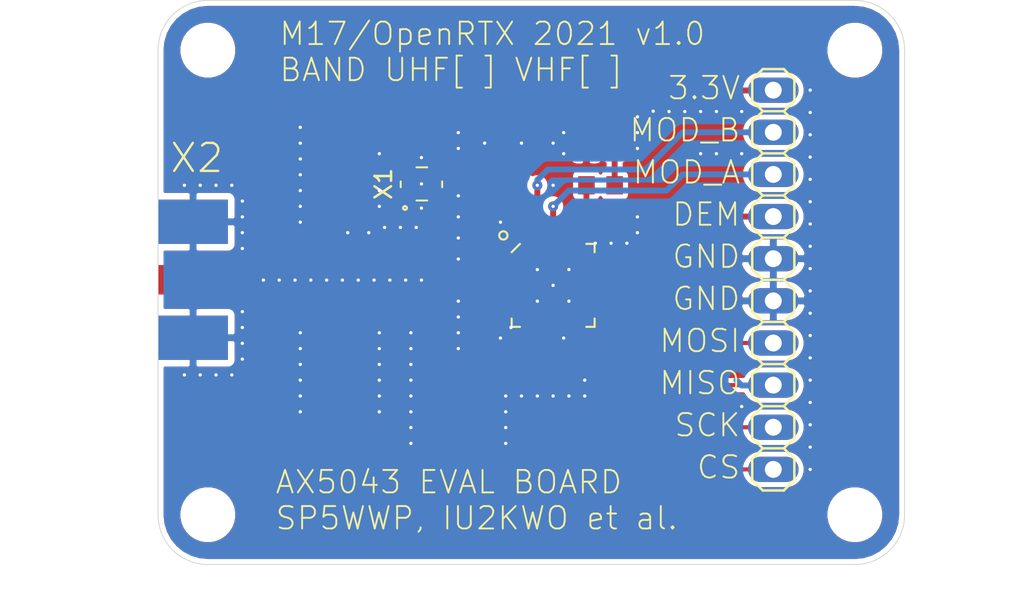
<source format=kicad_pcb>
(kicad_pcb (version 20171130) (host pcbnew 5.1.10)

  (general
    (thickness 1.6)
    (drawings 21)
    (tracks 287)
    (zones 0)
    (modules 33)
    (nets 35)
  )

  (page A4)
  (layers
    (0 Top signal)
    (31 Bottom signal)
    (32 B.Adhes user)
    (33 F.Adhes user)
    (34 B.Paste user)
    (35 F.Paste user)
    (36 B.SilkS user)
    (37 F.SilkS user)
    (38 B.Mask user)
    (39 F.Mask user)
    (40 Dwgs.User user)
    (41 Cmts.User user)
    (42 Eco1.User user)
    (43 Eco2.User user)
    (44 Edge.Cuts user)
    (45 Margin user)
    (46 B.CrtYd user)
    (47 F.CrtYd user)
    (48 B.Fab user)
    (49 F.Fab user)
  )

  (setup
    (last_trace_width 0.356)
    (user_trace_width 0.356)
    (trace_clearance 0.2)
    (zone_clearance 0.508)
    (zone_45_only no)
    (trace_min 0.2)
    (via_size 0.8)
    (via_drill 0.4)
    (via_min_size 0.2)
    (via_min_drill 0.2)
    (uvia_size 0.3)
    (uvia_drill 0.1)
    (uvias_allowed no)
    (uvia_min_size 0.2)
    (uvia_min_drill 0.1)
    (edge_width 0.05)
    (segment_width 0.2)
    (pcb_text_width 0.3)
    (pcb_text_size 1.5 1.5)
    (mod_edge_width 0.12)
    (mod_text_size 1 1)
    (mod_text_width 0.15)
    (pad_size 4.191 2.667)
    (pad_drill 0)
    (pad_to_mask_clearance 0)
    (aux_axis_origin 0 0)
    (visible_elements FFFFFF7F)
    (pcbplotparams
      (layerselection 0x010fc_ffffffff)
      (usegerberextensions true)
      (usegerberattributes false)
      (usegerberadvancedattributes false)
      (creategerberjobfile false)
      (excludeedgelayer true)
      (linewidth 0.100000)
      (plotframeref false)
      (viasonmask false)
      (mode 1)
      (useauxorigin false)
      (hpglpennumber 1)
      (hpglpenspeed 20)
      (hpglpendiameter 15.000000)
      (psnegative false)
      (psa4output false)
      (plotreference true)
      (plotvalue false)
      (plotinvisibletext false)
      (padsonsilk false)
      (subtractmaskfromsilk true)
      (outputformat 1)
      (mirror false)
      (drillshape 0)
      (scaleselection 1)
      (outputdirectory "../gerbers/"))
  )

  (net 0 "")
  (net 1 GND)
  (net 2 +3V3)
  (net 3 /CLK_REF)
  (net 4 "Net-(U1-Pad27)")
  (net 5 /MOD_IN_B)
  (net 6 /MOD_IN_A)
  (net 7 "Net-(C12-Pad2)")
  (net 8 "Net-(U1-Pad21)")
  (net 9 /DEMOD_OUT)
  (net 10 "Net-(U1-Pad19)")
  (net 11 /MOSI)
  (net 12 /MISO)
  (net 13 /SCLK)
  (net 14 /CS)
  (net 15 "Net-(U1-Pad13)")
  (net 16 "Net-(U1-Pad12)")
  (net 17 "Net-(U1-Pad11)")
  (net 18 "Net-(R9-Pad2)")
  (net 19 "Net-(R9-Pad1)")
  (net 20 "Net-(C14-Pad1)")
  (net 21 "Net-(C4-Pad1)")
  (net 22 "Net-(U1-Pad5)")
  (net 23 "Net-(C6-Pad1)")
  (net 24 "Net-(C5-Pad1)")
  (net 25 "Net-(C3-Pad1)")
  (net 26 "Net-(C10-Pad2)")
  (net 27 "Net-(C1-Pad1)")
  (net 28 "Net-(X1-Pad1)")
  (net 29 "Net-(C9-Pad1)")
  (net 30 "Net-(C5-Pad2)")
  (net 31 "Net-(C6-Pad2)")
  (net 32 "Net-(C7-Pad2)")
  (net 33 "Net-(C8-Pad1)")
  (net 34 "Net-(C15-Pad1)")

  (net_class Default "This is the default net class."
    (clearance 0.2)
    (trace_width 0.25)
    (via_dia 0.8)
    (via_drill 0.4)
    (uvia_dia 0.3)
    (uvia_drill 0.1)
    (add_net +3V3)
    (add_net /CLK_REF)
    (add_net /CS)
    (add_net /DEMOD_OUT)
    (add_net /MISO)
    (add_net /MOD_IN_A)
    (add_net /MOD_IN_B)
    (add_net /MOSI)
    (add_net /SCLK)
    (add_net GND)
    (add_net "Net-(C1-Pad1)")
    (add_net "Net-(C10-Pad2)")
    (add_net "Net-(C12-Pad2)")
    (add_net "Net-(C14-Pad1)")
    (add_net "Net-(C15-Pad1)")
    (add_net "Net-(C3-Pad1)")
    (add_net "Net-(C4-Pad1)")
    (add_net "Net-(C5-Pad1)")
    (add_net "Net-(C5-Pad2)")
    (add_net "Net-(C6-Pad1)")
    (add_net "Net-(C6-Pad2)")
    (add_net "Net-(C7-Pad2)")
    (add_net "Net-(C8-Pad1)")
    (add_net "Net-(C9-Pad1)")
    (add_net "Net-(R9-Pad1)")
    (add_net "Net-(R9-Pad2)")
    (add_net "Net-(U1-Pad11)")
    (add_net "Net-(U1-Pad12)")
    (add_net "Net-(U1-Pad13)")
    (add_net "Net-(U1-Pad19)")
    (add_net "Net-(U1-Pad21)")
    (add_net "Net-(U1-Pad27)")
    (add_net "Net-(U1-Pad5)")
    (add_net "Net-(X1-Pad1)")
  )

  (module MountingHole:MountingHole_2.7mm_M2.5 (layer Top) (tedit 56D1B4CB) (tstamp 61248BA0)
    (at 169 119)
    (descr "Mounting Hole 2.7mm, no annular, M2.5")
    (tags "mounting hole 2.7mm no annular m2.5")
    (attr virtual)
    (fp_text reference REF** (at 0 -3.7) (layer F.SilkS) hide
      (effects (font (size 1 1) (thickness 0.15)))
    )
    (fp_text value MountingHole_2.7mm_M2.5 (at 0 3.7) (layer F.Fab)
      (effects (font (size 1 1) (thickness 0.15)))
    )
    (fp_circle (center 0 0) (end 2.7 0) (layer Cmts.User) (width 0.15))
    (fp_circle (center 0 0) (end 2.95 0) (layer F.CrtYd) (width 0.05))
    (fp_text user %R (at 0.3 0) (layer F.Fab)
      (effects (font (size 1 1) (thickness 0.15)))
    )
    (pad 1 np_thru_hole circle (at 0 0) (size 2.7 2.7) (drill 2.7) (layers *.Cu *.Mask))
  )

  (module MountingHole:MountingHole_2.7mm_M2.5 (layer Top) (tedit 56D1B4CB) (tstamp 61248BA0)
    (at 169 91)
    (descr "Mounting Hole 2.7mm, no annular, M2.5")
    (tags "mounting hole 2.7mm no annular m2.5")
    (attr virtual)
    (fp_text reference REF** (at 0 -3.7) (layer F.SilkS) hide
      (effects (font (size 1 1) (thickness 0.15)))
    )
    (fp_text value MountingHole_2.7mm_M2.5 (at 0 3.7) (layer F.Fab)
      (effects (font (size 1 1) (thickness 0.15)))
    )
    (fp_circle (center 0 0) (end 2.7 0) (layer Cmts.User) (width 0.15))
    (fp_circle (center 0 0) (end 2.95 0) (layer F.CrtYd) (width 0.05))
    (fp_text user %R (at 0.3 0) (layer F.Fab)
      (effects (font (size 1 1) (thickness 0.15)))
    )
    (pad 1 np_thru_hole circle (at 0 0) (size 2.7 2.7) (drill 2.7) (layers *.Cu *.Mask))
  )

  (module MountingHole:MountingHole_2.7mm_M2.5 (layer Top) (tedit 56D1B4CB) (tstamp 6124ECF2)
    (at 130 119)
    (descr "Mounting Hole 2.7mm, no annular, M2.5")
    (tags "mounting hole 2.7mm no annular m2.5")
    (attr virtual)
    (fp_text reference REF** (at 0 -3.7) (layer F.SilkS) hide
      (effects (font (size 1 1) (thickness 0.15)))
    )
    (fp_text value MountingHole_2.7mm_M2.5 (at 0 3.7) (layer F.Fab)
      (effects (font (size 1 1) (thickness 0.15)))
    )
    (fp_circle (center 0 0) (end 2.7 0) (layer Cmts.User) (width 0.15))
    (fp_circle (center 0 0) (end 2.95 0) (layer F.CrtYd) (width 0.05))
    (fp_text user %R (at 0.3 0) (layer F.Fab)
      (effects (font (size 1 1) (thickness 0.15)))
    )
    (pad 1 np_thru_hole circle (at 0 0) (size 2.7 2.7) (drill 2.7) (layers *.Cu *.Mask))
  )

  (module MountingHole:MountingHole_2.7mm_M2.5 (layer Top) (tedit 56D1B4CB) (tstamp 6124ECA3)
    (at 130 91)
    (descr "Mounting Hole 2.7mm, no annular, M2.5")
    (tags "mounting hole 2.7mm no annular m2.5")
    (attr virtual)
    (fp_text reference REF** (at 0 -3.7) (layer F.SilkS) hide
      (effects (font (size 1 1) (thickness 0.15)))
    )
    (fp_text value MountingHole_2.7mm_M2.5 (at 0 3.7) (layer F.Fab)
      (effects (font (size 1 1) (thickness 0.15)))
    )
    (fp_circle (center 0 0) (end 2.7 0) (layer Cmts.User) (width 0.15))
    (fp_circle (center 0 0) (end 2.95 0) (layer F.CrtYd) (width 0.05))
    (fp_text user %R (at 0.3 0) (layer F.Fab)
      (effects (font (size 1 1) (thickness 0.15)))
    )
    (pad 1 np_thru_hole circle (at 0 0) (size 2.7 2.7) (drill 2.7) (layers *.Cu *.Mask))
  )

  (module AX5043:C0603 (layer Top) (tedit 0) (tstamp 613A2906)
    (at 146.3686 99.1436 270)
    (descr <b>CAPACITOR</b>)
    (path /C26272DC)
    (fp_text reference C1 (at -0.635 -0.635 270) (layer F.SilkS) hide
      (effects (font (size 1.2065 1.2065) (thickness 0.1016)) (justify right top))
    )
    (fp_text value 10p (at -0.635 1.905 270) (layer F.Fab)
      (effects (font (size 1.2065 1.2065) (thickness 0.1016)) (justify right top))
    )
    (fp_line (start -1.473 -0.983) (end 1.473 -0.983) (layer Dwgs.User) (width 0.0508))
    (fp_line (start 1.473 -0.983) (end 1.473 0.983) (layer Dwgs.User) (width 0.0508))
    (fp_line (start 1.473 0.983) (end -1.473 0.983) (layer Dwgs.User) (width 0.0508))
    (fp_line (start -1.473 0.983) (end -1.473 -0.983) (layer Dwgs.User) (width 0.0508))
    (fp_line (start -0.356 -0.432) (end 0.356 -0.432) (layer F.Fab) (width 0.1016))
    (fp_line (start -0.356 0.419) (end 0.356 0.419) (layer F.Fab) (width 0.1016))
    (fp_poly (pts (xy -0.8382 0.4699) (xy -0.3381 0.4699) (xy -0.3381 -0.4801) (xy -0.8382 -0.4801)) (layer F.Fab) (width 0))
    (fp_poly (pts (xy 0.3302 0.4699) (xy 0.8303 0.4699) (xy 0.8303 -0.4801) (xy 0.3302 -0.4801)) (layer F.Fab) (width 0))
    (fp_poly (pts (xy -0.1999 0.3) (xy 0.1999 0.3) (xy 0.1999 -0.3) (xy -0.1999 -0.3)) (layer F.Adhes) (width 0))
    (pad 2 smd rect (at 0.85 0 270) (size 1.1 1) (layers Top F.Paste F.Mask)
      (net 3 /CLK_REF) (solder_mask_margin 0.1016))
    (pad 1 smd rect (at -0.85 0 270) (size 1.1 1) (layers Top F.Paste F.Mask)
      (net 27 "Net-(C1-Pad1)") (solder_mask_margin 0.1016))
  )

  (module AX5043:C0603 (layer Top) (tedit 0) (tstamp 613A2914)
    (at 148.5911 99.1436 90)
    (descr <b>CAPACITOR</b>)
    (path /315DC9A5)
    (fp_text reference C2 (at -0.635 -0.635 90) (layer F.SilkS) hide
      (effects (font (size 1.2065 1.2065) (thickness 0.1016)) (justify left bottom))
    )
    (fp_text value 6.8p (at -0.635 1.905 90) (layer F.Fab)
      (effects (font (size 1.2065 1.2065) (thickness 0.1016)) (justify left bottom))
    )
    (fp_line (start -1.473 -0.983) (end 1.473 -0.983) (layer Dwgs.User) (width 0.0508))
    (fp_line (start 1.473 -0.983) (end 1.473 0.983) (layer Dwgs.User) (width 0.0508))
    (fp_line (start 1.473 0.983) (end -1.473 0.983) (layer Dwgs.User) (width 0.0508))
    (fp_line (start -1.473 0.983) (end -1.473 -0.983) (layer Dwgs.User) (width 0.0508))
    (fp_line (start -0.356 -0.432) (end 0.356 -0.432) (layer F.Fab) (width 0.1016))
    (fp_line (start -0.356 0.419) (end 0.356 0.419) (layer F.Fab) (width 0.1016))
    (fp_poly (pts (xy -0.8382 0.4699) (xy -0.3381 0.4699) (xy -0.3381 -0.4801) (xy -0.8382 -0.4801)) (layer F.Fab) (width 0))
    (fp_poly (pts (xy 0.3302 0.4699) (xy 0.8303 0.4699) (xy 0.8303 -0.4801) (xy 0.3302 -0.4801)) (layer F.Fab) (width 0))
    (fp_poly (pts (xy -0.1999 0.3) (xy 0.1999 0.3) (xy 0.1999 -0.3) (xy -0.1999 -0.3)) (layer F.Adhes) (width 0))
    (pad 2 smd rect (at 0.85 0 90) (size 1.1 1) (layers Top F.Paste F.Mask)
      (net 1 GND) (solder_mask_margin 0.1016))
    (pad 1 smd rect (at -0.85 0 90) (size 1.1 1) (layers Top F.Paste F.Mask)
      (net 3 /CLK_REF) (solder_mask_margin 0.1016))
  )

  (module AX5043:C0603 (layer Top) (tedit 0) (tstamp 613A2922)
    (at 146.3686 102.6361 90)
    (descr <b>CAPACITOR</b>)
    (path /36A1FDB1)
    (fp_text reference C3 (at -0.635 -0.635 90) (layer F.SilkS) hide
      (effects (font (size 1.2065 1.2065) (thickness 0.1016)) (justify left bottom))
    )
    (fp_text value 100p (at -0.635 1.905 90) (layer F.Fab)
      (effects (font (size 1.2065 1.2065) (thickness 0.1016)) (justify left bottom))
    )
    (fp_line (start -1.473 -0.983) (end 1.473 -0.983) (layer Dwgs.User) (width 0.0508))
    (fp_line (start 1.473 -0.983) (end 1.473 0.983) (layer Dwgs.User) (width 0.0508))
    (fp_line (start 1.473 0.983) (end -1.473 0.983) (layer Dwgs.User) (width 0.0508))
    (fp_line (start -1.473 0.983) (end -1.473 -0.983) (layer Dwgs.User) (width 0.0508))
    (fp_line (start -0.356 -0.432) (end 0.356 -0.432) (layer F.Fab) (width 0.1016))
    (fp_line (start -0.356 0.419) (end 0.356 0.419) (layer F.Fab) (width 0.1016))
    (fp_poly (pts (xy -0.8382 0.4699) (xy -0.3381 0.4699) (xy -0.3381 -0.4801) (xy -0.8382 -0.4801)) (layer F.Fab) (width 0))
    (fp_poly (pts (xy 0.3302 0.4699) (xy 0.8303 0.4699) (xy 0.8303 -0.4801) (xy 0.3302 -0.4801)) (layer F.Fab) (width 0))
    (fp_poly (pts (xy -0.1999 0.3) (xy 0.1999 0.3) (xy 0.1999 -0.3) (xy -0.1999 -0.3)) (layer F.Adhes) (width 0))
    (pad 2 smd rect (at 0.85 0 90) (size 1.1 1) (layers Top F.Paste F.Mask)
      (net 1 GND) (solder_mask_margin 0.1016))
    (pad 1 smd rect (at -0.85 0 90) (size 1.1 1) (layers Top F.Paste F.Mask)
      (net 25 "Net-(C3-Pad1)") (solder_mask_margin 0.1016))
  )

  (module AX5043:C0603 (layer Top) (tedit 0) (tstamp 613A2930)
    (at 146.3686 107.0811 270)
    (descr <b>CAPACITOR</b>)
    (path /14094E0B)
    (fp_text reference C4 (at -0.635 -0.635 270) (layer F.SilkS) hide
      (effects (font (size 1.2065 1.2065) (thickness 0.1016)) (justify right top))
    )
    (fp_text value 100p (at -0.635 1.905 270) (layer F.Fab)
      (effects (font (size 1.2065 1.2065) (thickness 0.1016)) (justify right top))
    )
    (fp_line (start -1.473 -0.983) (end 1.473 -0.983) (layer Dwgs.User) (width 0.0508))
    (fp_line (start 1.473 -0.983) (end 1.473 0.983) (layer Dwgs.User) (width 0.0508))
    (fp_line (start 1.473 0.983) (end -1.473 0.983) (layer Dwgs.User) (width 0.0508))
    (fp_line (start -1.473 0.983) (end -1.473 -0.983) (layer Dwgs.User) (width 0.0508))
    (fp_line (start -0.356 -0.432) (end 0.356 -0.432) (layer F.Fab) (width 0.1016))
    (fp_line (start -0.356 0.419) (end 0.356 0.419) (layer F.Fab) (width 0.1016))
    (fp_poly (pts (xy -0.8382 0.4699) (xy -0.3381 0.4699) (xy -0.3381 -0.4801) (xy -0.8382 -0.4801)) (layer F.Fab) (width 0))
    (fp_poly (pts (xy 0.3302 0.4699) (xy 0.8303 0.4699) (xy 0.8303 -0.4801) (xy 0.3302 -0.4801)) (layer F.Fab) (width 0))
    (fp_poly (pts (xy -0.1999 0.3) (xy 0.1999 0.3) (xy 0.1999 -0.3) (xy -0.1999 -0.3)) (layer F.Adhes) (width 0))
    (pad 2 smd rect (at 0.85 0 270) (size 1.1 1) (layers Top F.Paste F.Mask)
      (net 1 GND) (solder_mask_margin 0.1016))
    (pad 1 smd rect (at -0.85 0 270) (size 1.1 1) (layers Top F.Paste F.Mask)
      (net 21 "Net-(C4-Pad1)") (solder_mask_margin 0.1016))
  )

  (module AX5043:C0603 (layer Top) (tedit 0) (tstamp 613A293E)
    (at 141.2886 103.2711 180)
    (descr <b>CAPACITOR</b>)
    (path /F8E853AA)
    (fp_text reference C5 (at -0.635 -0.635 180) (layer F.SilkS) hide
      (effects (font (size 1.2065 1.2065) (thickness 0.1016)) (justify right top))
    )
    (fp_text value 4.3p (at -0.635 1.905 180) (layer F.Fab)
      (effects (font (size 1.2065 1.2065) (thickness 0.1016)) (justify right top))
    )
    (fp_line (start -1.473 -0.983) (end 1.473 -0.983) (layer Dwgs.User) (width 0.0508))
    (fp_line (start 1.473 -0.983) (end 1.473 0.983) (layer Dwgs.User) (width 0.0508))
    (fp_line (start 1.473 0.983) (end -1.473 0.983) (layer Dwgs.User) (width 0.0508))
    (fp_line (start -1.473 0.983) (end -1.473 -0.983) (layer Dwgs.User) (width 0.0508))
    (fp_line (start -0.356 -0.432) (end 0.356 -0.432) (layer F.Fab) (width 0.1016))
    (fp_line (start -0.356 0.419) (end 0.356 0.419) (layer F.Fab) (width 0.1016))
    (fp_poly (pts (xy -0.8382 0.4699) (xy -0.3381 0.4699) (xy -0.3381 -0.4801) (xy -0.8382 -0.4801)) (layer F.Fab) (width 0))
    (fp_poly (pts (xy 0.3302 0.4699) (xy 0.8303 0.4699) (xy 0.8303 -0.4801) (xy 0.3302 -0.4801)) (layer F.Fab) (width 0))
    (fp_poly (pts (xy -0.1999 0.3) (xy 0.1999 0.3) (xy 0.1999 -0.3) (xy -0.1999 -0.3)) (layer F.Adhes) (width 0))
    (pad 2 smd rect (at 0.85 0 180) (size 1.1 1) (layers Top F.Paste F.Mask)
      (net 30 "Net-(C5-Pad2)") (solder_mask_margin 0.1016))
    (pad 1 smd rect (at -0.85 0 180) (size 1.1 1) (layers Top F.Paste F.Mask)
      (net 24 "Net-(C5-Pad1)") (solder_mask_margin 0.1016))
  )

  (module AX5043:C0603 (layer Top) (tedit 0) (tstamp 613A294C)
    (at 141.2886 106.4461 180)
    (descr <b>CAPACITOR</b>)
    (path /FF9C1704)
    (fp_text reference C6 (at -0.635 -0.635 180) (layer F.SilkS) hide
      (effects (font (size 1.2065 1.2065) (thickness 0.1016)) (justify right top))
    )
    (fp_text value 4.3p (at -0.635 1.905 180) (layer F.Fab)
      (effects (font (size 1.2065 1.2065) (thickness 0.1016)) (justify right top))
    )
    (fp_line (start -1.473 -0.983) (end 1.473 -0.983) (layer Dwgs.User) (width 0.0508))
    (fp_line (start 1.473 -0.983) (end 1.473 0.983) (layer Dwgs.User) (width 0.0508))
    (fp_line (start 1.473 0.983) (end -1.473 0.983) (layer Dwgs.User) (width 0.0508))
    (fp_line (start -1.473 0.983) (end -1.473 -0.983) (layer Dwgs.User) (width 0.0508))
    (fp_line (start -0.356 -0.432) (end 0.356 -0.432) (layer F.Fab) (width 0.1016))
    (fp_line (start -0.356 0.419) (end 0.356 0.419) (layer F.Fab) (width 0.1016))
    (fp_poly (pts (xy -0.8382 0.4699) (xy -0.3381 0.4699) (xy -0.3381 -0.4801) (xy -0.8382 -0.4801)) (layer F.Fab) (width 0))
    (fp_poly (pts (xy 0.3302 0.4699) (xy 0.8303 0.4699) (xy 0.8303 -0.4801) (xy 0.3302 -0.4801)) (layer F.Fab) (width 0))
    (fp_poly (pts (xy -0.1999 0.3) (xy 0.1999 0.3) (xy 0.1999 -0.3) (xy -0.1999 -0.3)) (layer F.Adhes) (width 0))
    (pad 2 smd rect (at 0.85 0 180) (size 1.1 1) (layers Top F.Paste F.Mask)
      (net 31 "Net-(C6-Pad2)") (solder_mask_margin 0.1016))
    (pad 1 smd rect (at -0.85 0 180) (size 1.1 1) (layers Top F.Paste F.Mask)
      (net 23 "Net-(C6-Pad1)") (solder_mask_margin 0.1016))
  )

  (module AX5043:C0603 (layer Top) (tedit 0) (tstamp 613A295A)
    (at 138.1136 100.7311 180)
    (descr <b>CAPACITOR</b>)
    (path /4FD2610B)
    (fp_text reference C7 (at 1.7156 0.4011 180) (layer F.SilkS) hide
      (effects (font (size 1.2065 1.2065) (thickness 0.1016)) (justify right top))
    )
    (fp_text value 11p (at -0.635 1.905 180) (layer F.Fab)
      (effects (font (size 1.2065 1.2065) (thickness 0.1016)) (justify right top))
    )
    (fp_line (start -1.473 -0.983) (end 1.473 -0.983) (layer Dwgs.User) (width 0.0508))
    (fp_line (start 1.473 -0.983) (end 1.473 0.983) (layer Dwgs.User) (width 0.0508))
    (fp_line (start 1.473 0.983) (end -1.473 0.983) (layer Dwgs.User) (width 0.0508))
    (fp_line (start -1.473 0.983) (end -1.473 -0.983) (layer Dwgs.User) (width 0.0508))
    (fp_line (start -0.356 -0.432) (end 0.356 -0.432) (layer F.Fab) (width 0.1016))
    (fp_line (start -0.356 0.419) (end 0.356 0.419) (layer F.Fab) (width 0.1016))
    (fp_poly (pts (xy -0.8382 0.4699) (xy -0.3381 0.4699) (xy -0.3381 -0.4801) (xy -0.8382 -0.4801)) (layer F.Fab) (width 0))
    (fp_poly (pts (xy 0.3302 0.4699) (xy 0.8303 0.4699) (xy 0.8303 -0.4801) (xy 0.3302 -0.4801)) (layer F.Fab) (width 0))
    (fp_poly (pts (xy -0.1999 0.3) (xy 0.1999 0.3) (xy 0.1999 -0.3) (xy -0.1999 -0.3)) (layer F.Adhes) (width 0))
    (pad 2 smd rect (at 0.85 0 180) (size 1.1 1) (layers Top F.Paste F.Mask)
      (net 32 "Net-(C7-Pad2)") (solder_mask_margin 0.1016))
    (pad 1 smd rect (at -0.85 0 180) (size 1.1 1) (layers Top F.Paste F.Mask)
      (net 1 GND) (solder_mask_margin 0.1016))
  )

  (module AX5043:C0603 (layer Top) (tedit 0) (tstamp 613A2968)
    (at 138.1136 108.9861)
    (descr <b>CAPACITOR</b>)
    (path /C72066DC)
    (fp_text reference C8 (at -0.635 -0.635) (layer F.SilkS) hide
      (effects (font (size 1.2065 1.2065) (thickness 0.1016)) (justify left bottom))
    )
    (fp_text value 5.6p (at -0.635 1.905) (layer F.Fab)
      (effects (font (size 1.2065 1.2065) (thickness 0.1016)) (justify left bottom))
    )
    (fp_line (start -1.473 -0.983) (end 1.473 -0.983) (layer Dwgs.User) (width 0.0508))
    (fp_line (start 1.473 -0.983) (end 1.473 0.983) (layer Dwgs.User) (width 0.0508))
    (fp_line (start 1.473 0.983) (end -1.473 0.983) (layer Dwgs.User) (width 0.0508))
    (fp_line (start -1.473 0.983) (end -1.473 -0.983) (layer Dwgs.User) (width 0.0508))
    (fp_line (start -0.356 -0.432) (end 0.356 -0.432) (layer F.Fab) (width 0.1016))
    (fp_line (start -0.356 0.419) (end 0.356 0.419) (layer F.Fab) (width 0.1016))
    (fp_poly (pts (xy -0.8382 0.4699) (xy -0.3381 0.4699) (xy -0.3381 -0.4801) (xy -0.8382 -0.4801)) (layer F.Fab) (width 0))
    (fp_poly (pts (xy 0.3302 0.4699) (xy 0.8303 0.4699) (xy 0.8303 -0.4801) (xy 0.3302 -0.4801)) (layer F.Fab) (width 0))
    (fp_poly (pts (xy -0.1999 0.3) (xy 0.1999 0.3) (xy 0.1999 -0.3) (xy -0.1999 -0.3)) (layer F.Adhes) (width 0))
    (pad 2 smd rect (at 0.85 0) (size 1.1 1) (layers Top F.Paste F.Mask)
      (net 1 GND) (solder_mask_margin 0.1016))
    (pad 1 smd rect (at -0.85 0) (size 1.1 1) (layers Top F.Paste F.Mask)
      (net 33 "Net-(C8-Pad1)") (solder_mask_margin 0.1016))
  )

  (module AX5043:C0603 (layer Top) (tedit 0) (tstamp 613A2976)
    (at 134.9386 106.4461)
    (descr <b>CAPACITOR</b>)
    (path /0D7328F0)
    (fp_text reference C9 (at -0.635 -0.635) (layer F.SilkS) hide
      (effects (font (size 1.2065 1.2065) (thickness 0.1016)) (justify left bottom))
    )
    (fp_text value 5.1p (at -0.635 1.905) (layer F.Fab)
      (effects (font (size 1.2065 1.2065) (thickness 0.1016)) (justify left bottom))
    )
    (fp_line (start -1.473 -0.983) (end 1.473 -0.983) (layer Dwgs.User) (width 0.0508))
    (fp_line (start 1.473 -0.983) (end 1.473 0.983) (layer Dwgs.User) (width 0.0508))
    (fp_line (start 1.473 0.983) (end -1.473 0.983) (layer Dwgs.User) (width 0.0508))
    (fp_line (start -1.473 0.983) (end -1.473 -0.983) (layer Dwgs.User) (width 0.0508))
    (fp_line (start -0.356 -0.432) (end 0.356 -0.432) (layer F.Fab) (width 0.1016))
    (fp_line (start -0.356 0.419) (end 0.356 0.419) (layer F.Fab) (width 0.1016))
    (fp_poly (pts (xy -0.8382 0.4699) (xy -0.3381 0.4699) (xy -0.3381 -0.4801) (xy -0.8382 -0.4801)) (layer F.Fab) (width 0))
    (fp_poly (pts (xy 0.3302 0.4699) (xy 0.8303 0.4699) (xy 0.8303 -0.4801) (xy 0.3302 -0.4801)) (layer F.Fab) (width 0))
    (fp_poly (pts (xy -0.1999 0.3) (xy 0.1999 0.3) (xy 0.1999 -0.3) (xy -0.1999 -0.3)) (layer F.Adhes) (width 0))
    (pad 2 smd rect (at 0.85 0) (size 1.1 1) (layers Top F.Paste F.Mask)
      (net 33 "Net-(C8-Pad1)") (solder_mask_margin 0.1016))
    (pad 1 smd rect (at -0.85 0) (size 1.1 1) (layers Top F.Paste F.Mask)
      (net 29 "Net-(C9-Pad1)") (solder_mask_margin 0.1016))
  )

  (module AX5043:C0603 (layer Top) (tedit 0) (tstamp 613A2984)
    (at 138.1136 98.5086)
    (descr <b>CAPACITOR</b>)
    (path /9CF4227D)
    (fp_text reference C10 (at -5.1446 0.5514) (layer F.SilkS) hide
      (effects (font (size 1.2065 1.2065) (thickness 0.1016)) (justify left bottom))
    )
    (fp_text value 10n (at -0.635 1.905) (layer F.Fab)
      (effects (font (size 1.2065 1.2065) (thickness 0.1016)) (justify left bottom))
    )
    (fp_line (start -1.473 -0.983) (end 1.473 -0.983) (layer Dwgs.User) (width 0.0508))
    (fp_line (start 1.473 -0.983) (end 1.473 0.983) (layer Dwgs.User) (width 0.0508))
    (fp_line (start 1.473 0.983) (end -1.473 0.983) (layer Dwgs.User) (width 0.0508))
    (fp_line (start -1.473 0.983) (end -1.473 -0.983) (layer Dwgs.User) (width 0.0508))
    (fp_line (start -0.356 -0.432) (end 0.356 -0.432) (layer F.Fab) (width 0.1016))
    (fp_line (start -0.356 0.419) (end 0.356 0.419) (layer F.Fab) (width 0.1016))
    (fp_poly (pts (xy -0.8382 0.4699) (xy -0.3381 0.4699) (xy -0.3381 -0.4801) (xy -0.8382 -0.4801)) (layer F.Fab) (width 0))
    (fp_poly (pts (xy 0.3302 0.4699) (xy 0.8303 0.4699) (xy 0.8303 -0.4801) (xy 0.3302 -0.4801)) (layer F.Fab) (width 0))
    (fp_poly (pts (xy -0.1999 0.3) (xy 0.1999 0.3) (xy 0.1999 -0.3) (xy -0.1999 -0.3)) (layer F.Adhes) (width 0))
    (pad 2 smd rect (at 0.85 0) (size 1.1 1) (layers Top F.Paste F.Mask)
      (net 26 "Net-(C10-Pad2)") (solder_mask_margin 0.1016))
    (pad 1 smd rect (at -0.85 0) (size 1.1 1) (layers Top F.Paste F.Mask)
      (net 1 GND) (solder_mask_margin 0.1016))
  )

  (module AX5043:C0603 (layer Top) (tedit 0) (tstamp 613A2992)
    (at 142.8761 96.2861)
    (descr <b>CAPACITOR</b>)
    (path /59663956)
    (fp_text reference C11 (at 1.5864 0.4244) (layer F.SilkS) hide
      (effects (font (size 1.2065 1.2065) (thickness 0.1016)) (justify left bottom))
    )
    (fp_text value 100n (at -0.635 1.905) (layer F.Fab)
      (effects (font (size 1.2065 1.2065) (thickness 0.1016)) (justify left bottom))
    )
    (fp_line (start -1.473 -0.983) (end 1.473 -0.983) (layer Dwgs.User) (width 0.0508))
    (fp_line (start 1.473 -0.983) (end 1.473 0.983) (layer Dwgs.User) (width 0.0508))
    (fp_line (start 1.473 0.983) (end -1.473 0.983) (layer Dwgs.User) (width 0.0508))
    (fp_line (start -1.473 0.983) (end -1.473 -0.983) (layer Dwgs.User) (width 0.0508))
    (fp_line (start -0.356 -0.432) (end 0.356 -0.432) (layer F.Fab) (width 0.1016))
    (fp_line (start -0.356 0.419) (end 0.356 0.419) (layer F.Fab) (width 0.1016))
    (fp_poly (pts (xy -0.8382 0.4699) (xy -0.3381 0.4699) (xy -0.3381 -0.4801) (xy -0.8382 -0.4801)) (layer F.Fab) (width 0))
    (fp_poly (pts (xy 0.3302 0.4699) (xy 0.8303 0.4699) (xy 0.8303 -0.4801) (xy 0.3302 -0.4801)) (layer F.Fab) (width 0))
    (fp_poly (pts (xy -0.1999 0.3) (xy 0.1999 0.3) (xy 0.1999 -0.3) (xy -0.1999 -0.3)) (layer F.Adhes) (width 0))
    (pad 2 smd rect (at 0.85 0) (size 1.1 1) (layers Top F.Paste F.Mask)
      (net 1 GND) (solder_mask_margin 0.1016))
    (pad 1 smd rect (at -0.85 0) (size 1.1 1) (layers Top F.Paste F.Mask)
      (net 2 +3V3) (solder_mask_margin 0.1016))
  )

  (module AX5043:C0603 (layer Top) (tedit 0) (tstamp 613A29A0)
    (at 153.6711 101.3661 180)
    (descr <b>CAPACITOR</b>)
    (path /714954B3)
    (fp_text reference C12 (at -0.635 -0.635 180) (layer F.SilkS) hide
      (effects (font (size 1.2065 1.2065) (thickness 0.1016)) (justify right top))
    )
    (fp_text value 10n (at -0.635 1.905 180) (layer F.Fab)
      (effects (font (size 1.2065 1.2065) (thickness 0.1016)) (justify right top))
    )
    (fp_line (start -1.473 -0.983) (end 1.473 -0.983) (layer Dwgs.User) (width 0.0508))
    (fp_line (start 1.473 -0.983) (end 1.473 0.983) (layer Dwgs.User) (width 0.0508))
    (fp_line (start 1.473 0.983) (end -1.473 0.983) (layer Dwgs.User) (width 0.0508))
    (fp_line (start -1.473 0.983) (end -1.473 -0.983) (layer Dwgs.User) (width 0.0508))
    (fp_line (start -0.356 -0.432) (end 0.356 -0.432) (layer F.Fab) (width 0.1016))
    (fp_line (start -0.356 0.419) (end 0.356 0.419) (layer F.Fab) (width 0.1016))
    (fp_poly (pts (xy -0.8382 0.4699) (xy -0.3381 0.4699) (xy -0.3381 -0.4801) (xy -0.8382 -0.4801)) (layer F.Fab) (width 0))
    (fp_poly (pts (xy 0.3302 0.4699) (xy 0.8303 0.4699) (xy 0.8303 -0.4801) (xy 0.3302 -0.4801)) (layer F.Fab) (width 0))
    (fp_poly (pts (xy -0.1999 0.3) (xy 0.1999 0.3) (xy 0.1999 -0.3) (xy -0.1999 -0.3)) (layer F.Adhes) (width 0))
    (pad 2 smd rect (at 0.85 0 180) (size 1.1 1) (layers Top F.Paste F.Mask)
      (net 7 "Net-(C12-Pad2)") (solder_mask_margin 0.1016))
    (pad 1 smd rect (at -0.85 0 180) (size 1.1 1) (layers Top F.Paste F.Mask)
      (net 1 GND) (solder_mask_margin 0.1016))
  )

  (module AX5043:C0603 (layer Top) (tedit 0) (tstamp 613A29AE)
    (at 153.6711 96.9211 180)
    (descr <b>CAPACITOR</b>)
    (path /9AFB8C1C)
    (fp_text reference C13 (at -0.635 -0.635 180) (layer F.SilkS) hide
      (effects (font (size 1.2065 1.2065) (thickness 0.1016)) (justify right top))
    )
    (fp_text value 100n (at -0.635 1.905 180) (layer F.Fab)
      (effects (font (size 1.2065 1.2065) (thickness 0.1016)) (justify right top))
    )
    (fp_line (start -1.473 -0.983) (end 1.473 -0.983) (layer Dwgs.User) (width 0.0508))
    (fp_line (start 1.473 -0.983) (end 1.473 0.983) (layer Dwgs.User) (width 0.0508))
    (fp_line (start 1.473 0.983) (end -1.473 0.983) (layer Dwgs.User) (width 0.0508))
    (fp_line (start -1.473 0.983) (end -1.473 -0.983) (layer Dwgs.User) (width 0.0508))
    (fp_line (start -0.356 -0.432) (end 0.356 -0.432) (layer F.Fab) (width 0.1016))
    (fp_line (start -0.356 0.419) (end 0.356 0.419) (layer F.Fab) (width 0.1016))
    (fp_poly (pts (xy -0.8382 0.4699) (xy -0.3381 0.4699) (xy -0.3381 -0.4801) (xy -0.8382 -0.4801)) (layer F.Fab) (width 0))
    (fp_poly (pts (xy 0.3302 0.4699) (xy 0.8303 0.4699) (xy 0.8303 -0.4801) (xy 0.3302 -0.4801)) (layer F.Fab) (width 0))
    (fp_poly (pts (xy -0.1999 0.3) (xy 0.1999 0.3) (xy 0.1999 -0.3) (xy -0.1999 -0.3)) (layer F.Adhes) (width 0))
    (pad 2 smd rect (at 0.85 0 180) (size 1.1 1) (layers Top F.Paste F.Mask)
      (net 1 GND) (solder_mask_margin 0.1016))
    (pad 1 smd rect (at -0.85 0 180) (size 1.1 1) (layers Top F.Paste F.Mask)
      (net 2 +3V3) (solder_mask_margin 0.1016))
  )

  (module AX5043:C0603 (layer Top) (tedit 0) (tstamp 613A29BC)
    (at 143.8286 110.8911 270)
    (descr <b>CAPACITOR</b>)
    (path /4270E9F2)
    (fp_text reference C14 (at -0.635 -0.635 270) (layer F.SilkS) hide
      (effects (font (size 1.2065 1.2065) (thickness 0.1016)) (justify right top))
    )
    (fp_text value 39p (at -0.635 1.905 270) (layer F.Fab)
      (effects (font (size 1.2065 1.2065) (thickness 0.1016)) (justify right top))
    )
    (fp_line (start -1.473 -0.983) (end 1.473 -0.983) (layer Dwgs.User) (width 0.0508))
    (fp_line (start 1.473 -0.983) (end 1.473 0.983) (layer Dwgs.User) (width 0.0508))
    (fp_line (start 1.473 0.983) (end -1.473 0.983) (layer Dwgs.User) (width 0.0508))
    (fp_line (start -1.473 0.983) (end -1.473 -0.983) (layer Dwgs.User) (width 0.0508))
    (fp_line (start -0.356 -0.432) (end 0.356 -0.432) (layer F.Fab) (width 0.1016))
    (fp_line (start -0.356 0.419) (end 0.356 0.419) (layer F.Fab) (width 0.1016))
    (fp_poly (pts (xy -0.8382 0.4699) (xy -0.3381 0.4699) (xy -0.3381 -0.4801) (xy -0.8382 -0.4801)) (layer F.Fab) (width 0))
    (fp_poly (pts (xy 0.3302 0.4699) (xy 0.8303 0.4699) (xy 0.8303 -0.4801) (xy 0.3302 -0.4801)) (layer F.Fab) (width 0))
    (fp_poly (pts (xy -0.1999 0.3) (xy 0.1999 0.3) (xy 0.1999 -0.3) (xy -0.1999 -0.3)) (layer F.Adhes) (width 0))
    (pad 2 smd rect (at 0.85 0 270) (size 1.1 1) (layers Top F.Paste F.Mask)
      (net 1 GND) (solder_mask_margin 0.1016))
    (pad 1 smd rect (at -0.85 0 270) (size 1.1 1) (layers Top F.Paste F.Mask)
      (net 20 "Net-(C14-Pad1)") (solder_mask_margin 0.1016))
  )

  (module AX5043:C0603 (layer Top) (tedit 0) (tstamp 613A29CA)
    (at 145.0986 114.0661 180)
    (descr <b>CAPACITOR</b>)
    (path /BE83EA0E)
    (fp_text reference C15 (at -0.635 -0.635 180) (layer F.SilkS) hide
      (effects (font (size 1.2065 1.2065) (thickness 0.1016)) (justify right top))
    )
    (fp_text value 10n (at -0.635 1.905 180) (layer F.Fab)
      (effects (font (size 1.2065 1.2065) (thickness 0.1016)) (justify right top))
    )
    (fp_line (start -1.473 -0.983) (end 1.473 -0.983) (layer Dwgs.User) (width 0.0508))
    (fp_line (start 1.473 -0.983) (end 1.473 0.983) (layer Dwgs.User) (width 0.0508))
    (fp_line (start 1.473 0.983) (end -1.473 0.983) (layer Dwgs.User) (width 0.0508))
    (fp_line (start -1.473 0.983) (end -1.473 -0.983) (layer Dwgs.User) (width 0.0508))
    (fp_line (start -0.356 -0.432) (end 0.356 -0.432) (layer F.Fab) (width 0.1016))
    (fp_line (start -0.356 0.419) (end 0.356 0.419) (layer F.Fab) (width 0.1016))
    (fp_poly (pts (xy -0.8382 0.4699) (xy -0.3381 0.4699) (xy -0.3381 -0.4801) (xy -0.8382 -0.4801)) (layer F.Fab) (width 0))
    (fp_poly (pts (xy 0.3302 0.4699) (xy 0.8303 0.4699) (xy 0.8303 -0.4801) (xy 0.3302 -0.4801)) (layer F.Fab) (width 0))
    (fp_poly (pts (xy -0.1999 0.3) (xy 0.1999 0.3) (xy 0.1999 -0.3) (xy -0.1999 -0.3)) (layer F.Adhes) (width 0))
    (pad 2 smd rect (at 0.85 0 180) (size 1.1 1) (layers Top F.Paste F.Mask)
      (net 1 GND) (solder_mask_margin 0.1016))
    (pad 1 smd rect (at -0.85 0 180) (size 1.1 1) (layers Top F.Paste F.Mask)
      (net 34 "Net-(C15-Pad1)") (solder_mask_margin 0.1016))
  )

  (module AX5043:1X10 (layer Top) (tedit 0) (tstamp 613A29D8)
    (at 164.084 104.8385 270)
    (descr "<b>PIN HEADER</b>")
    (path /2F430EF2)
    (fp_text reference JP1 (at -11.684 3.4925 90) (layer F.SilkS) hide
      (effects (font (size 1.2065 1.2065) (thickness 0.127)) (justify right bottom))
    )
    (fp_text value PINHD-1X10 (at -12.7 3.175 90) (layer F.Fab)
      (effects (font (size 1.2065 1.2065) (thickness 0.1016)) (justify right bottom))
    )
    (fp_line (start 7.62 -0.635) (end 8.255 -1.27) (layer F.SilkS) (width 0.1524))
    (fp_line (start 8.255 -1.27) (end 9.525 -1.27) (layer F.SilkS) (width 0.1524))
    (fp_line (start 9.525 -1.27) (end 10.16 -0.635) (layer F.SilkS) (width 0.1524))
    (fp_line (start 10.16 -0.635) (end 10.16 0.635) (layer F.SilkS) (width 0.1524))
    (fp_line (start 10.16 0.635) (end 9.525 1.27) (layer F.SilkS) (width 0.1524))
    (fp_line (start 9.525 1.27) (end 8.255 1.27) (layer F.SilkS) (width 0.1524))
    (fp_line (start 8.255 1.27) (end 7.62 0.635) (layer F.SilkS) (width 0.1524))
    (fp_line (start 3.175 -1.27) (end 4.445 -1.27) (layer F.SilkS) (width 0.1524))
    (fp_line (start 4.445 -1.27) (end 5.08 -0.635) (layer F.SilkS) (width 0.1524))
    (fp_line (start 5.08 -0.635) (end 5.08 0.635) (layer F.SilkS) (width 0.1524))
    (fp_line (start 5.08 0.635) (end 4.445 1.27) (layer F.SilkS) (width 0.1524))
    (fp_line (start 5.08 -0.635) (end 5.715 -1.27) (layer F.SilkS) (width 0.1524))
    (fp_line (start 5.715 -1.27) (end 6.985 -1.27) (layer F.SilkS) (width 0.1524))
    (fp_line (start 6.985 -1.27) (end 7.62 -0.635) (layer F.SilkS) (width 0.1524))
    (fp_line (start 7.62 -0.635) (end 7.62 0.635) (layer F.SilkS) (width 0.1524))
    (fp_line (start 7.62 0.635) (end 6.985 1.27) (layer F.SilkS) (width 0.1524))
    (fp_line (start 6.985 1.27) (end 5.715 1.27) (layer F.SilkS) (width 0.1524))
    (fp_line (start 5.715 1.27) (end 5.08 0.635) (layer F.SilkS) (width 0.1524))
    (fp_line (start 0 -0.635) (end 0.635 -1.27) (layer F.SilkS) (width 0.1524))
    (fp_line (start 0.635 -1.27) (end 1.905 -1.27) (layer F.SilkS) (width 0.1524))
    (fp_line (start 1.905 -1.27) (end 2.54 -0.635) (layer F.SilkS) (width 0.1524))
    (fp_line (start 2.54 -0.635) (end 2.54 0.635) (layer F.SilkS) (width 0.1524))
    (fp_line (start 2.54 0.635) (end 1.905 1.27) (layer F.SilkS) (width 0.1524))
    (fp_line (start 1.905 1.27) (end 0.635 1.27) (layer F.SilkS) (width 0.1524))
    (fp_line (start 0.635 1.27) (end 0 0.635) (layer F.SilkS) (width 0.1524))
    (fp_line (start 3.175 -1.27) (end 2.54 -0.635) (layer F.SilkS) (width 0.1524))
    (fp_line (start 2.54 0.635) (end 3.175 1.27) (layer F.SilkS) (width 0.1524))
    (fp_line (start 4.445 1.27) (end 3.175 1.27) (layer F.SilkS) (width 0.1524))
    (fp_line (start -4.445 -1.27) (end -3.175 -1.27) (layer F.SilkS) (width 0.1524))
    (fp_line (start -3.175 -1.27) (end -2.54 -0.635) (layer F.SilkS) (width 0.1524))
    (fp_line (start -2.54 -0.635) (end -2.54 0.635) (layer F.SilkS) (width 0.1524))
    (fp_line (start -2.54 0.635) (end -3.175 1.27) (layer F.SilkS) (width 0.1524))
    (fp_line (start -2.54 -0.635) (end -1.905 -1.27) (layer F.SilkS) (width 0.1524))
    (fp_line (start -1.905 -1.27) (end -0.635 -1.27) (layer F.SilkS) (width 0.1524))
    (fp_line (start -0.635 -1.27) (end 0 -0.635) (layer F.SilkS) (width 0.1524))
    (fp_line (start 0 -0.635) (end 0 0.635) (layer F.SilkS) (width 0.1524))
    (fp_line (start 0 0.635) (end -0.635 1.27) (layer F.SilkS) (width 0.1524))
    (fp_line (start -0.635 1.27) (end -1.905 1.27) (layer F.SilkS) (width 0.1524))
    (fp_line (start -1.905 1.27) (end -2.54 0.635) (layer F.SilkS) (width 0.1524))
    (fp_line (start -7.62 -0.635) (end -6.985 -1.27) (layer F.SilkS) (width 0.1524))
    (fp_line (start -6.985 -1.27) (end -5.715 -1.27) (layer F.SilkS) (width 0.1524))
    (fp_line (start -5.715 -1.27) (end -5.08 -0.635) (layer F.SilkS) (width 0.1524))
    (fp_line (start -5.08 -0.635) (end -5.08 0.635) (layer F.SilkS) (width 0.1524))
    (fp_line (start -5.08 0.635) (end -5.715 1.27) (layer F.SilkS) (width 0.1524))
    (fp_line (start -5.715 1.27) (end -6.985 1.27) (layer F.SilkS) (width 0.1524))
    (fp_line (start -6.985 1.27) (end -7.62 0.635) (layer F.SilkS) (width 0.1524))
    (fp_line (start -4.445 -1.27) (end -5.08 -0.635) (layer F.SilkS) (width 0.1524))
    (fp_line (start -5.08 0.635) (end -4.445 1.27) (layer F.SilkS) (width 0.1524))
    (fp_line (start -3.175 1.27) (end -4.445 1.27) (layer F.SilkS) (width 0.1524))
    (fp_line (start -12.065 -1.27) (end -10.795 -1.27) (layer F.SilkS) (width 0.1524))
    (fp_line (start -10.795 -1.27) (end -10.16 -0.635) (layer F.SilkS) (width 0.1524))
    (fp_line (start -10.16 -0.635) (end -10.16 0.635) (layer F.SilkS) (width 0.1524))
    (fp_line (start -10.16 0.635) (end -10.795 1.27) (layer F.SilkS) (width 0.1524))
    (fp_line (start -10.16 -0.635) (end -9.525 -1.27) (layer F.SilkS) (width 0.1524))
    (fp_line (start -9.525 -1.27) (end -8.255 -1.27) (layer F.SilkS) (width 0.1524))
    (fp_line (start -8.255 -1.27) (end -7.62 -0.635) (layer F.SilkS) (width 0.1524))
    (fp_line (start -7.62 -0.635) (end -7.62 0.635) (layer F.SilkS) (width 0.1524))
    (fp_line (start -7.62 0.635) (end -8.255 1.27) (layer F.SilkS) (width 0.1524))
    (fp_line (start -8.255 1.27) (end -9.525 1.27) (layer F.SilkS) (width 0.1524))
    (fp_line (start -9.525 1.27) (end -10.16 0.635) (layer F.SilkS) (width 0.1524))
    (fp_line (start -12.7 -0.635) (end -12.7 0.635) (layer F.SilkS) (width 0.1524))
    (fp_line (start -12.065 -1.27) (end -12.7 -0.635) (layer F.SilkS) (width 0.1524))
    (fp_line (start -12.7 0.635) (end -12.065 1.27) (layer F.SilkS) (width 0.1524))
    (fp_line (start -10.795 1.27) (end -12.065 1.27) (layer F.SilkS) (width 0.1524))
    (fp_line (start 10.795 -1.27) (end 12.065 -1.27) (layer F.SilkS) (width 0.1524))
    (fp_line (start 12.065 -1.27) (end 12.7 -0.635) (layer F.SilkS) (width 0.1524))
    (fp_line (start 12.7 -0.635) (end 12.7 0.635) (layer F.SilkS) (width 0.1524))
    (fp_line (start 12.7 0.635) (end 12.065 1.27) (layer F.SilkS) (width 0.1524))
    (fp_line (start 10.795 -1.27) (end 10.16 -0.635) (layer F.SilkS) (width 0.1524))
    (fp_line (start 10.16 0.635) (end 10.795 1.27) (layer F.SilkS) (width 0.1524))
    (fp_line (start 12.065 1.27) (end 10.795 1.27) (layer F.SilkS) (width 0.1524))
    (fp_poly (pts (xy 8.636 0.254) (xy 9.144 0.254) (xy 9.144 -0.254) (xy 8.636 -0.254)) (layer F.Fab) (width 0))
    (fp_poly (pts (xy 6.096 0.254) (xy 6.604 0.254) (xy 6.604 -0.254) (xy 6.096 -0.254)) (layer F.Fab) (width 0))
    (fp_poly (pts (xy 3.556 0.254) (xy 4.064 0.254) (xy 4.064 -0.254) (xy 3.556 -0.254)) (layer F.Fab) (width 0))
    (fp_poly (pts (xy 1.016 0.254) (xy 1.524 0.254) (xy 1.524 -0.254) (xy 1.016 -0.254)) (layer F.Fab) (width 0))
    (fp_poly (pts (xy -1.524 0.254) (xy -1.016 0.254) (xy -1.016 -0.254) (xy -1.524 -0.254)) (layer F.Fab) (width 0))
    (fp_poly (pts (xy -4.064 0.254) (xy -3.556 0.254) (xy -3.556 -0.254) (xy -4.064 -0.254)) (layer F.Fab) (width 0))
    (fp_poly (pts (xy -6.604 0.254) (xy -6.096 0.254) (xy -6.096 -0.254) (xy -6.604 -0.254)) (layer F.Fab) (width 0))
    (fp_poly (pts (xy -9.144 0.254) (xy -8.636 0.254) (xy -8.636 -0.254) (xy -9.144 -0.254)) (layer F.Fab) (width 0))
    (fp_poly (pts (xy -11.684 0.254) (xy -11.176 0.254) (xy -11.176 -0.254) (xy -11.684 -0.254)) (layer F.Fab) (width 0))
    (fp_poly (pts (xy 11.176 0.254) (xy 11.684 0.254) (xy 11.684 -0.254) (xy 11.176 -0.254)) (layer F.Fab) (width 0))
    (pad 10 thru_hole oval (at 11.43 0) (size 3.048 1.524) (drill 1.016) (layers *.Cu *.Mask)
      (net 14 /CS) (solder_mask_margin 0.1016))
    (pad 9 thru_hole oval (at 8.89 0) (size 3.048 1.524) (drill 1.016) (layers *.Cu *.Mask)
      (net 13 /SCLK) (solder_mask_margin 0.1016))
    (pad 8 thru_hole oval (at 6.35 0) (size 3.048 1.524) (drill 1.016) (layers *.Cu *.Mask)
      (net 12 /MISO) (solder_mask_margin 0.1016))
    (pad 7 thru_hole oval (at 3.81 0) (size 3.048 1.524) (drill 1.016) (layers *.Cu *.Mask)
      (net 11 /MOSI) (solder_mask_margin 0.1016))
    (pad 6 thru_hole oval (at 1.27 0) (size 3.048 1.524) (drill 1.016) (layers *.Cu *.Mask)
      (net 1 GND) (solder_mask_margin 0.1016))
    (pad 5 thru_hole oval (at -1.27 0) (size 3.048 1.524) (drill 1.016) (layers *.Cu *.Mask)
      (net 1 GND) (solder_mask_margin 0.1016))
    (pad 4 thru_hole oval (at -3.81 0) (size 3.048 1.524) (drill 1.016) (layers *.Cu *.Mask)
      (net 9 /DEMOD_OUT) (solder_mask_margin 0.1016))
    (pad 3 thru_hole oval (at -6.35 0) (size 3.048 1.524) (drill 1.016) (layers *.Cu *.Mask)
      (net 6 /MOD_IN_A) (solder_mask_margin 0.1016))
    (pad 2 thru_hole oval (at -8.89 0) (size 3.048 1.524) (drill 1.016) (layers *.Cu *.Mask)
      (net 5 /MOD_IN_B) (solder_mask_margin 0.1016))
    (pad 1 thru_hole oval (at -11.43 0) (size 3.048 1.524) (drill 1.016) (layers *.Cu *.Mask)
      (net 2 +3V3) (solder_mask_margin 0.1016))
  )

  (module AX5043:R0603 (layer Top) (tedit 0) (tstamp 613A2A36)
    (at 143.8286 107.0811 90)
    (descr <b>RESISTOR</b>)
    (path /BD41DF37)
    (fp_text reference R1 (at -0.635 -0.635 90) (layer F.SilkS) hide
      (effects (font (size 1.2065 1.2065) (thickness 0.1016)) (justify left bottom))
    )
    (fp_text value 100nH (at -0.635 1.905 90) (layer F.Fab)
      (effects (font (size 1.2065 1.2065) (thickness 0.1016)) (justify left bottom))
    )
    (fp_line (start -0.432 0.356) (end 0.432 0.356) (layer F.Fab) (width 0.1524))
    (fp_line (start 0.432 -0.356) (end -0.432 -0.356) (layer F.Fab) (width 0.1524))
    (fp_line (start -1.473 -0.983) (end 1.473 -0.983) (layer Dwgs.User) (width 0.0508))
    (fp_line (start 1.473 -0.983) (end 1.473 0.983) (layer Dwgs.User) (width 0.0508))
    (fp_line (start 1.473 0.983) (end -1.473 0.983) (layer Dwgs.User) (width 0.0508))
    (fp_line (start -1.473 0.983) (end -1.473 -0.983) (layer Dwgs.User) (width 0.0508))
    (fp_poly (pts (xy 0.4318 0.4318) (xy 0.8382 0.4318) (xy 0.8382 -0.4318) (xy 0.4318 -0.4318)) (layer F.Fab) (width 0))
    (fp_poly (pts (xy -0.8382 0.4318) (xy -0.4318 0.4318) (xy -0.4318 -0.4318) (xy -0.8382 -0.4318)) (layer F.Fab) (width 0))
    (fp_poly (pts (xy -0.1999 0.4001) (xy 0.1999 0.4001) (xy 0.1999 -0.4001) (xy -0.1999 -0.4001)) (layer F.Adhes) (width 0))
    (pad 2 smd rect (at 0.85 0 90) (size 1 1.1) (layers Top F.Paste F.Mask)
      (net 23 "Net-(C6-Pad1)") (solder_mask_margin 0.1016))
    (pad 1 smd rect (at -0.85 0 90) (size 1 1.1) (layers Top F.Paste F.Mask)
      (net 1 GND) (solder_mask_margin 0.1016))
  )

  (module AX5043:R0603 (layer Top) (tedit 0) (tstamp 613A2A44)
    (at 143.8286 102.6361 90)
    (descr <b>RESISTOR</b>)
    (path /8547EDA2)
    (fp_text reference R2 (at -0.635 -0.635 90) (layer F.SilkS) hide
      (effects (font (size 1.2065 1.2065) (thickness 0.1016)) (justify left bottom))
    )
    (fp_text value 100nH (at -0.635 1.905 90) (layer F.Fab)
      (effects (font (size 1.2065 1.2065) (thickness 0.1016)) (justify left bottom))
    )
    (fp_line (start -0.432 0.356) (end 0.432 0.356) (layer F.Fab) (width 0.1524))
    (fp_line (start 0.432 -0.356) (end -0.432 -0.356) (layer F.Fab) (width 0.1524))
    (fp_line (start -1.473 -0.983) (end 1.473 -0.983) (layer Dwgs.User) (width 0.0508))
    (fp_line (start 1.473 -0.983) (end 1.473 0.983) (layer Dwgs.User) (width 0.0508))
    (fp_line (start 1.473 0.983) (end -1.473 0.983) (layer Dwgs.User) (width 0.0508))
    (fp_line (start -1.473 0.983) (end -1.473 -0.983) (layer Dwgs.User) (width 0.0508))
    (fp_poly (pts (xy 0.4318 0.4318) (xy 0.8382 0.4318) (xy 0.8382 -0.4318) (xy 0.4318 -0.4318)) (layer F.Fab) (width 0))
    (fp_poly (pts (xy -0.8382 0.4318) (xy -0.4318 0.4318) (xy -0.4318 -0.4318) (xy -0.8382 -0.4318)) (layer F.Fab) (width 0))
    (fp_poly (pts (xy -0.1999 0.4001) (xy 0.1999 0.4001) (xy 0.1999 -0.4001) (xy -0.1999 -0.4001)) (layer F.Adhes) (width 0))
    (pad 2 smd rect (at 0.85 0 90) (size 1 1.1) (layers Top F.Paste F.Mask)
      (net 1 GND) (solder_mask_margin 0.1016))
    (pad 1 smd rect (at -0.85 0 90) (size 1 1.1) (layers Top F.Paste F.Mask)
      (net 24 "Net-(C5-Pad1)") (solder_mask_margin 0.1016))
  )

  (module AX5043:R0603 (layer Top) (tedit 0) (tstamp 613A2A52)
    (at 138.1136 103.2711 180)
    (descr <b>RESISTOR</b>)
    (path /516364D7)
    (fp_text reference R3 (at -0.635 -0.635 180) (layer F.SilkS) hide
      (effects (font (size 1.2065 1.2065) (thickness 0.1016)) (justify right top))
    )
    (fp_text value 43nH (at -0.635 1.905 180) (layer F.Fab)
      (effects (font (size 1.2065 1.2065) (thickness 0.1016)) (justify right top))
    )
    (fp_line (start -0.432 0.356) (end 0.432 0.356) (layer F.Fab) (width 0.1524))
    (fp_line (start 0.432 -0.356) (end -0.432 -0.356) (layer F.Fab) (width 0.1524))
    (fp_line (start -1.473 -0.983) (end 1.473 -0.983) (layer Dwgs.User) (width 0.0508))
    (fp_line (start 1.473 -0.983) (end 1.473 0.983) (layer Dwgs.User) (width 0.0508))
    (fp_line (start 1.473 0.983) (end -1.473 0.983) (layer Dwgs.User) (width 0.0508))
    (fp_line (start -1.473 0.983) (end -1.473 -0.983) (layer Dwgs.User) (width 0.0508))
    (fp_poly (pts (xy 0.4318 0.4318) (xy 0.8382 0.4318) (xy 0.8382 -0.4318) (xy 0.4318 -0.4318)) (layer F.Fab) (width 0))
    (fp_poly (pts (xy -0.8382 0.4318) (xy -0.4318 0.4318) (xy -0.4318 -0.4318) (xy -0.8382 -0.4318)) (layer F.Fab) (width 0))
    (fp_poly (pts (xy -0.1999 0.4001) (xy 0.1999 0.4001) (xy 0.1999 -0.4001) (xy -0.1999 -0.4001)) (layer F.Adhes) (width 0))
    (pad 2 smd rect (at 0.85 0 180) (size 1 1.1) (layers Top F.Paste F.Mask)
      (net 32 "Net-(C7-Pad2)") (solder_mask_margin 0.1016))
    (pad 1 smd rect (at -0.85 0 180) (size 1 1.1) (layers Top F.Paste F.Mask)
      (net 30 "Net-(C5-Pad2)") (solder_mask_margin 0.1016))
  )

  (module AX5043:R0603 (layer Top) (tedit 0) (tstamp 613A2A60)
    (at 138.1136 106.4461 180)
    (descr <b>RESISTOR</b>)
    (path /EFBD670E)
    (fp_text reference R4 (at -0.635 -0.635 180) (layer F.SilkS) hide
      (effects (font (size 1.2065 1.2065) (thickness 0.1016)) (justify right top))
    )
    (fp_text value 43nH (at -0.635 1.905 180) (layer F.Fab)
      (effects (font (size 1.2065 1.2065) (thickness 0.1016)) (justify right top))
    )
    (fp_line (start -0.432 0.356) (end 0.432 0.356) (layer F.Fab) (width 0.1524))
    (fp_line (start 0.432 -0.356) (end -0.432 -0.356) (layer F.Fab) (width 0.1524))
    (fp_line (start -1.473 -0.983) (end 1.473 -0.983) (layer Dwgs.User) (width 0.0508))
    (fp_line (start 1.473 -0.983) (end 1.473 0.983) (layer Dwgs.User) (width 0.0508))
    (fp_line (start 1.473 0.983) (end -1.473 0.983) (layer Dwgs.User) (width 0.0508))
    (fp_line (start -1.473 0.983) (end -1.473 -0.983) (layer Dwgs.User) (width 0.0508))
    (fp_poly (pts (xy 0.4318 0.4318) (xy 0.8382 0.4318) (xy 0.8382 -0.4318) (xy 0.4318 -0.4318)) (layer F.Fab) (width 0))
    (fp_poly (pts (xy -0.8382 0.4318) (xy -0.4318 0.4318) (xy -0.4318 -0.4318) (xy -0.8382 -0.4318)) (layer F.Fab) (width 0))
    (fp_poly (pts (xy -0.1999 0.4001) (xy 0.1999 0.4001) (xy 0.1999 -0.4001) (xy -0.1999 -0.4001)) (layer F.Adhes) (width 0))
    (pad 2 smd rect (at 0.85 0 180) (size 1 1.1) (layers Top F.Paste F.Mask)
      (net 33 "Net-(C8-Pad1)") (solder_mask_margin 0.1016))
    (pad 1 smd rect (at -0.85 0 180) (size 1 1.1) (layers Top F.Paste F.Mask)
      (net 31 "Net-(C6-Pad2)") (solder_mask_margin 0.1016))
  )

  (module AX5043:R0603 (layer Top) (tedit 0) (tstamp 613A2A6E)
    (at 134.9386 103.2711 180)
    (descr <b>RESISTOR</b>)
    (path /2E887318)
    (fp_text reference R5 (at -0.635 -0.635 180) (layer F.SilkS) hide
      (effects (font (size 1.2065 1.2065) (thickness 0.1016)) (justify right top))
    )
    (fp_text value 27nH (at -0.635 1.905 180) (layer F.Fab)
      (effects (font (size 1.2065 1.2065) (thickness 0.1016)) (justify right top))
    )
    (fp_line (start -0.432 0.356) (end 0.432 0.356) (layer F.Fab) (width 0.1524))
    (fp_line (start 0.432 -0.356) (end -0.432 -0.356) (layer F.Fab) (width 0.1524))
    (fp_line (start -1.473 -0.983) (end 1.473 -0.983) (layer Dwgs.User) (width 0.0508))
    (fp_line (start 1.473 -0.983) (end 1.473 0.983) (layer Dwgs.User) (width 0.0508))
    (fp_line (start 1.473 0.983) (end -1.473 0.983) (layer Dwgs.User) (width 0.0508))
    (fp_line (start -1.473 0.983) (end -1.473 -0.983) (layer Dwgs.User) (width 0.0508))
    (fp_poly (pts (xy 0.4318 0.4318) (xy 0.8382 0.4318) (xy 0.8382 -0.4318) (xy 0.4318 -0.4318)) (layer F.Fab) (width 0))
    (fp_poly (pts (xy -0.8382 0.4318) (xy -0.4318 0.4318) (xy -0.4318 -0.4318) (xy -0.8382 -0.4318)) (layer F.Fab) (width 0))
    (fp_poly (pts (xy -0.1999 0.4001) (xy 0.1999 0.4001) (xy 0.1999 -0.4001) (xy -0.1999 -0.4001)) (layer F.Adhes) (width 0))
    (pad 2 smd rect (at 0.85 0 180) (size 1 1.1) (layers Top F.Paste F.Mask)
      (net 29 "Net-(C9-Pad1)") (solder_mask_margin 0.1016))
    (pad 1 smd rect (at -0.85 0 180) (size 1 1.1) (layers Top F.Paste F.Mask)
      (net 32 "Net-(C7-Pad2)") (solder_mask_margin 0.1016))
  )

  (module AX5043:R0603 (layer Top) (tedit 0) (tstamp 613A2A7C)
    (at 138.1136 111.5261)
    (descr <b>RESISTOR</b>)
    (path /BF0B7145)
    (fp_text reference R6 (at -0.635 -0.635) (layer F.SilkS) hide
      (effects (font (size 1.2065 1.2065) (thickness 0.1016)) (justify left bottom))
    )
    (fp_text value 27nH (at -0.635 1.905) (layer F.Fab)
      (effects (font (size 1.2065 1.2065) (thickness 0.1016)) (justify left bottom))
    )
    (fp_line (start -0.432 0.356) (end 0.432 0.356) (layer F.Fab) (width 0.1524))
    (fp_line (start 0.432 -0.356) (end -0.432 -0.356) (layer F.Fab) (width 0.1524))
    (fp_line (start -1.473 -0.983) (end 1.473 -0.983) (layer Dwgs.User) (width 0.0508))
    (fp_line (start 1.473 -0.983) (end 1.473 0.983) (layer Dwgs.User) (width 0.0508))
    (fp_line (start 1.473 0.983) (end -1.473 0.983) (layer Dwgs.User) (width 0.0508))
    (fp_line (start -1.473 0.983) (end -1.473 -0.983) (layer Dwgs.User) (width 0.0508))
    (fp_poly (pts (xy 0.4318 0.4318) (xy 0.8382 0.4318) (xy 0.8382 -0.4318) (xy 0.4318 -0.4318)) (layer F.Fab) (width 0))
    (fp_poly (pts (xy -0.8382 0.4318) (xy -0.4318 0.4318) (xy -0.4318 -0.4318) (xy -0.8382 -0.4318)) (layer F.Fab) (width 0))
    (fp_poly (pts (xy -0.1999 0.4001) (xy 0.1999 0.4001) (xy 0.1999 -0.4001) (xy -0.1999 -0.4001)) (layer F.Adhes) (width 0))
    (pad 2 smd rect (at 0.85 0) (size 1 1.1) (layers Top F.Paste F.Mask)
      (net 1 GND) (solder_mask_margin 0.1016))
    (pad 1 smd rect (at -0.85 0) (size 1 1.1) (layers Top F.Paste F.Mask)
      (net 33 "Net-(C8-Pad1)") (solder_mask_margin 0.1016))
  )

  (module AX5043:R0603 (layer Top) (tedit 0) (tstamp 613A2A8A)
    (at 138.1136 96.2861)
    (descr <b>RESISTOR</b>)
    (path /A7C90EEE)
    (fp_text reference R7 (at -1.1441 -1.0996) (layer F.SilkS) hide
      (effects (font (size 1.2065 1.2065) (thickness 0.1016)) (justify left bottom))
    )
    (fp_text value BEAD (at -0.635 1.905) (layer F.Fab)
      (effects (font (size 1.2065 1.2065) (thickness 0.1016)) (justify left bottom))
    )
    (fp_line (start -0.432 0.356) (end 0.432 0.356) (layer F.Fab) (width 0.1524))
    (fp_line (start 0.432 -0.356) (end -0.432 -0.356) (layer F.Fab) (width 0.1524))
    (fp_line (start -1.473 -0.983) (end 1.473 -0.983) (layer Dwgs.User) (width 0.0508))
    (fp_line (start 1.473 -0.983) (end 1.473 0.983) (layer Dwgs.User) (width 0.0508))
    (fp_line (start 1.473 0.983) (end -1.473 0.983) (layer Dwgs.User) (width 0.0508))
    (fp_line (start -1.473 0.983) (end -1.473 -0.983) (layer Dwgs.User) (width 0.0508))
    (fp_poly (pts (xy 0.4318 0.4318) (xy 0.8382 0.4318) (xy 0.8382 -0.4318) (xy 0.4318 -0.4318)) (layer F.Fab) (width 0))
    (fp_poly (pts (xy -0.8382 0.4318) (xy -0.4318 0.4318) (xy -0.4318 -0.4318) (xy -0.8382 -0.4318)) (layer F.Fab) (width 0))
    (fp_poly (pts (xy -0.1999 0.4001) (xy 0.1999 0.4001) (xy 0.1999 -0.4001) (xy -0.1999 -0.4001)) (layer F.Adhes) (width 0))
    (pad 2 smd rect (at 0.85 0) (size 1 1.1) (layers Top F.Paste F.Mask)
      (net 2 +3V3) (solder_mask_margin 0.1016))
    (pad 1 smd rect (at -0.85 0) (size 1 1.1) (layers Top F.Paste F.Mask)
      (net 26 "Net-(C10-Pad2)") (solder_mask_margin 0.1016))
  )

  (module AX5043:R0603 (layer Top) (tedit 0) (tstamp 613A2A98)
    (at 153.6711 99.1436)
    (descr <b>RESISTOR</b>)
    (path /8A1859B6)
    (fp_text reference R8 (at -0.635 -0.635) (layer F.SilkS) hide
      (effects (font (size 1.2065 1.2065) (thickness 0.1016)) (justify left bottom))
    )
    (fp_text value BEAD (at -0.635 1.905) (layer F.Fab)
      (effects (font (size 1.2065 1.2065) (thickness 0.1016)) (justify left bottom))
    )
    (fp_line (start -0.432 0.356) (end 0.432 0.356) (layer F.Fab) (width 0.1524))
    (fp_line (start 0.432 -0.356) (end -0.432 -0.356) (layer F.Fab) (width 0.1524))
    (fp_line (start -1.473 -0.983) (end 1.473 -0.983) (layer Dwgs.User) (width 0.0508))
    (fp_line (start 1.473 -0.983) (end 1.473 0.983) (layer Dwgs.User) (width 0.0508))
    (fp_line (start 1.473 0.983) (end -1.473 0.983) (layer Dwgs.User) (width 0.0508))
    (fp_line (start -1.473 0.983) (end -1.473 -0.983) (layer Dwgs.User) (width 0.0508))
    (fp_poly (pts (xy 0.4318 0.4318) (xy 0.8382 0.4318) (xy 0.8382 -0.4318) (xy 0.4318 -0.4318)) (layer F.Fab) (width 0))
    (fp_poly (pts (xy -0.8382 0.4318) (xy -0.4318 0.4318) (xy -0.4318 -0.4318) (xy -0.8382 -0.4318)) (layer F.Fab) (width 0))
    (fp_poly (pts (xy -0.1999 0.4001) (xy 0.1999 0.4001) (xy 0.1999 -0.4001) (xy -0.1999 -0.4001)) (layer F.Adhes) (width 0))
    (pad 2 smd rect (at 0.85 0) (size 1 1.1) (layers Top F.Paste F.Mask)
      (net 2 +3V3) (solder_mask_margin 0.1016))
    (pad 1 smd rect (at -0.85 0) (size 1 1.1) (layers Top F.Paste F.Mask)
      (net 7 "Net-(C12-Pad2)") (solder_mask_margin 0.1016))
  )

  (module AX5043:R0603 (layer Top) (tedit 0) (tstamp 613A2AA6)
    (at 150.1786 110.2561)
    (descr <b>RESISTOR</b>)
    (path /4584D8AF)
    (fp_text reference R9 (at -0.635 -0.635) (layer F.SilkS) hide
      (effects (font (size 1.2065 1.2065) (thickness 0.1016)) (justify left bottom))
    )
    (fp_text value 10nH (at -0.635 1.905) (layer F.Fab)
      (effects (font (size 1.2065 1.2065) (thickness 0.1016)) (justify left bottom))
    )
    (fp_line (start -0.432 0.356) (end 0.432 0.356) (layer F.Fab) (width 0.1524))
    (fp_line (start 0.432 -0.356) (end -0.432 -0.356) (layer F.Fab) (width 0.1524))
    (fp_line (start -1.473 -0.983) (end 1.473 -0.983) (layer Dwgs.User) (width 0.0508))
    (fp_line (start 1.473 -0.983) (end 1.473 0.983) (layer Dwgs.User) (width 0.0508))
    (fp_line (start 1.473 0.983) (end -1.473 0.983) (layer Dwgs.User) (width 0.0508))
    (fp_line (start -1.473 0.983) (end -1.473 -0.983) (layer Dwgs.User) (width 0.0508))
    (fp_poly (pts (xy 0.4318 0.4318) (xy 0.8382 0.4318) (xy 0.8382 -0.4318) (xy 0.4318 -0.4318)) (layer F.Fab) (width 0))
    (fp_poly (pts (xy -0.8382 0.4318) (xy -0.4318 0.4318) (xy -0.4318 -0.4318) (xy -0.8382 -0.4318)) (layer F.Fab) (width 0))
    (fp_poly (pts (xy -0.1999 0.4001) (xy 0.1999 0.4001) (xy 0.1999 -0.4001) (xy -0.1999 -0.4001)) (layer F.Adhes) (width 0))
    (pad 2 smd rect (at 0.85 0) (size 1 1.1) (layers Top F.Paste F.Mask)
      (net 18 "Net-(R9-Pad2)") (solder_mask_margin 0.1016))
    (pad 1 smd rect (at -0.85 0) (size 1 1.1) (layers Top F.Paste F.Mask)
      (net 19 "Net-(R9-Pad1)") (solder_mask_margin 0.1016))
  )

  (module AX5043:R0603 (layer Top) (tedit 0) (tstamp 613A2AB4)
    (at 146.3686 110.8911 270)
    (descr <b>RESISTOR</b>)
    (path /4E9AE05B)
    (fp_text reference R10 (at -0.635 -0.635 270) (layer F.SilkS) hide
      (effects (font (size 1.2065 1.2065) (thickness 0.1016)) (justify right top))
    )
    (fp_text value 12k (at -0.635 1.905 270) (layer F.Fab)
      (effects (font (size 1.2065 1.2065) (thickness 0.1016)) (justify right top))
    )
    (fp_line (start -0.432 0.356) (end 0.432 0.356) (layer F.Fab) (width 0.1524))
    (fp_line (start 0.432 -0.356) (end -0.432 -0.356) (layer F.Fab) (width 0.1524))
    (fp_line (start -1.473 -0.983) (end 1.473 -0.983) (layer Dwgs.User) (width 0.0508))
    (fp_line (start 1.473 -0.983) (end 1.473 0.983) (layer Dwgs.User) (width 0.0508))
    (fp_line (start 1.473 0.983) (end -1.473 0.983) (layer Dwgs.User) (width 0.0508))
    (fp_line (start -1.473 0.983) (end -1.473 -0.983) (layer Dwgs.User) (width 0.0508))
    (fp_poly (pts (xy 0.4318 0.4318) (xy 0.8382 0.4318) (xy 0.8382 -0.4318) (xy 0.4318 -0.4318)) (layer F.Fab) (width 0))
    (fp_poly (pts (xy -0.8382 0.4318) (xy -0.4318 0.4318) (xy -0.4318 -0.4318) (xy -0.8382 -0.4318)) (layer F.Fab) (width 0))
    (fp_poly (pts (xy -0.1999 0.4001) (xy 0.1999 0.4001) (xy 0.1999 -0.4001) (xy -0.1999 -0.4001)) (layer F.Adhes) (width 0))
    (pad 2 smd rect (at 0.85 0 270) (size 1 1.1) (layers Top F.Paste F.Mask)
      (net 34 "Net-(C15-Pad1)") (solder_mask_margin 0.1016))
    (pad 1 smd rect (at -0.85 0 270) (size 1 1.1) (layers Top F.Paste F.Mask)
      (net 20 "Net-(C14-Pad1)") (solder_mask_margin 0.1016))
  )

  (module AX5043:QFN28-5X5-WITH-CENTER-PAD (layer Top) (tedit 0) (tstamp 613A2AC2)
    (at 150.8136 105.1761)
    (path /5C6255F6)
    (fp_text reference U1 (at 2.25 3.5) (layer F.SilkS) hide
      (effects (font (size 0.60325 0.60325) (thickness 0.127)) (justify left bottom))
    )
    (fp_text value AX5043 (at 0 0) (layer F.SilkS) hide
      (effects (font (size 1.27 1.27) (thickness 0.15)))
    )
    (fp_line (start 2.5 -2.5) (end -2.5 -2.5) (layer F.Fab) (width 0.127))
    (fp_line (start -2.5 -2.5) (end -2.5 2.5) (layer F.Fab) (width 0.127))
    (fp_line (start -2.5 2.5) (end 2.5 2.5) (layer F.Fab) (width 0.127))
    (fp_line (start 2.5 2.5) (end 2.5 -2.5) (layer F.Fab) (width 0.127))
    (fp_line (start -2.5 2) (end -2.5 2.5) (layer F.SilkS) (width 0.127))
    (fp_line (start -2.5 2.5) (end -2 2.5) (layer F.SilkS) (width 0.127))
    (fp_line (start 2 2.5) (end 2.5 2.5) (layer F.SilkS) (width 0.127))
    (fp_line (start 2.5 2.5) (end 2.5 2) (layer F.SilkS) (width 0.127))
    (fp_line (start 2 -2.5) (end 2.5 -2.5) (layer F.SilkS) (width 0.127))
    (fp_line (start 2.5 -2.5) (end 2.5 -2) (layer F.SilkS) (width 0.127))
    (fp_line (start -2.5 -2) (end -2 -2.5) (layer F.SilkS) (width 0.127))
    (fp_circle (center -3 -3.01) (end -2.75 -3.01) (layer F.SilkS) (width 0.127))
    (fp_poly (pts (xy -2.5 -1.35) (xy -2 -1.35) (xy -2 -1.65) (xy -2.5 -1.65)) (layer F.Paste) (width 0))
    (fp_poly (pts (xy -2.5 -0.85) (xy -2 -0.85) (xy -2 -1.15) (xy -2.5 -1.15)) (layer F.Paste) (width 0))
    (fp_poly (pts (xy -2.5 -0.35) (xy -2 -0.35) (xy -2 -0.65) (xy -2.5 -0.65)) (layer F.Paste) (width 0))
    (fp_poly (pts (xy -2.5 0.15) (xy -2 0.15) (xy -2 -0.15) (xy -2.5 -0.15)) (layer F.Paste) (width 0))
    (fp_poly (pts (xy -2.5 0.65) (xy -2 0.65) (xy -2 0.35) (xy -2.5 0.35)) (layer F.Paste) (width 0))
    (fp_poly (pts (xy -2.5 1.15) (xy -2 1.15) (xy -2 0.85) (xy -2.5 0.85)) (layer F.Paste) (width 0))
    (fp_poly (pts (xy -2.5 1.65) (xy -2 1.65) (xy -2 1.35) (xy -2.5 1.35)) (layer F.Paste) (width 0))
    (fp_poly (pts (xy -1.35 2.5) (xy -1.35 2) (xy -1.65 2) (xy -1.65 2.5)) (layer F.Paste) (width 0))
    (fp_poly (pts (xy -0.85 2.5) (xy -0.85 2) (xy -1.15 2) (xy -1.15 2.5)) (layer F.Paste) (width 0))
    (fp_poly (pts (xy -0.35 2.5) (xy -0.35 2) (xy -0.65 2) (xy -0.65 2.5)) (layer F.Paste) (width 0))
    (fp_poly (pts (xy 0.15 2.5) (xy 0.15 2) (xy -0.15 2) (xy -0.15 2.5)) (layer F.Paste) (width 0))
    (fp_poly (pts (xy 0.65 2.5) (xy 0.65 2) (xy 0.35 2) (xy 0.35 2.5)) (layer F.Paste) (width 0))
    (fp_poly (pts (xy 1.15 2.5) (xy 1.15 2) (xy 0.85 2) (xy 0.85 2.5)) (layer F.Paste) (width 0))
    (fp_poly (pts (xy 1.65 2.5) (xy 1.65 2) (xy 1.35 2) (xy 1.35 2.5)) (layer F.Paste) (width 0))
    (fp_poly (pts (xy 2.5 1.35) (xy 2 1.35) (xy 2 1.65) (xy 2.5 1.65)) (layer F.Paste) (width 0))
    (fp_poly (pts (xy 2.5 0.85) (xy 2 0.85) (xy 2 1.15) (xy 2.5 1.15)) (layer F.Paste) (width 0))
    (fp_poly (pts (xy 2.5 0.35) (xy 2 0.35) (xy 2 0.65) (xy 2.5 0.65)) (layer F.Paste) (width 0))
    (fp_poly (pts (xy 2.5 -0.15) (xy 2 -0.15) (xy 2 0.15) (xy 2.5 0.15)) (layer F.Paste) (width 0))
    (fp_poly (pts (xy 2.5 -0.65) (xy 2 -0.65) (xy 2 -0.35) (xy 2.5 -0.35)) (layer F.Paste) (width 0))
    (fp_poly (pts (xy 2.5 -1.15) (xy 2 -1.15) (xy 2 -0.85) (xy 2.5 -0.85)) (layer F.Paste) (width 0))
    (fp_poly (pts (xy 2.5 -1.65) (xy 2 -1.65) (xy 2 -1.35) (xy 2.5 -1.35)) (layer F.Paste) (width 0))
    (fp_poly (pts (xy -2.5 -1.35) (xy -2 -1.35) (xy -2 -1.65) (xy -2.5 -1.65)) (layer F.Paste) (width 0))
    (fp_poly (pts (xy -1.35 -2) (xy -1.35 -2.5) (xy -1.65 -2.5) (xy -1.65 -2)) (layer F.Paste) (width 0))
    (fp_poly (pts (xy -0.85 -2) (xy -0.85 -2.5) (xy -1.15 -2.5) (xy -1.15 -2)) (layer F.Paste) (width 0))
    (fp_poly (pts (xy -0.35 -2) (xy -0.35 -2.5) (xy -0.65 -2.5) (xy -0.65 -2)) (layer F.Paste) (width 0))
    (fp_poly (pts (xy 0.15 -2) (xy 0.15 -2.5) (xy -0.15 -2.5) (xy -0.15 -2)) (layer F.Paste) (width 0))
    (fp_poly (pts (xy 0.65 -2) (xy 0.65 -2.5) (xy 0.35 -2.5) (xy 0.35 -2)) (layer F.Paste) (width 0))
    (fp_poly (pts (xy 1.15 -2) (xy 1.15 -2.5) (xy 0.85 -2.5) (xy 0.85 -2)) (layer F.Paste) (width 0))
    (fp_poly (pts (xy 1.65 -2) (xy 1.65 -2.5) (xy 1.35 -2.5) (xy 1.35 -2)) (layer F.Paste) (width 0))
    (fp_poly (pts (xy -0.35 -0.7) (xy 0.35 -0.7) (xy 0.35 -1.4) (xy -0.35 -1.4)) (layer F.Paste) (width 0))
    (fp_poly (pts (xy 0.7 -0.7) (xy 1.4 -0.7) (xy 1.4 -1.4) (xy 0.7 -1.4)) (layer F.Paste) (width 0))
    (fp_poly (pts (xy -1.4 -0.7) (xy -0.7 -0.7) (xy -0.7 -1.4) (xy -1.4 -1.4)) (layer F.Paste) (width 0))
    (fp_poly (pts (xy -1.4 0.35) (xy -0.7 0.35) (xy -0.7 -0.35) (xy -1.4 -0.35)) (layer F.Paste) (width 0))
    (fp_poly (pts (xy -0.35 0.35) (xy 0.35 0.35) (xy 0.35 -0.35) (xy -0.35 -0.35)) (layer F.Paste) (width 0))
    (fp_poly (pts (xy 0.7 0.35) (xy 1.4 0.35) (xy 1.4 -0.35) (xy 0.7 -0.35)) (layer F.Paste) (width 0))
    (fp_poly (pts (xy -0.35 1.4) (xy 0.35 1.4) (xy 0.35 0.7) (xy -0.35 0.7)) (layer F.Paste) (width 0))
    (fp_poly (pts (xy 0.7 1.4) (xy 1.4 1.4) (xy 1.4 0.7) (xy 0.7 0.7)) (layer F.Paste) (width 0))
    (fp_poly (pts (xy -1.4 1.4) (xy -0.7 1.4) (xy -0.7 0.7) (xy -1.4 0.7)) (layer F.Paste) (width 0))
    (pad 28 smd rect (at -1.5 -2.25 180) (size 0.35 0.65) (layers Top F.Mask)
      (net 3 /CLK_REF) (solder_mask_margin 0.1016))
    (pad 27 smd rect (at -1 -2.25 180) (size 0.35 0.65) (layers Top F.Mask)
      (net 4 "Net-(U1-Pad27)") (solder_mask_margin 0.1016))
    (pad 26 smd rect (at -0.5 -2.25 180) (size 0.35 0.65) (layers Top F.Mask)
      (net 5 /MOD_IN_B) (solder_mask_margin 0.1016))
    (pad 25 smd rect (at 0 -2.25 180) (size 0.35 0.65) (layers Top F.Mask)
      (net 6 /MOD_IN_A) (solder_mask_margin 0.1016))
    (pad 24 smd rect (at 0.5 -2.25 180) (size 0.35 0.65) (layers Top F.Mask)
      (solder_mask_margin 0.1016))
    (pad 23 smd rect (at 1 -2.25 180) (size 0.35 0.65) (layers Top F.Mask)
      (net 7 "Net-(C12-Pad2)") (solder_mask_margin 0.1016))
    (pad 22 smd rect (at 1.5 -2.25 180) (size 0.35 0.65) (layers Top F.Mask)
      (solder_mask_margin 0.1016))
    (pad 21 smd rect (at 2.25 -1.5 270) (size 0.35 0.65) (layers Top F.Mask)
      (net 8 "Net-(U1-Pad21)") (solder_mask_margin 0.1016))
    (pad 20 smd rect (at 2.25 -1 270) (size 0.35 0.65) (layers Top F.Mask)
      (net 9 /DEMOD_OUT) (solder_mask_margin 0.1016))
    (pad 19 smd rect (at 2.25 -0.5 270) (size 0.35 0.65) (layers Top F.Mask)
      (net 10 "Net-(U1-Pad19)") (solder_mask_margin 0.1016))
    (pad 18 smd rect (at 2.25 0 270) (size 0.35 0.65) (layers Top F.Mask)
      (solder_mask_margin 0.1016))
    (pad 17 smd rect (at 2.25 0.5 270) (size 0.35 0.65) (layers Top F.Mask)
      (net 11 /MOSI) (solder_mask_margin 0.1016))
    (pad 16 smd rect (at 2.25 1 270) (size 0.35 0.65) (layers Top F.Mask)
      (net 12 /MISO) (solder_mask_margin 0.1016))
    (pad 15 smd rect (at 2.25 1.5 270) (size 0.35 0.65) (layers Top F.Mask)
      (net 13 /SCLK) (solder_mask_margin 0.1016))
    (pad 14 smd rect (at 1.5 2.25 180) (size 0.35 0.65) (layers Top F.Mask)
      (net 14 /CS) (solder_mask_margin 0.1016))
    (pad 13 smd rect (at 1 2.25 180) (size 0.35 0.65) (layers Top F.Mask)
      (net 15 "Net-(U1-Pad13)") (solder_mask_margin 0.1016))
    (pad 12 smd rect (at 0.5 2.25 180) (size 0.35 0.65) (layers Top F.Mask)
      (net 16 "Net-(U1-Pad12)") (solder_mask_margin 0.1016))
    (pad 11 smd rect (at 0 2.25 180) (size 0.35 0.65) (layers Top F.Mask)
      (net 17 "Net-(U1-Pad11)") (solder_mask_margin 0.1016))
    (pad 10 smd rect (at -0.5 2.25 180) (size 0.35 0.65) (layers Top F.Mask)
      (net 18 "Net-(R9-Pad2)") (solder_mask_margin 0.1016))
    (pad 9 smd rect (at -1 2.25 180) (size 0.35 0.65) (layers Top F.Mask)
      (net 19 "Net-(R9-Pad1)") (solder_mask_margin 0.1016))
    (pad 8 smd rect (at -1.5 2.25 180) (size 0.35 0.65) (layers Top F.Mask)
      (net 20 "Net-(C14-Pad1)") (solder_mask_margin 0.1016))
    (pad 7 smd rect (at -2.25 1.5 90) (size 0.35 0.65) (layers Top F.Mask)
      (net 21 "Net-(C4-Pad1)") (solder_mask_margin 0.1016))
    (pad 6 smd rect (at -2.25 1 90) (size 0.35 0.65) (layers Top F.Mask)
      (net 1 GND) (solder_mask_margin 0.1016))
    (pad 5 smd rect (at -2.25 0.5 90) (size 0.35 0.65) (layers Top F.Mask)
      (net 22 "Net-(U1-Pad5)") (solder_mask_margin 0.1016))
    (pad 4 smd rect (at -2.25 0 90) (size 0.35 0.65) (layers Top F.Mask)
      (net 23 "Net-(C6-Pad1)") (solder_mask_margin 0.1016))
    (pad 3 smd rect (at -2.25 -0.5 90) (size 0.35 0.65) (layers Top F.Mask)
      (net 24 "Net-(C5-Pad1)") (solder_mask_margin 0.1016))
    (pad 2 smd rect (at -2.25 -1 90) (size 0.35 0.65) (layers Top F.Mask)
      (net 1 GND) (solder_mask_margin 0.1016))
    (pad 1 smd rect (at -2.25 -1.5 90) (size 0.35 0.65) (layers Top F.Mask)
      (net 25 "Net-(C3-Pad1)") (solder_mask_margin 0.1016))
    (pad PAD smd rect (at 0 0) (size 3.25 3.25) (layers Top F.Mask)
      (net 1 GND) (solder_mask_margin 0.1016))
  )

  (module AX5043:J502-ND-142-0711-821_826 (layer Top) (tedit 0) (tstamp 613A2B24)
    (at 127 104.8385)
    (descr "<b>SMA 50 Ohm</b> Board Thickness <b>0.062</b> Inch, End Launch Jack Receptacle<p>\nJohnson Components<br>\nSource: www.johnsoncomponents.com .. J502-ND.pdf")
    (path /1303025E)
    (fp_text reference X2 (at 0.635 -6.35) (layer F.SilkS)
      (effects (font (size 1.6891 1.6891) (thickness 0.14224)) (justify left bottom))
    )
    (fp_text value SMA (at 1.27 8.89) (layer F.Fab)
      (effects (font (size 1.6891 1.6891) (thickness 0.14224)) (justify left bottom))
    )
    (fp_line (start 0 -5.588) (end 0 5.588) (layer Edge.Cuts) (width 0.05))
    (fp_line (start -1.55 4.65) (end -1.55 2) (layer Cmts.User) (width 0.2032))
    (fp_line (start -1.55 2) (end -3.7 2) (layer Cmts.User) (width 0.2032))
    (fp_line (start -3.7 2) (end -4.45 2.75) (layer Cmts.User) (width 0.2032))
    (fp_line (start -4.45 2.75) (end -8.25 2.75) (layer Cmts.User) (width 0.2032))
    (fp_line (start -8.25 2.75) (end -8.25 1.9) (layer Cmts.User) (width 0.2032))
    (fp_line (start -8.25 1.9) (end -9.425 1.9) (layer Cmts.User) (width 0.2032))
    (fp_line (start -9.425 1.9) (end -9.425 -1.9) (layer Cmts.User) (width 0.2032))
    (fp_line (start -9.425 -1.9) (end -8.25 -1.9) (layer Cmts.User) (width 0.2032))
    (fp_line (start -8.25 -1.9) (end -8.25 -2.75) (layer Cmts.User) (width 0.2032))
    (fp_line (start -8.25 -2.75) (end -4.45 -2.75) (layer Cmts.User) (width 0.2032))
    (fp_line (start -4.45 -2.75) (end -3.7 -2) (layer Cmts.User) (width 0.2032))
    (fp_line (start -3.7 -2) (end -1.55 -2) (layer Cmts.User) (width 0.2032))
    (fp_line (start -1.55 -2) (end -1.55 -4.65) (layer Cmts.User) (width 0.2032))
    (fp_line (start -1.55 -4.65) (end 4.1 -4.65) (layer Cmts.User) (width 0.2032))
    (fp_line (start 4.1 4.65) (end -1.55 4.65) (layer Cmts.User) (width 0.2032))
    (fp_line (start 4.1 4.65) (end 4.1 3.85) (layer Cmts.User) (width 0.2032))
    (fp_line (start 4.1 3.85) (end -0.1 3.85) (layer Cmts.User) (width 0.2032))
    (fp_line (start -0.1 3.85) (end -0.1 -3.85) (layer Cmts.User) (width 0.2032))
    (fp_line (start -0.1 -3.85) (end 4.1 -3.85) (layer Cmts.User) (width 0.2032))
    (fp_line (start 4.1 -3.85) (end 4.1 -4.65) (layer Cmts.User) (width 0.2032))
    (fp_line (start -1.55 -4.65) (end -0.1 -4.65) (layer Cmts.User) (width 0.2032))
    (fp_line (start -0.1 4.65) (end -1.55 4.65) (layer Cmts.User) (width 0.2032))
    (fp_poly (pts (xy -0.025 0.5) (xy 4.05 0.5) (xy 4.05 -0.5) (xy -0.025 -0.5)) (layer Cmts.User) (width 0))
    (pad G@3 smd rect (at 2.1154 -3.4946) (size 4.191 2.667) (layers Bottom B.Paste B.Mask)
      (net 1 GND) (solder_mask_margin 0.1016))
    (pad G@4 smd rect (at 2.1154 3.4946) (size 4.191 2.667) (layers Bottom B.Paste B.Mask)
      (net 1 GND) (solder_mask_margin 0.1016))
    (pad G@2 smd rect (at 2.1154 3.4946) (size 4.191 2.667) (layers Top F.Paste F.Mask)
      (net 1 GND) (solder_mask_margin 0.1016))
    (pad G@1 smd rect (at 2.1154 -3.4946) (size 4.191 2.667) (layers Top F.Paste F.Mask)
      (net 1 GND) (solder_mask_margin 0.1016))
    (pad 1 smd rect (at 2.1154 0) (size 4.191 1.778) (layers Top F.Paste F.Mask)
      (net 29 "Net-(C9-Pad1)") (solder_mask_margin 0.1016))
  )

  (module AX5043:ECS-TXO-2520 (layer Top) (tedit 613A2AFC) (tstamp 613A8588)
    (at 142.875 99.06 180)
    (path /7C641B7C)
    (fp_text reference X1 (at 2.286 0 90) (layer F.SilkS)
      (effects (font (size 1 1) (thickness 0.15)))
    )
    (fp_text value 12.000MHz (at 0.55 2.1) (layer F.Fab)
      (effects (font (size 1 1) (thickness 0.15)))
    )
    (fp_line (start -1.25 -0.2) (end -1.25 0.15) (layer F.SilkS) (width 0.12))
    (fp_line (start 1.25 -0.2) (end 1.25 0.15) (layer F.SilkS) (width 0.12))
    (fp_line (start -0.35 1) (end 0.3 1) (layer F.SilkS) (width 0.12))
    (fp_line (start -0.35 -1) (end 0.3 -1) (layer F.SilkS) (width 0.12))
    (fp_circle (center 0.988197 -1.45) (end 1.038197 -1.45) (layer F.SilkS) (width 0.12))
    (fp_circle (center 0.988197 -1.45) (end 1.088197 -1.4) (layer F.SilkS) (width 0.12))
    (pad 1 smd rect (at 0.925 -0.725 180) (size 0.9 0.8) (layers Top F.Paste F.Mask)
      (net 28 "Net-(X1-Pad1)"))
    (pad 2 smd rect (at -0.925 -0.725 180) (size 0.9 0.8) (layers Top F.Paste F.Mask)
      (net 1 GND))
    (pad 3 smd rect (at -0.925 0.725 180) (size 0.9 0.8) (layers Top F.Paste F.Mask)
      (net 27 "Net-(C1-Pad1)"))
    (pad 4 smd rect (at 0.925 0.725 180) (size 0.9 0.8) (layers Top F.Paste F.Mask)
      (net 26 "Net-(C10-Pad2)"))
  )

  (gr_line (start 127 110.4265) (end 127 119) (layer Edge.Cuts) (width 0.05) (tstamp 61249B54))
  (gr_line (start 127 99.2505) (end 127 91) (layer Edge.Cuts) (width 0.05) (tstamp 61249B53))
  (gr_line (start 172 119) (end 172 91) (layer Edge.Cuts) (width 0.05) (tstamp 61248C2D))
  (gr_line (start 130 122) (end 169 122) (layer Edge.Cuts) (width 0.05) (tstamp 61248C4D))
  (gr_line (start 169 88) (end 130 88) (layer Edge.Cuts) (width 0.05) (tstamp 61248C44))
  (gr_arc (start 169 91) (end 172 91) (angle -90) (layer Edge.Cuts) (width 0.05))
  (gr_arc (start 169 119) (end 169 122) (angle -90) (layer Edge.Cuts) (width 0.05))
  (gr_arc (start 130 119) (end 127 119) (angle -90) (layer Edge.Cuts) (width 0.05))
  (gr_arc (start 130 91) (end 130 88) (angle -90) (layer Edge.Cuts) (width 0.05))
  (gr_text MOSI (at 162.179 109.31205) (layer F.SilkS) (tstamp E7688A70)
    (effects (font (size 1.35128 1.35128) (thickness 0.113792)) (justify right bottom))
  )
  (gr_text MISO (at 162.179 111.85205) (layer F.SilkS) (tstamp E766E0E0)
    (effects (font (size 1.35128 1.35128) (thickness 0.113792)) (justify right bottom))
  )
  (gr_text SCK (at 162.179 114.39205) (layer F.SilkS) (tstamp E766E6F0)
    (effects (font (size 1.35128 1.35128) (thickness 0.113792)) (justify right bottom))
  )
  (gr_text CS (at 162.179 116.93205) (layer F.SilkS) (tstamp E766ECE0)
    (effects (font (size 1.35128 1.35128) (thickness 0.113792)) (justify right bottom))
  )
  (gr_text GND (at 162.179 104.23205) (layer F.SilkS) (tstamp E766F2D0)
    (effects (font (size 1.35128 1.35128) (thickness 0.113792)) (justify right bottom))
  )
  (gr_text GND (at 162.179 106.77205) (layer F.SilkS) (tstamp E76A8530)
    (effects (font (size 1.35128 1.35128) (thickness 0.113792)) (justify right bottom))
  )
  (gr_text DEM (at 162.179 101.69205) (layer F.SilkS) (tstamp E76A8B20)
    (effects (font (size 1.35128 1.35128) (thickness 0.113792)) (justify right bottom))
  )
  (gr_text MOD_A (at 162.179 99.15205) (layer F.SilkS) (tstamp E76A9110)
    (effects (font (size 1.35128 1.35128) (thickness 0.113792)) (justify right bottom))
  )
  (gr_text MOD_B (at 162.179 96.61205) (layer F.SilkS) (tstamp E7723B20)
    (effects (font (size 1.35128 1.35128) (thickness 0.113792)) (justify right bottom))
  )
  (gr_text 3.3V (at 162.179 94.07205) (layer F.SilkS) (tstamp E7724130)
    (effects (font (size 1.35128 1.35128) (thickness 0.113792)) (justify right bottom))
  )
  (gr_text "AX5043 EVAL BOARD\nSP5WWP, IU2KWO et al. " (at 134 120) (layer F.SilkS) (tstamp E7724740)
    (effects (font (size 1.35128 1.35128) (thickness 0.113792)) (justify left bottom))
  )
  (gr_text "M17/OpenRTX 2021 v1.0\nBAND UHF[ ] VHF[ ]" (at 134.24 89.22) (layer F.SilkS) (tstamp E7668580)
    (effects (font (size 1.35128 1.35128) (thickness 0.113792)) (justify left top))
  )

  (via (at 166.3076 102.821435) (size 0.6064) (drill 0.2) (layers Top Bottom) (net 1) (tstamp 611A47E1))
  (via (at 166.3076 105.510845) (size 0.6064) (drill 0.2) (layers Top Bottom) (net 1) (tstamp 611A47E2))
  (via (at 166.3076 108.200255) (size 0.6064) (drill 0.2) (layers Top Bottom) (net 1) (tstamp 611A47E3))
  (via (at 166.3076 106.85555) (size 0.6064) (drill 0.2) (layers Top Bottom) (net 1) (tstamp 611A47E4))
  (via (at 166.3076 104.16614) (size 0.6064) (drill 0.2) (layers Top Bottom) (net 1) (tstamp 611A47E5))
  (via (at 166.3076 101.47673) (size 0.6064) (drill 0.2) (layers Top Bottom) (net 1) (tstamp 611A47E6))
  (via (at 166.3076 110.889665) (size 0.6064) (drill 0.2) (layers Top Bottom) (net 1) (tstamp 611A47E1))
  (via (at 166.3076 113.579075) (size 0.6064) (drill 0.2) (layers Top Bottom) (net 1) (tstamp 611A47E2))
  (via (at 166.3076 116.2685) (size 0.6064) (drill 0.2) (layers Top Bottom) (net 1) (tstamp 611A47E3))
  (via (at 166.3076 114.92378) (size 0.6064) (drill 0.2) (layers Top Bottom) (net 1) (tstamp 611A47E4))
  (via (at 166.3076 112.23437) (size 0.6064) (drill 0.2) (layers Top Bottom) (net 1) (tstamp 611A47E5))
  (via (at 166.3076 109.54496) (size 0.6064) (drill 0.2) (layers Top Bottom) (net 1) (tstamp 611A47E6))
  (via (at 132.0811 100.0961) (size 0.6064) (drill 0.2) (layers Top Bottom) (net 1) (tstamp E751AF80))
  (via (at 132.0811 101.0486) (size 0.6064) (drill 0.2) (layers Top Bottom) (net 1) (tstamp E751B390))
  (via (at 132.0811 108.6686) (size 0.6064) (drill 0.2) (layers Top Bottom) (net 1) (tstamp E751C7C0))
  (via (at 132.0811 109.6211) (size 0.6064) (drill 0.2) (layers Top Bottom) (net 1) (tstamp E751CBD0))
  (via (at 128.5886 110.5736) (size 0.6064) (drill 0.2) (layers Top Bottom) (net 1) (tstamp E751CFE0))
  (via (at 129.5411 110.5736) (size 0.6064) (drill 0.2) (layers Top Bottom) (net 1) (tstamp E751D3F0))
  (via (at 130.4936 110.5736) (size 0.6064) (drill 0.2) (layers Top Bottom) (net 1) (tstamp E751D7F0))
  (via (at 131.4461 110.5736) (size 0.6064) (drill 0.2) (layers Top Bottom) (net 1) (tstamp E751DC00))
  (via (at 151.7661 104.2236) (size 0.6064) (drill 0.2) (layers Top Bottom) (net 1) (tstamp E750BF10))
  (via (at 149.8611 104.2236) (size 0.6064) (drill 0.2) (layers Top Bottom) (net 1) (tstamp E750C350))
  (via (at 150.8136 105.1761) (size 0.6064) (drill 0.2) (layers Top Bottom) (net 1) (tstamp E750C750))
  (via (at 149.8611 106.1286) (size 0.6064) (drill 0.2) (layers Top Bottom) (net 1) (tstamp E750CB70))
  (via (at 151.7661 106.1286) (size 0.6064) (drill 0.2) (layers Top Bottom) (net 1) (tstamp E750CF80))
  (segment (start 148.5636 106.1761) (end 149.8136 106.1761) (width 0.3556) (layer Top) (net 1) (tstamp E750D3A0))
  (segment (start 149.8136 106.1761) (end 149.8611 106.1286) (width 0.3556) (layer Top) (net 1) (tstamp E750D8C0))
  (segment (start 148.5636 104.1761) (end 149.8136 104.1761) (width 0.3556) (layer Top) (net 1) (tstamp E750DDA0))
  (segment (start 149.8136 104.1761) (end 149.8611 104.2236) (width 0.3556) (layer Top) (net 1) (tstamp E750E290))
  (via (at 148.2736 107.7161) (size 0.6064) (drill 0.2) (layers Top Bottom) (net 1) (tstamp E750E760))
  (via (at 147.6386 108.3511) (size 0.6064) (drill 0.2) (layers Top Bottom) (net 1) (tstamp E750EB50))
  (via (at 145.0986 108.9861) (size 0.6064) (drill 0.2) (layers Top Bottom) (net 1) (tstamp E750EF70))
  (via (at 145.0986 108.0336) (size 0.6064) (drill 0.2) (layers Top Bottom) (net 1) (tstamp E750F390))
  (via (at 145.0986 107.0811) (size 0.6064) (drill 0.2) (layers Top Bottom) (net 1) (tstamp E750F7A0))
  (via (at 145.0986 106.1286) (size 0.6064) (drill 0.2) (layers Top Bottom) (net 1) (tstamp E750FBC0))
  (via (at 133.3511 104.8586) (size 0.6064) (drill 0.2) (layers Top Bottom) (net 1) (tstamp E750FFE0))
  (via (at 134.3036 104.8586) (size 0.6064) (drill 0.2) (layers Top Bottom) (net 1) (tstamp E75103F0))
  (via (at 135.2561 104.8586) (size 0.6064) (drill 0.2) (layers Top Bottom) (net 1) (tstamp E7510810))
  (via (at 136.2086 104.8586) (size 0.6064) (drill 0.2) (layers Top Bottom) (net 1) (tstamp E7510C20))
  (via (at 137.1611 104.8586) (size 0.6064) (drill 0.2) (layers Top Bottom) (net 1) (tstamp E7511040))
  (via (at 138.1136 104.8586) (size 0.6064) (drill 0.2) (layers Top Bottom) (net 1) (tstamp E7511450))
  (via (at 139.0661 104.8586) (size 0.6064) (drill 0.2) (layers Top Bottom) (net 1) (tstamp E7511870))
  (via (at 140.0186 104.8586) (size 0.6064) (drill 0.2) (layers Top Bottom) (net 1) (tstamp E7511C90))
  (via (at 140.9711 104.8586) (size 0.6064) (drill 0.2) (layers Top Bottom) (net 1) (tstamp E75120B0))
  (via (at 141.9236 104.8586) (size 0.6064) (drill 0.2) (layers Top Bottom) (net 1) (tstamp E75124C0))
  (via (at 142.8761 104.8586) (size 0.6064) (drill 0.2) (layers Top Bottom) (net 1) (tstamp E75128E0))
  (via (at 153.3536 102.6361) (size 0.6064) (drill 0.2) (layers Top Bottom) (net 1) (tstamp E75138D0))
  (via (at 154.3061 102.6361) (size 0.6064) (drill 0.2) (layers Top Bottom) (net 1) (tstamp E7513CF0))
  (via (at 155.2586 102.6361) (size 0.6064) (drill 0.2) (layers Top Bottom) (net 1) (tstamp E7514110))
  (via (at 155.8936 102.0011) (size 0.6064) (drill 0.2) (layers Top Bottom) (net 1) (tstamp E7514530))
  (via (at 155.8936 101.0486) (size 0.6064) (drill 0.2) (layers Top Bottom) (net 1) (tstamp E7514950))
  (via (at 150.8136 99.1436) (size 0.6064) (drill 0.2) (layers Top Bottom) (net 1) (tstamp E7514D70))
  (via (at 151.4486 95.9686) (size 0.6064) (drill 0.2) (layers Top Bottom) (net 1) (tstamp E7515180))
  (via (at 151.4486 97.2386) (size 0.6064) (drill 0.2) (layers Top Bottom) (net 1) (tstamp E75155A0))
  (via (at 150.8136 96.6036) (size 0.6064) (drill 0.2) (layers Top Bottom) (net 1) (tstamp E75159C0))
  (via (at 147.6386 101.3661) (size 0.6064) (drill 0.2) (layers Top Bottom) (net 1) (tstamp E7515DD0))
  (via (at 145.0986 101.0486) (size 0.6064) (drill 0.2) (layers Top Bottom) (net 1) (tstamp E75161F0))
  (via (at 145.0986 103.5886) (size 0.6064) (drill 0.2) (layers Top Bottom) (net 1) (tstamp E7516610))
  (via (at 145.0986 102.3186) (size 0.6064) (drill 0.2) (layers Top Bottom) (net 1) (tstamp E7516A30))
  (via (at 145.0986 99.7786) (size 0.6064) (drill 0.2) (layers Top Bottom) (net 1) (tstamp E7516E50))
  (via (at 142.875 97.4725) (size 0.6064) (drill 0.2) (layers Top Bottom) (net 1) (tstamp E7517270))
  (via (at 142.8761 99.06) (size 0.6064) (drill 0.2) (layers Top Bottom) (net 1) (tstamp E7517AB0))
  (via (at 142.8761 100.5205) (size 0.6064) (drill 0.2) (layers Top Bottom) (net 1) (tstamp E7517ED0))
  (via (at 142.5586 101.6836) (size 0.6064) (drill 0.2) (layers Top Bottom) (net 1) (tstamp E75182E0))
  (via (at 141.6061 101.6836) (size 0.6064) (drill 0.2) (layers Top Bottom) (net 1) (tstamp E75186F0))
  (via (at 140.6536 101.6836) (size 0.6064) (drill 0.2) (layers Top Bottom) (net 1) (tstamp E7518B00))
  (via (at 140.3361 99.4611) (size 0.6064) (drill 0.2) (layers Top Bottom) (net 1) (tstamp E7518F10))
  (via (at 140.3361 100.4136) (size 0.6064) (drill 0.2) (layers Top Bottom) (net 1) (tstamp E7519330))
  (via (at 138.4311 102.0011) (size 0.6064) (drill 0.2) (layers Top Bottom) (net 1) (tstamp E7519740))
  (via (at 139.7011 102.0011) (size 0.6064) (drill 0.2) (layers Top Bottom) (net 1) (tstamp E7519B50))
  (via (at 128.5886 99.1436) (size 0.6064) (drill 0.2) (layers Top Bottom) (net 1) (tstamp E7519F60))
  (via (at 129.5411 99.1436) (size 0.6064) (drill 0.2) (layers Top Bottom) (net 1) (tstamp E751A370))
  (via (at 130.4936 99.1436) (size 0.6064) (drill 0.2) (layers Top Bottom) (net 1) (tstamp E751A770))
  (via (at 131.4461 99.1436) (size 0.6064) (drill 0.2) (layers Top Bottom) (net 1) (tstamp E751AB80))
  (via (at 132.0811 102.0011) (size 0.6064) (drill 0.2) (layers Top Bottom) (net 1) (tstamp E751B7A0))
  (via (at 132.0811 102.9536) (size 0.6064) (drill 0.2) (layers Top Bottom) (net 1) (tstamp E751BBB0))
  (via (at 132.0811 106.7636) (size 0.6064) (drill 0.2) (layers Top Bottom) (net 1) (tstamp E751BFB0))
  (via (at 132.0811 107.7161) (size 0.6064) (drill 0.2) (layers Top Bottom) (net 1) (tstamp E751C3B0))
  (via (at 142.2411 108.0336) (size 0.6064) (drill 0.2) (layers Top Bottom) (net 1) (tstamp E751E000))
  (via (at 142.2411 108.9861) (size 0.6064) (drill 0.2) (layers Top Bottom) (net 1) (tstamp E751E400))
  (via (at 142.2411 109.9386) (size 0.6064) (drill 0.2) (layers Top Bottom) (net 1) (tstamp E751E810))
  (via (at 142.2411 110.8911) (size 0.6064) (drill 0.2) (layers Top Bottom) (net 1) (tstamp E751EC20))
  (via (at 142.2411 111.8436) (size 0.6064) (drill 0.2) (layers Top Bottom) (net 1) (tstamp E751F030))
  (via (at 142.2411 112.7961) (size 0.6064) (drill 0.2) (layers Top Bottom) (net 1) (tstamp E751F430))
  (via (at 140.3361 108.0336) (size 0.6064) (drill 0.2) (layers Top Bottom) (net 1) (tstamp E751F840))
  (via (at 140.3361 108.9861) (size 0.6064) (drill 0.2) (layers Top Bottom) (net 1) (tstamp E751FC50))
  (via (at 140.3361 109.9386) (size 0.6064) (drill 0.2) (layers Top Bottom) (net 1) (tstamp E7520070))
  (via (at 140.3361 110.8911) (size 0.6064) (drill 0.2) (layers Top Bottom) (net 1) (tstamp E7520490))
  (via (at 140.3361 111.8436) (size 0.6064) (drill 0.2) (layers Top Bottom) (net 1) (tstamp E75208B0))
  (via (at 140.3361 112.7961) (size 0.6064) (drill 0.2) (layers Top Bottom) (net 1) (tstamp E7520CC0))
  (via (at 142.2411 113.7486) (size 0.6064) (drill 0.2) (layers Top Bottom) (net 1) (tstamp E75210E0))
  (via (at 142.2411 114.7011) (size 0.6064) (drill 0.2) (layers Top Bottom) (net 1) (tstamp E75214E0))
  (via (at 147.9561 111.8436) (size 0.6064) (drill 0.2) (layers Top Bottom) (net 1) (tstamp E75218F0))
  (via (at 148.9086 111.8436) (size 0.6064) (drill 0.2) (layers Top Bottom) (net 1) (tstamp E7521D00))
  (via (at 149.8611 111.8436) (size 0.6064) (drill 0.2) (layers Top Bottom) (net 1) (tstamp E7522110))
  (via (at 150.8136 111.8436) (size 0.6064) (drill 0.2) (layers Top Bottom) (net 1) (tstamp E7522510))
  (via (at 151.7661 111.8436) (size 0.6064) (drill 0.2) (layers Top Bottom) (net 1) (tstamp E7522920))
  (via (at 152.7186 111.8436) (size 0.6064) (drill 0.2) (layers Top Bottom) (net 1) (tstamp E7522D30))
  (via (at 152.7186 110.8911) (size 0.6064) (drill 0.2) (layers Top Bottom) (net 1) (tstamp E7523140))
  (via (at 151.4486 108.3511) (size 0.6064) (drill 0.2) (layers Top Bottom) (net 1) (tstamp E7523560))
  (via (at 162.1801 112.4786) (size 0.6064) (drill 0.2) (layers Top Bottom) (net 1) (tstamp E7526ED0))
  (via (at 162.1801 97.2386) (size 0.6064) (drill 0.2) (layers Top Bottom) (net 1) (tstamp E75272E0))
  (via (at 160.6561 97.2386) (size 0.6064) (drill 0.2) (layers Top Bottom) (net 1) (tstamp E7527700))
  (via (at 159.7036 97.2386) (size 0.6064) (drill 0.2) (layers Top Bottom) (net 1) (tstamp E7527B20))
  (via (at 166.3076 94.753205) (size 0.6064) (drill 0.2) (layers Top Bottom) (net 1) (tstamp E7527F40))
  (via (at 166.3076 97.442615) (size 0.6064) (drill 0.2) (layers Top Bottom) (net 1) (tstamp E7528360))
  (via (at 166.3076 100.132025) (size 0.6064) (drill 0.2) (layers Top Bottom) (net 1) (tstamp E7528780))
  (via (at 166.3076 98.78732) (size 0.6064) (drill 0.2) (layers Top Bottom) (net 1) (tstamp E7528BA0))
  (via (at 166.3076 96.09791) (size 0.6064) (drill 0.2) (layers Top Bottom) (net 1) (tstamp E7528FC0))
  (via (at 166.3076 93.4085) (size 0.6064) (drill 0.2) (layers Top Bottom) (net 1) (tstamp E75293E0))
  (via (at 135.5736 97.5561) (size 0.6064) (drill 0.2) (layers Top Bottom) (net 1) (tstamp E7529800))
  (via (at 135.5736 98.5086) (size 0.6064) (drill 0.2) (layers Top Bottom) (net 1) (tstamp E7529C20))
  (via (at 135.5736 99.4611) (size 0.6064) (drill 0.2) (layers Top Bottom) (net 1) (tstamp E752A040))
  (via (at 135.5736 100.4136) (size 0.6064) (drill 0.2) (layers Top Bottom) (net 1) (tstamp E752A460))
  (via (at 135.5736 101.3661) (size 0.6064) (drill 0.2) (layers Top Bottom) (net 1) (tstamp E752A870))
  (via (at 135.5736 96.6036) (size 0.6064) (drill 0.2) (layers Top Bottom) (net 1) (tstamp E752AC90))
  (via (at 135.5736 95.6511) (size 0.6064) (drill 0.2) (layers Top Bottom) (net 1) (tstamp E752B0A0))
  (via (at 135.5736 108.0336) (size 0.6064) (drill 0.2) (layers Top Bottom) (net 1) (tstamp E752B4C0))
  (via (at 135.5736 108.9861) (size 0.6064) (drill 0.2) (layers Top Bottom) (net 1) (tstamp E752B8D0))
  (via (at 135.5736 109.9386) (size 0.6064) (drill 0.2) (layers Top Bottom) (net 1) (tstamp E752BCF0))
  (via (at 135.5736 110.8911) (size 0.6064) (drill 0.2) (layers Top Bottom) (net 1) (tstamp E752C110))
  (via (at 135.5736 111.8436) (size 0.6064) (drill 0.2) (layers Top Bottom) (net 1) (tstamp E752C530))
  (via (at 135.5736 112.7961) (size 0.6064) (drill 0.2) (layers Top Bottom) (net 1) (tstamp E752C940))
  (via (at 140.3361 97.2386) (size 0.6064) (drill 0.2) (layers Top Bottom) (net 1) (tstamp E752CD60))
  (via (at 145.0986 95.9686) (size 0.6064) (drill 0.2) (layers Top Bottom) (net 1) (tstamp E752D180))
  (via (at 145.0986 96.9211) (size 0.6064) (drill 0.2) (layers Top Bottom) (net 1) (tstamp E752D5A0))
  (via (at 148.9086 96.6036) (size 0.6064) (drill 0.2) (layers Top Bottom) (net 1) (tstamp E752D9C0))
  (via (at 146.6861 96.6036) (size 0.6064) (drill 0.2) (layers Top Bottom) (net 1) (tstamp E752DDD0))
  (via (at 147.9561 112.7961) (size 0.6064) (drill 0.2) (layers Top Bottom) (net 1) (tstamp E752E1E0))
  (via (at 147.9561 113.7486) (size 0.6064) (drill 0.2) (layers Top Bottom) (net 1) (tstamp E752E600))
  (via (at 147.9561 114.7011) (size 0.6064) (drill 0.2) (layers Top Bottom) (net 1) (tstamp E752EA10))
  (via (at 155.8936 96.9211) (size 0.6064) (drill 0.2) (layers Top Bottom) (net 1) (tstamp E752EE30))
  (via (at 155.8936 95.9686) (size 0.6064) (drill 0.2) (layers Top Bottom) (net 1) (tstamp E752F250))
  (via (at 155.8936 95.0161) (size 0.6064) (drill 0.2) (layers Top Bottom) (net 1) (tstamp E752F670))
  (via (at 156.845 94.6785) (size 0.6064) (drill 0.2) (layers Top Bottom) (net 1) (tstamp E752FEA0))
  (via (at 162.1801 94.6986) (size 0.6064) (drill 0.2) (layers Top Bottom) (net 1) (tstamp E75306D0))
  (via (at 160.6561 94.6986) (size 0.6064) (drill 0.2) (layers Top Bottom) (net 1) (tstamp E7530AF0))
  (via (at 159.7036 94.6986) (size 0.6064) (drill 0.2) (layers Top Bottom) (net 1) (tstamp E7530F10))
  (via (at 158.7511 94.6986) (size 0.6064) (drill 0.2) (layers Top Bottom) (net 1) (tstamp E7531330))
  (via (at 157.7986 94.6986) (size 0.6064) (drill 0.2) (layers Top Bottom) (net 1) (tstamp E7531740))
  (segment (start 158.3701 93.4286) (end 164.0851 93.4286) (width 0.3556) (layer Top) (net 2) (tstamp E756F220))
  (segment (start 154.5211 96.9211) (end 154.5211 99.1436) (width 0.3556) (layer Top) (net 2) (tstamp E75788D0))
  (segment (start 138.9636 96.2861) (end 142.0261 96.2861) (width 0.3556) (layer Top) (net 2) (tstamp E7578DC0))
  (segment (start 142.0261 96.2861) (end 142.0261 95.5486) (width 0.3556) (layer Top) (net 2) (tstamp E75792B0))
  (segment (start 142.0261 95.5486) (end 142.5586 95.0161) (width 0.3556) (layer Top) (net 2) (tstamp E75797A0))
  (segment (start 142.5586 95.0161) (end 153.3536 95.0161) (width 0.3556) (layer Top) (net 2) (tstamp E7579C90))
  (segment (start 153.3536 95.0161) (end 154.5211 96.1836) (width 0.3556) (layer Top) (net 2) (tstamp E757A180))
  (segment (start 154.5211 96.9211) (end 154.5211 96.1836) (width 0.3556) (layer Top) (net 2) (tstamp E757A650))
  (segment (start 154.3156 94.0541) (end 153.3536 95.0161) (width 0.3556) (layer Top) (net 2))
  (segment (start 154.9411 93.4286) (end 154.3156 94.0541) (width 0.356) (layer Top) (net 2))
  (segment (start 158.3701 93.4286) (end 154.9411 93.4286) (width 0.356) (layer Top) (net 2))
  (segment (start 149.3136 102.9261) (end 149.3136 102.0886) (width 0.3556) (layer Top) (net 3) (tstamp E7535630))
  (segment (start 149.3136 102.0886) (end 148.5911 101.3661) (width 0.3556) (layer Top) (net 3) (tstamp E7558B20))
  (segment (start 148.5911 101.3661) (end 148.5911 99.9936) (width 0.3556) (layer Top) (net 3) (tstamp E7559000))
  (segment (start 146.3686 99.9936) (end 148.5911 99.9936) (width 0.3556) (layer Top) (net 3) (tstamp E75594C0))
  (segment (start 150.3136 102.9261) (end 150.3136 101.5011) (width 0.3556) (layer Top) (net 5) (tstamp E755F4C0))
  (segment (start 150.3136 101.5011) (end 149.8611 101.0486) (width 0.3556) (layer Top) (net 5) (tstamp E755F9E0))
  (segment (start 149.8611 101.0486) (end 149.8611 99.1436) (width 0.3556) (layer Top) (net 5) (tstamp E755FEC0))
  (via (at 149.8611 99.1436) (size 0.6064) (drill 0.2) (layers Top Bottom) (net 5) (tstamp E7560380))
  (segment (start 149.8611 99.1436) (end 149.8611 98.8261) (width 0.3556) (layer Bottom) (net 5) (tstamp E7560750))
  (segment (start 149.8611 98.8261) (end 150.4961 98.1911) (width 0.3556) (layer Bottom) (net 5) (tstamp E7560C40))
  (segment (start 150.4961 98.1911) (end 155.6184 98.1911) (width 0.3556) (layer Bottom) (net 5))
  (segment (start 156.3804 98.1911) (end 155.6184 98.1911) (width 0.356) (layer Bottom) (net 5))
  (segment (start 158.623 95.9485) (end 156.3804 98.1911) (width 0.356) (layer Bottom) (net 5))
  (segment (start 164.084 95.9485) (end 158.623 95.9485) (width 0.356) (layer Bottom) (net 5))
  (segment (start 150.8136 102.9261) (end 150.8136 100.4136) (width 0.3556) (layer Top) (net 6) (tstamp E755C8F0))
  (via (at 150.8136 100.4136) (size 0.6064) (drill 0.2) (layers Top Bottom) (net 6) (tstamp E755CE00))
  (segment (start 150.8136 100.4136) (end 151.7661 99.4611) (width 0.3556) (layer Bottom) (net 6) (tstamp E755D1E0))
  (segment (start 151.7661 99.4611) (end 155.7221 99.4611) (width 0.3556) (layer Bottom) (net 6))
  (segment (start 157.6504 99.4611) (end 155.7221 99.4611) (width 0.356) (layer Bottom) (net 6))
  (segment (start 158.623 98.4885) (end 157.6504 99.4611) (width 0.356) (layer Bottom) (net 6))
  (segment (start 164.084 98.4885) (end 158.623 98.4885) (width 0.356) (layer Bottom) (net 6))
  (segment (start 151.8136 102.9261) (end 151.8136 101.6361) (width 0.3556) (layer Top) (net 7) (tstamp E7576970))
  (segment (start 151.8136 101.6361) (end 152.0836 101.3661) (width 0.3556) (layer Top) (net 7) (tstamp E7576E90))
  (segment (start 152.0836 101.3661) (end 152.8211 101.3661) (width 0.3556) (layer Top) (net 7) (tstamp E7577380))
  (segment (start 152.8211 99.1436) (end 152.8211 101.3661) (width 0.3556) (layer Top) (net 7) (tstamp E7577860))
  (segment (start 153.0636 104.1761) (end 154.3324 104.1761) (width 0.3556) (layer Top) (net 9))
  (segment (start 155.0944 104.1761) (end 154.3324 104.1761) (width 0.356) (layer Top) (net 9))
  (segment (start 158.242 101.0285) (end 155.0944 104.1761) (width 0.356) (layer Top) (net 9))
  (segment (start 164.084 101.0285) (end 158.242 101.0285) (width 0.356) (layer Top) (net 9))
  (segment (start 161.417 108.6485) (end 164.084 108.6485) (width 0.25) (layer Top) (net 11))
  (segment (start 158.01975 108.23575) (end 158.4325 108.6485) (width 0.25) (layer Top) (net 11))
  (segment (start 158.4325 108.6485) (end 161.417 108.6485) (width 0.25) (layer Top) (net 11))
  (segment (start 158.01975 106.45775) (end 158.01975 108.23575) (width 0.25) (layer Top) (net 11))
  (segment (start 157.2381 105.6761) (end 158.01975 106.45775) (width 0.25) (layer Top) (net 11))
  (segment (start 153.0636 105.6761) (end 157.2381 105.6761) (width 0.25) (layer Top) (net 11))
  (segment (start 161.8626 110.8911) (end 162.1801 111.2086) (width 0.3556) (layer Bottom) (net 12) (tstamp E7561FA0))
  (segment (start 162.1801 111.2086) (end 164.0851 111.2086) (width 0.3556) (layer Bottom) (net 12) (tstamp E7562480))
  (segment (start 156.9761 106.1761) (end 153.0636 106.1761) (width 0.25) (layer Top) (net 12))
  (segment (start 157.56974 106.76974) (end 156.9761 106.1761) (width 0.25) (layer Top) (net 12))
  (segment (start 157.56974 110.70674) (end 157.56974 106.76974) (width 0.25) (layer Top) (net 12))
  (segment (start 158.0515 111.1885) (end 157.56974 110.70674) (width 0.25) (layer Top) (net 12))
  (segment (start 164.084 111.1885) (end 158.0515 111.1885) (width 0.25) (layer Top) (net 12))
  (segment (start 156.67133 106.6761) (end 153.0636 106.6761) (width 0.25) (layer Top) (net 13))
  (segment (start 157.11973 107.1245) (end 156.67133 106.6761) (width 0.25) (layer Top) (net 13))
  (segment (start 157.11973 113.36823) (end 157.11973 107.1245) (width 0.25) (layer Top) (net 13))
  (segment (start 157.48 113.7285) (end 157.11973 113.36823) (width 0.25) (layer Top) (net 13))
  (segment (start 164.084 113.7285) (end 157.48 113.7285) (width 0.25) (layer Top) (net 13))
  (segment (start 152.3136 107.4261) (end 156.2576 107.4261) (width 0.25) (layer Top) (net 14))
  (segment (start 156.2576 107.4261) (end 156.66972 107.83822) (width 0.25) (layer Top) (net 14))
  (segment (start 156.66972 107.83822) (end 156.66972 115.58522) (width 0.25) (layer Top) (net 14))
  (segment (start 157.9245 116.2685) (end 164.084 116.2685) (width 0.25) (layer Top) (net 14))
  (segment (start 156.66972 115.58522) (end 157.353 116.2685) (width 0.25) (layer Top) (net 14))
  (segment (start 157.353 116.2685) (end 157.9245 116.2685) (width 0.25) (layer Top) (net 14))
  (segment (start 150.3136 107.4261) (end 150.3136 108.4861) (width 0.3556) (layer Top) (net 18) (tstamp E757E280))
  (segment (start 150.3136 108.4861) (end 151.0286 109.2011) (width 0.3556) (layer Top) (net 18) (tstamp E757E7A0))
  (segment (start 151.0286 110.2561) (end 151.0286 109.2011) (width 0.3556) (layer Top) (net 18) (tstamp E757EC90))
  (segment (start 149.8136 107.4261) (end 149.8136 108.7161) (width 0.3556) (layer Top) (net 19) (tstamp E757CE00))
  (segment (start 149.8136 108.7161) (end 149.3286 109.2011) (width 0.3556) (layer Top) (net 19) (tstamp E757D320))
  (segment (start 149.3286 110.2561) (end 149.3286 109.2011) (width 0.3556) (layer Top) (net 19) (tstamp E757D810))
  (segment (start 146.3686 110.0411) (end 147.2186 110.0411) (width 0.3556) (layer Top) (net 20) (tstamp E757F910))
  (segment (start 147.2186 110.0411) (end 149.3136 107.9461) (width 0.3556) (layer Top) (net 20) (tstamp E757FE30))
  (segment (start 149.3136 107.4261) (end 149.3136 107.9461) (width 0.3556) (layer Top) (net 20) (tstamp E7580320))
  (segment (start 143.8286 110.0411) (end 146.3686 110.0411) (width 0.3556) (layer Top) (net 20) (tstamp E7580810))
  (segment (start 148.5636 106.6761) (end 147.8686 106.6761) (width 0.3556) (layer Top) (net 21) (tstamp E75320F0))
  (segment (start 147.8686 106.6761) (end 147.4236 106.2311) (width 0.3556) (layer Top) (net 21) (tstamp E7532610))
  (segment (start 146.3686 106.2311) (end 147.4236 106.2311) (width 0.3556) (layer Top) (net 21) (tstamp E7532B00))
  (segment (start 148.5636 105.1761) (end 144.8836 105.1761) (width 0.3556) (layer Top) (net 23) (tstamp E7506A70))
  (segment (start 144.8836 105.1761) (end 144.8836 105.1761) (width 0.3556) (layer Top) (net 23) (tstamp E7506FEA))
  (segment (start 144.8836 105.1761) (end 144.64884 105.202551) (width 0.3556) (layer Top) (net 23) (tstamp E7506FDD))
  (segment (start 144.64884 105.202551) (end 144.425853 105.280578) (width 0.3556) (layer Top) (net 23) (tstamp E7506FD0))
  (segment (start 144.425853 105.280578) (end 144.225818 105.406268) (width 0.3556) (layer Top) (net 23) (tstamp E7506FC3))
  (segment (start 144.225818 105.406268) (end 144.058768 105.573318) (width 0.3556) (layer Top) (net 23) (tstamp E7506FB6))
  (segment (start 144.058768 105.573318) (end 143.933078 105.773353) (width 0.3556) (layer Top) (net 23) (tstamp E7506FA9))
  (segment (start 143.933078 105.773353) (end 143.8286 106.2311) (width 0.3556) (layer Top) (net 23) (tstamp E7506F90))
  (segment (start 143.8286 106.2311) (end 142.3536 106.2311) (width 0.3556) (layer Top) (net 23) (tstamp E7507520))
  (segment (start 142.3536 106.2311) (end 142.3536 106.2311) (width 0.3556) (layer Top) (net 23) (tstamp E7507A6A))
  (segment (start 142.3536 106.2311) (end 142.2461 106.259905) (width 0.3556) (layer Top) (net 23) (tstamp E7507A4C))
  (segment (start 142.2461 106.259905) (end 142.167405 106.3386) (width 0.3556) (layer Top) (net 23) (tstamp E7507A2E))
  (segment (start 142.167405 106.3386) (end 142.1386 106.4461) (width 0.3556) (layer Top) (net 23) (tstamp E7507A10))
  (segment (start 148.5636 104.6761) (end 145.0186 104.6761) (width 0.3556) (layer Top) (net 24) (tstamp E7504DD0))
  (segment (start 145.0186 104.6761) (end 145.0186 104.6761) (width 0.3556) (layer Top) (net 24) (tstamp E7505296))
  (segment (start 145.0186 104.6761) (end 144.786443 104.653234) (width 0.3556) (layer Top) (net 24) (tstamp E75052A2))
  (segment (start 144.786443 104.653234) (end 144.563207 104.585517) (width 0.3556) (layer Top) (net 24) (tstamp E75052AD))
  (segment (start 144.563207 104.585517) (end 144.357471 104.475549) (width 0.3556) (layer Top) (net 24) (tstamp E75052B8))
  (segment (start 144.357471 104.475549) (end 144.177143 104.327557) (width 0.3556) (layer Top) (net 24) (tstamp E75052C3))
  (segment (start 144.177143 104.327557) (end 144.029151 104.147229) (width 0.3556) (layer Top) (net 24) (tstamp E75052CF))
  (segment (start 144.029151 104.147229) (end 143.919183 103.941493) (width 0.3556) (layer Top) (net 24) (tstamp E75052DA))
  (segment (start 143.919183 103.941493) (end 143.8286 103.4861) (width 0.3556) (layer Top) (net 24) (tstamp E75052F0))
  (segment (start 143.8286 103.4861) (end 142.3536 103.4861) (width 0.3556) (layer Top) (net 24) (tstamp E7505880))
  (segment (start 142.3536 103.4861) (end 142.3536 103.4861) (width 0.3556) (layer Top) (net 24) (tstamp E7505D16))
  (segment (start 142.3536 103.4861) (end 142.2461 103.457295) (width 0.3556) (layer Top) (net 24) (tstamp E7505D34))
  (segment (start 142.2461 103.457295) (end 142.167405 103.3786) (width 0.3556) (layer Top) (net 24) (tstamp E7505D52))
  (segment (start 142.167405 103.3786) (end 142.1386 103.2711) (width 0.3556) (layer Top) (net 24) (tstamp E7505D70))
  (segment (start 148.5636 103.6761) (end 146.3686 103.6761) (width 0.3556) (layer Top) (net 25) (tstamp E7533550))
  (segment (start 146.3686 103.6761) (end 146.3686 103.4861) (width 0.3556) (layer Top) (net 25) (tstamp E7533A70))
  (segment (start 139.0786 98.3936) (end 138.9636 98.5086) (width 0.3556) (layer Top) (net 26) (tstamp E755A5D0))
  (segment (start 139.1372 98.335) (end 138.9636 98.5086) (width 0.356) (layer Top) (net 26))
  (segment (start 141.95 98.335) (end 139.1372 98.335) (width 0.356) (layer Top) (net 26))
  (segment (start 137.2636 97.0681) (end 137.2636 96.2861) (width 0.3556) (layer Top) (net 26))
  (segment (start 137.541 97.3455) (end 137.2636 97.0681) (width 0.3556) (layer Top) (net 26))
  (segment (start 138.7475 97.3455) (end 137.541 97.3455) (width 0.3556) (layer Top) (net 26))
  (segment (start 138.9636 97.5616) (end 138.7475 97.3455) (width 0.3556) (layer Top) (net 26))
  (segment (start 138.9636 98.5086) (end 138.9636 97.5616) (width 0.3556) (layer Top) (net 26))
  (segment (start 146.3272 98.335) (end 146.3686 98.2936) (width 0.356) (layer Top) (net 27))
  (segment (start 143.8 98.335) (end 146.3272 98.335) (width 0.356) (layer Top) (net 27))
  (segment (start 134.0886 103.2711) (end 133.6686 103.2711) (width 0.3556) (layer Top) (net 29) (tstamp E7573E00))
  (segment (start 133.6686 103.2711) (end 133.6686 103.2711) (width 0.3556) (layer Top) (net 29) (tstamp E757437A))
  (segment (start 133.6686 103.2711) (end 133.420835 103.295503) (width 0.3556) (layer Top) (net 29) (tstamp E757436E))
  (segment (start 133.420835 103.295503) (end 133.182592 103.367773) (width 0.3556) (layer Top) (net 29) (tstamp E7574363))
  (segment (start 133.182592 103.367773) (end 132.963026 103.485134) (width 0.3556) (layer Top) (net 29) (tstamp E7574358))
  (segment (start 132.963026 103.485134) (end 132.770574 103.643074) (width 0.3556) (layer Top) (net 29) (tstamp E757434D))
  (segment (start 132.770574 103.643074) (end 132.612634 103.835526) (width 0.3556) (layer Top) (net 29) (tstamp E7574341))
  (segment (start 132.612634 103.835526) (end 132.495273 104.055092) (width 0.3556) (layer Top) (net 29) (tstamp E7574336))
  (segment (start 132.495273 104.055092) (end 132.3986 104.5411) (width 0.3556) (layer Top) (net 29) (tstamp E7574320))
  (segment (start 134.0886 106.4461) (end 133.6686 106.4461) (width 0.3556) (layer Top) (net 29) (tstamp E75748B0))
  (segment (start 133.6686 106.4461) (end 133.6686 106.4461) (width 0.3556) (layer Top) (net 29) (tstamp E7574D46))
  (segment (start 133.6686 106.4461) (end 133.420835 106.421697) (width 0.3556) (layer Top) (net 29) (tstamp E7574D52))
  (segment (start 133.420835 106.421697) (end 133.182592 106.349427) (width 0.3556) (layer Top) (net 29) (tstamp E7574D5D))
  (segment (start 133.182592 106.349427) (end 132.963026 106.232066) (width 0.3556) (layer Top) (net 29) (tstamp E7574D68))
  (segment (start 132.963026 106.232066) (end 132.770574 106.074126) (width 0.3556) (layer Top) (net 29) (tstamp E7574D73))
  (segment (start 132.770574 106.074126) (end 132.612634 105.881674) (width 0.3556) (layer Top) (net 29) (tstamp E7574D7F))
  (segment (start 132.612634 105.881674) (end 132.495273 105.662108) (width 0.3556) (layer Top) (net 29) (tstamp E7574D8A))
  (segment (start 132.495273 105.662108) (end 132.3986 105.1761) (width 0.3556) (layer Top) (net 29) (tstamp E7574DA0))
  (segment (start 132.3986 105.1761) (end 132.3986 104.8586) (width 0.3556) (layer Top) (net 29) (tstamp E7575330))
  (segment (start 132.3986 104.8586) (end 132.3986 104.5411) (width 0.3556) (layer Top) (net 29) (tstamp E7575820))
  (segment (start 129.1165 104.8586) (end 132.3986 104.8586) (width 0.3556) (layer Top) (net 29) (tstamp E7575D10))
  (segment (start 140.4386 103.2711) (end 138.9636 103.2711) (width 0.3556) (layer Top) (net 30) (tstamp E7570710))
  (segment (start 138.9636 106.4461) (end 140.4386 106.4461) (width 0.3556) (layer Top) (net 31) (tstamp E756FC70))
  (segment (start 137.2636 100.7311) (end 137.2636 103.2711) (width 0.3556) (layer Top) (net 32) (tstamp E7572C60))
  (segment (start 135.7886 103.2711) (end 137.2636 103.2711) (width 0.3556) (layer Top) (net 32) (tstamp E7573180))
  (segment (start 135.7886 106.4461) (end 137.2636 106.4461) (width 0.3556) (layer Top) (net 33) (tstamp E75715D0))
  (segment (start 137.2636 106.4461) (end 137.2636 108.9861) (width 0.3556) (layer Top) (net 33) (tstamp E7571AF0))
  (segment (start 137.2636 108.9861) (end 137.2636 111.5261) (width 0.3556) (layer Top) (net 33) (tstamp E7571FE0))
  (segment (start 145.9486 114.0661) (end 145.9486 113.2161) (width 0.3556) (layer Top) (net 34) (tstamp E7581280))
  (segment (start 145.9486 113.2161) (end 146.3686 112.7961) (width 0.3556) (layer Top) (net 34) (tstamp E75817A0))
  (segment (start 146.3686 112.7961) (end 146.3686 111.7411) (width 0.3556) (layer Top) (net 34) (tstamp E7581C90))

  (zone (net 1) (net_name GND) (layer Top) (tstamp 613FA25C) (hatch edge 0.508)
    (priority 6)
    (connect_pads (clearance 0.3048))
    (min_thickness 0.1778)
    (fill yes (arc_segments 32) (thermal_gap 0.4056) (thermal_bridge_width 0.4056))
    (polygon
      (pts
        (xy 172 122) (xy 127 122) (xy 127 88) (xy 172 88)
      )
    )
    (filled_polygon
      (pts
        (xy 169.500988 88.469831) (xy 169.982896 88.615328) (xy 170.42736 88.851654) (xy 170.817456 89.169809) (xy 171.138332 89.557681)
        (xy 171.377754 90.000483) (xy 171.526612 90.481364) (xy 171.581301 91.0017) (xy 171.5813 118.979519) (xy 171.530169 119.500988)
        (xy 171.384674 119.982893) (xy 171.148349 120.427357) (xy 170.830191 120.817456) (xy 170.442321 121.138331) (xy 169.999517 121.377754)
        (xy 169.518637 121.526611) (xy 168.998309 121.5813) (xy 130.020481 121.5813) (xy 129.499012 121.530169) (xy 129.017107 121.384674)
        (xy 128.572643 121.148349) (xy 128.182544 120.830191) (xy 127.861669 120.442321) (xy 127.622246 119.999517) (xy 127.473389 119.518637)
        (xy 127.4187 118.998309) (xy 127.4187 118.828261) (xy 128.2563 118.828261) (xy 128.2563 119.171739) (xy 128.323309 119.508619)
        (xy 128.454753 119.825952) (xy 128.64558 120.111544) (xy 128.888456 120.35442) (xy 129.174048 120.545247) (xy 129.491381 120.676691)
        (xy 129.828261 120.7437) (xy 130.171739 120.7437) (xy 130.508619 120.676691) (xy 130.825952 120.545247) (xy 131.111544 120.35442)
        (xy 131.35442 120.111544) (xy 131.545247 119.825952) (xy 131.676691 119.508619) (xy 131.7437 119.171739) (xy 131.7437 118.828261)
        (xy 167.2563 118.828261) (xy 167.2563 119.171739) (xy 167.323309 119.508619) (xy 167.454753 119.825952) (xy 167.64558 120.111544)
        (xy 167.888456 120.35442) (xy 168.174048 120.545247) (xy 168.491381 120.676691) (xy 168.828261 120.7437) (xy 169.171739 120.7437)
        (xy 169.508619 120.676691) (xy 169.825952 120.545247) (xy 170.111544 120.35442) (xy 170.35442 120.111544) (xy 170.545247 119.825952)
        (xy 170.676691 119.508619) (xy 170.7437 119.171739) (xy 170.7437 118.828261) (xy 170.676691 118.491381) (xy 170.545247 118.174048)
        (xy 170.35442 117.888456) (xy 170.111544 117.64558) (xy 169.825952 117.454753) (xy 169.508619 117.323309) (xy 169.171739 117.2563)
        (xy 168.828261 117.2563) (xy 168.491381 117.323309) (xy 168.174048 117.454753) (xy 167.888456 117.64558) (xy 167.64558 117.888456)
        (xy 167.454753 118.174048) (xy 167.323309 118.491381) (xy 167.2563 118.828261) (xy 131.7437 118.828261) (xy 131.676691 118.491381)
        (xy 131.545247 118.174048) (xy 131.35442 117.888456) (xy 131.111544 117.64558) (xy 130.825952 117.454753) (xy 130.508619 117.323309)
        (xy 130.171739 117.2563) (xy 129.828261 117.2563) (xy 129.491381 117.323309) (xy 129.174048 117.454753) (xy 128.888456 117.64558)
        (xy 128.64558 117.888456) (xy 128.454753 118.174048) (xy 128.323309 118.491381) (xy 128.2563 118.828261) (xy 127.4187 118.828261)
        (xy 127.4187 114.5661) (xy 143.201707 114.5661) (xy 143.211255 114.663039) (xy 143.239531 114.756253) (xy 143.285449 114.842159)
        (xy 143.347244 114.917456) (xy 143.422541 114.979251) (xy 143.508447 115.025169) (xy 143.601661 115.053445) (xy 143.6986 115.062993)
        (xy 144.011075 115.0606) (xy 144.1347 114.936975) (xy 144.1347 114.18) (xy 143.327725 114.18) (xy 143.2041 114.303625)
        (xy 143.201707 114.5661) (xy 127.4187 114.5661) (xy 127.4187 113.5661) (xy 143.201707 113.5661) (xy 143.2041 113.828575)
        (xy 143.327725 113.9522) (xy 144.1347 113.9522) (xy 144.1347 113.195225) (xy 144.011075 113.0716) (xy 143.6986 113.069207)
        (xy 143.601661 113.078755) (xy 143.508447 113.107031) (xy 143.422541 113.152949) (xy 143.347244 113.214744) (xy 143.285449 113.290041)
        (xy 143.239531 113.375947) (xy 143.211255 113.469161) (xy 143.201707 113.5661) (xy 127.4187 113.5661) (xy 127.4187 110.162979)
        (xy 128.877875 110.1611) (xy 129.0015 110.037475) (xy 129.0015 108.447) (xy 129.2293 108.447) (xy 129.2293 110.037475)
        (xy 129.352925 110.1611) (xy 131.2109 110.163493) (xy 131.307839 110.153945) (xy 131.401053 110.125669) (xy 131.486959 110.079751)
        (xy 131.562256 110.017956) (xy 131.624051 109.942659) (xy 131.669969 109.856753) (xy 131.698245 109.763539) (xy 131.707793 109.6666)
        (xy 131.7054 108.570625) (xy 131.581775 108.447) (xy 129.2293 108.447) (xy 129.0015 108.447) (xy 128.9815 108.447)
        (xy 128.9815 108.2192) (xy 129.0015 108.2192) (xy 129.0015 106.628725) (xy 129.2293 106.628725) (xy 129.2293 108.2192)
        (xy 131.581775 108.2192) (xy 131.7054 108.095575) (xy 131.707793 106.9996) (xy 131.698245 106.902661) (xy 131.669969 106.809447)
        (xy 131.624051 106.723541) (xy 131.562256 106.648244) (xy 131.486959 106.586449) (xy 131.401053 106.540531) (xy 131.307839 106.512255)
        (xy 131.2109 106.502707) (xy 129.352925 106.5051) (xy 129.2293 106.628725) (xy 129.0015 106.628725) (xy 128.877875 106.5051)
        (xy 127.4187 106.503221) (xy 127.4187 106.123104) (xy 131.2109 106.123104) (xy 131.288079 106.115503) (xy 131.362291 106.09299)
        (xy 131.430686 106.056433) (xy 131.490634 106.007234) (xy 131.539833 105.947286) (xy 131.57639 105.878891) (xy 131.598903 105.804679)
        (xy 131.606504 105.7275) (xy 131.606504 105.4301) (xy 131.866428 105.4301) (xy 131.923773 105.718391) (xy 131.923773 105.718396)
        (xy 131.945736 105.828809) (xy 131.956532 105.854873) (xy 131.964721 105.881869) (xy 132.017338 105.980307) (xy 132.095379 106.126312)
        (xy 132.106176 106.152378) (xy 132.121851 106.175837) (xy 132.168722 106.245985) (xy 132.188673 106.265936) (xy 132.310991 106.414982)
        (xy 132.326663 106.438437) (xy 132.406263 106.518037) (xy 132.429719 106.53371) (xy 132.578764 106.656027) (xy 132.598715 106.675978)
        (xy 132.668863 106.722849) (xy 132.668868 106.722852) (xy 132.692322 106.738523) (xy 132.718383 106.749318) (xy 132.888428 106.840209)
        (xy 132.911886 106.855883) (xy 132.98983 106.888169) (xy 133.015891 106.898964) (xy 133.043562 106.904468) (xy 133.142996 106.934631)
        (xy 133.142996 106.9461) (xy 133.150597 107.023279) (xy 133.17311 107.097491) (xy 133.209667 107.165886) (xy 133.258866 107.225834)
        (xy 133.318814 107.275033) (xy 133.387209 107.31159) (xy 133.461421 107.334103) (xy 133.5386 107.341704) (xy 134.6386 107.341704)
        (xy 134.715779 107.334103) (xy 134.789991 107.31159) (xy 134.858386 107.275033) (xy 134.918334 107.225834) (xy 134.9386 107.20114)
        (xy 134.958866 107.225834) (xy 135.018814 107.275033) (xy 135.087209 107.31159) (xy 135.161421 107.334103) (xy 135.2386 107.341704)
        (xy 136.3386 107.341704) (xy 136.415779 107.334103) (xy 136.489991 107.31159) (xy 136.512666 107.29947) (xy 136.543814 107.325033)
        (xy 136.612209 107.36159) (xy 136.686421 107.384103) (xy 136.6921 107.384662) (xy 136.692101 108.092613) (xy 136.636421 108.098097)
        (xy 136.562209 108.12061) (xy 136.493814 108.157167) (xy 136.433866 108.206366) (xy 136.384667 108.266314) (xy 136.34811 108.334709)
        (xy 136.325597 108.408921) (xy 136.317996 108.4861) (xy 136.317996 109.4861) (xy 136.325597 109.563279) (xy 136.34811 109.637491)
        (xy 136.384667 109.705886) (xy 136.433866 109.765834) (xy 136.493814 109.815033) (xy 136.562209 109.85159) (xy 136.636421 109.874103)
        (xy 136.6921 109.879587) (xy 136.692101 110.587538) (xy 136.686421 110.588097) (xy 136.612209 110.61061) (xy 136.543814 110.647167)
        (xy 136.483866 110.696366) (xy 136.434667 110.756314) (xy 136.39811 110.824709) (xy 136.375597 110.898921) (xy 136.367996 110.9761)
        (xy 136.367996 112.0761) (xy 136.375597 112.153279) (xy 136.39811 112.227491) (xy 136.434667 112.295886) (xy 136.483866 112.355834)
        (xy 136.543814 112.405033) (xy 136.612209 112.44159) (xy 136.686421 112.464103) (xy 136.7636 112.471704) (xy 137.7636 112.471704)
        (xy 137.840779 112.464103) (xy 137.914991 112.44159) (xy 137.983386 112.405033) (xy 138.043334 112.355834) (xy 138.048832 112.349134)
        (xy 138.050449 112.352159) (xy 138.112244 112.427456) (xy 138.187541 112.489251) (xy 138.273447 112.535169) (xy 138.366661 112.563445)
        (xy 138.4636 112.572993) (xy 138.726075 112.5706) (xy 138.8497 112.446975) (xy 138.8497 111.64) (xy 139.0775 111.64)
        (xy 139.0775 112.446975) (xy 139.201125 112.5706) (xy 139.4636 112.572993) (xy 139.560539 112.563445) (xy 139.653753 112.535169)
        (xy 139.739659 112.489251) (xy 139.814956 112.427456) (xy 139.876751 112.352159) (xy 139.909387 112.2911) (xy 142.831707 112.2911)
        (xy 142.841255 112.388039) (xy 142.869531 112.481253) (xy 142.915449 112.567159) (xy 142.977244 112.642456) (xy 143.052541 112.704251)
        (xy 143.138447 112.750169) (xy 143.231661 112.778445) (xy 143.3286 112.787993) (xy 143.591075 112.7856) (xy 143.7147 112.661975)
        (xy 143.7147 111.855) (xy 143.9425 111.855) (xy 143.9425 112.661975) (xy 144.066125 112.7856) (xy 144.3286 112.787993)
        (xy 144.425539 112.778445) (xy 144.518753 112.750169) (xy 144.604659 112.704251) (xy 144.679956 112.642456) (xy 144.741751 112.567159)
        (xy 144.787669 112.481253) (xy 144.815945 112.388039) (xy 144.825493 112.2911) (xy 144.8231 111.978625) (xy 144.699475 111.855)
        (xy 143.9425 111.855) (xy 143.7147 111.855) (xy 142.957725 111.855) (xy 142.8341 111.978625) (xy 142.831707 112.2911)
        (xy 139.909387 112.2911) (xy 139.922669 112.266253) (xy 139.950945 112.173039) (xy 139.960493 112.0761) (xy 139.9581 111.763625)
        (xy 139.834475 111.64) (xy 139.0775 111.64) (xy 138.8497 111.64) (xy 138.8297 111.64) (xy 138.8297 111.4122)
        (xy 138.8497 111.4122) (xy 138.8497 110.605225) (xy 139.0775 110.605225) (xy 139.0775 111.4122) (xy 139.834475 111.4122)
        (xy 139.9581 111.288575) (xy 139.960493 110.9761) (xy 139.950945 110.879161) (xy 139.922669 110.785947) (xy 139.876751 110.700041)
        (xy 139.814956 110.624744) (xy 139.739659 110.562949) (xy 139.653753 110.517031) (xy 139.560539 110.488755) (xy 139.4636 110.479207)
        (xy 139.201125 110.4816) (xy 139.0775 110.605225) (xy 138.8497 110.605225) (xy 138.726075 110.4816) (xy 138.4636 110.479207)
        (xy 138.366661 110.488755) (xy 138.273447 110.517031) (xy 138.187541 110.562949) (xy 138.112244 110.624744) (xy 138.050449 110.700041)
        (xy 138.048832 110.703066) (xy 138.043334 110.696366) (xy 137.983386 110.647167) (xy 137.914991 110.61061) (xy 137.840779 110.588097)
        (xy 137.8351 110.587538) (xy 137.8351 109.879587) (xy 137.890779 109.874103) (xy 137.964991 109.85159) (xy 138.033386 109.815033)
        (xy 138.039634 109.809905) (xy 138.062244 109.837456) (xy 138.137541 109.899251) (xy 138.223447 109.945169) (xy 138.316661 109.973445)
        (xy 138.4136 109.982993) (xy 138.726075 109.9806) (xy 138.8497 109.856975) (xy 138.8497 109.1) (xy 139.0775 109.1)
        (xy 139.0775 109.856975) (xy 139.201125 109.9806) (xy 139.5136 109.982993) (xy 139.610539 109.973445) (xy 139.703753 109.945169)
        (xy 139.789659 109.899251) (xy 139.864956 109.837456) (xy 139.926751 109.762159) (xy 139.972669 109.676253) (xy 140.000945 109.583039)
        (xy 140.010493 109.4861) (xy 140.0081 109.223625) (xy 139.884475 109.1) (xy 139.0775 109.1) (xy 138.8497 109.1)
        (xy 138.8297 109.1) (xy 138.8297 108.8722) (xy 138.8497 108.8722) (xy 138.8497 108.115225) (xy 139.0775 108.115225)
        (xy 139.0775 108.8722) (xy 139.884475 108.8722) (xy 140.0081 108.748575) (xy 140.010493 108.4861) (xy 140.005076 108.4311)
        (xy 142.781707 108.4311) (xy 142.791255 108.528039) (xy 142.819531 108.621253) (xy 142.865449 108.707159) (xy 142.927244 108.782456)
        (xy 143.002541 108.844251) (xy 143.088447 108.890169) (xy 143.181661 108.918445) (xy 143.2786 108.927993) (xy 143.591075 108.9256)
        (xy 143.7147 108.801975) (xy 143.7147 108.045) (xy 143.9425 108.045) (xy 143.9425 108.801975) (xy 144.066125 108.9256)
        (xy 144.3786 108.927993) (xy 144.475539 108.918445) (xy 144.568753 108.890169) (xy 144.654659 108.844251) (xy 144.729956 108.782456)
        (xy 144.791751 108.707159) (xy 144.837669 108.621253) (xy 144.865945 108.528039) (xy 144.870568 108.4811) (xy 145.371707 108.4811)
        (xy 145.381255 108.578039) (xy 145.409531 108.671253) (xy 145.455449 108.757159) (xy 145.517244 108.832456) (xy 145.592541 108.894251)
        (xy 145.678447 108.940169) (xy 145.771661 108.968445) (xy 145.8686 108.977993) (xy 146.131075 108.9756) (xy 146.2547 108.851975)
        (xy 146.2547 108.045) (xy 146.4825 108.045) (xy 146.4825 108.851975) (xy 146.606125 108.9756) (xy 146.8686 108.977993)
        (xy 146.965539 108.968445) (xy 147.058753 108.940169) (xy 147.144659 108.894251) (xy 147.219956 108.832456) (xy 147.281751 108.757159)
        (xy 147.327669 108.671253) (xy 147.355945 108.578039) (xy 147.365493 108.4811) (xy 147.3631 108.168625) (xy 147.239475 108.045)
        (xy 146.4825 108.045) (xy 146.2547 108.045) (xy 145.497725 108.045) (xy 145.3741 108.168625) (xy 145.371707 108.4811)
        (xy 144.870568 108.4811) (xy 144.875493 108.4311) (xy 144.8731 108.168625) (xy 144.749475 108.045) (xy 143.9425 108.045)
        (xy 143.7147 108.045) (xy 142.907725 108.045) (xy 142.7841 108.168625) (xy 142.781707 108.4311) (xy 140.005076 108.4311)
        (xy 140.000945 108.389161) (xy 139.972669 108.295947) (xy 139.926751 108.210041) (xy 139.864956 108.134744) (xy 139.789659 108.072949)
        (xy 139.703753 108.027031) (xy 139.610539 107.998755) (xy 139.5136 107.989207) (xy 139.201125 107.9916) (xy 139.0775 108.115225)
        (xy 138.8497 108.115225) (xy 138.726075 107.9916) (xy 138.4136 107.989207) (xy 138.316661 107.998755) (xy 138.223447 108.027031)
        (xy 138.137541 108.072949) (xy 138.062244 108.134744) (xy 138.039634 108.162295) (xy 138.033386 108.157167) (xy 137.964991 108.12061)
        (xy 137.890779 108.098097) (xy 137.8351 108.092613) (xy 137.8351 107.384662) (xy 137.840779 107.384103) (xy 137.914991 107.36159)
        (xy 137.983386 107.325033) (xy 138.043334 107.275834) (xy 138.092533 107.215886) (xy 138.1136 107.176471) (xy 138.134667 107.215886)
        (xy 138.183866 107.275834) (xy 138.243814 107.325033) (xy 138.312209 107.36159) (xy 138.386421 107.384103) (xy 138.4636 107.391704)
        (xy 139.4636 107.391704) (xy 139.540779 107.384103) (xy 139.614991 107.36159) (xy 139.683386 107.325033) (xy 139.714534 107.29947)
        (xy 139.737209 107.31159) (xy 139.811421 107.334103) (xy 139.8886 107.341704) (xy 140.9886 107.341704) (xy 141.065779 107.334103)
        (xy 141.139991 107.31159) (xy 141.208386 107.275033) (xy 141.268334 107.225834) (xy 141.2886 107.20114) (xy 141.308866 107.225834)
        (xy 141.368814 107.275033) (xy 141.437209 107.31159) (xy 141.511421 107.334103) (xy 141.5886 107.341704) (xy 142.6886 107.341704)
        (xy 142.765779 107.334103) (xy 142.793856 107.325585) (xy 142.791255 107.334161) (xy 142.781707 107.4311) (xy 142.7841 107.693575)
        (xy 142.907725 107.8172) (xy 143.7147 107.8172) (xy 143.7147 107.7972) (xy 143.9425 107.7972) (xy 143.9425 107.8172)
        (xy 144.749475 107.8172) (xy 144.8731 107.693575) (xy 144.875493 107.4311) (xy 144.865945 107.334161) (xy 144.837669 107.240947)
        (xy 144.791751 107.155041) (xy 144.729956 107.079744) (xy 144.654659 107.017949) (xy 144.651634 107.016332) (xy 144.658334 107.010834)
        (xy 144.707533 106.950886) (xy 144.74409 106.882491) (xy 144.766603 106.808279) (xy 144.774204 106.7311) (xy 144.774204 105.764161)
        (xy 144.776815 105.763247) (xy 144.91569 105.7476) (xy 145.472996 105.7476) (xy 145.472996 106.7811) (xy 145.480597 106.858279)
        (xy 145.50311 106.932491) (xy 145.539667 107.000886) (xy 145.544795 107.007134) (xy 145.517244 107.029744) (xy 145.455449 107.105041)
        (xy 145.409531 107.190947) (xy 145.381255 107.284161) (xy 145.371707 107.3811) (xy 145.3741 107.693575) (xy 145.497725 107.8172)
        (xy 146.2547 107.8172) (xy 146.2547 107.7972) (xy 146.4825 107.7972) (xy 146.4825 107.8172) (xy 147.239475 107.8172)
        (xy 147.3631 107.693575) (xy 147.365493 107.3811) (xy 147.355945 107.284161) (xy 147.327669 107.190947) (xy 147.281751 107.105041)
        (xy 147.219956 107.029744) (xy 147.192405 107.007134) (xy 147.197533 107.000886) (xy 147.23409 106.932491) (xy 147.253334 106.869056)
        (xy 147.444634 107.060357) (xy 147.462533 107.082167) (xy 147.50754 107.119103) (xy 147.549555 107.153584) (xy 147.648838 107.206652)
        (xy 147.756566 107.239331) (xy 147.868599 107.250365) (xy 147.896673 107.2476) (xy 148.591674 107.2476) (xy 148.600772 107.246704)
        (xy 148.742996 107.246704) (xy 148.742996 107.388929) (xy 148.7421 107.398027) (xy 148.7421 107.709377) (xy 147.193818 109.25766)
        (xy 147.138386 109.212167) (xy 147.069991 109.17561) (xy 146.995779 109.153097) (xy 146.9186 109.145496) (xy 145.8186 109.145496)
        (xy 145.741421 109.153097) (xy 145.667209 109.17561) (xy 145.598814 109.212167) (xy 145.538866 109.261366) (xy 145.489667 109.321314)
        (xy 145.45311 109.389709) (xy 145.430597 109.463921) (xy 145.430038 109.4696) (xy 144.722087 109.4696) (xy 144.716603 109.413921)
        (xy 144.69409 109.339709) (xy 144.657533 109.271314) (xy 144.608334 109.211366) (xy 144.548386 109.162167) (xy 144.479991 109.12561)
        (xy 144.405779 109.103097) (xy 144.3286 109.095496) (xy 143.3286 109.095496) (xy 143.251421 109.103097) (xy 143.177209 109.12561)
        (xy 143.108814 109.162167) (xy 143.048866 109.211366) (xy 142.999667 109.271314) (xy 142.96311 109.339709) (xy 142.940597 109.413921)
        (xy 142.932996 109.4911) (xy 142.932996 110.5911) (xy 142.940597 110.668279) (xy 142.96311 110.742491) (xy 142.999667 110.810886)
        (xy 143.004795 110.817134) (xy 142.977244 110.839744) (xy 142.915449 110.915041) (xy 142.869531 111.000947) (xy 142.841255 111.094161)
        (xy 142.831707 111.1911) (xy 142.8341 111.503575) (xy 142.957725 111.6272) (xy 143.7147 111.6272) (xy 143.7147 111.6072)
        (xy 143.9425 111.6072) (xy 143.9425 111.6272) (xy 144.699475 111.6272) (xy 144.8231 111.503575) (xy 144.825493 111.1911)
        (xy 144.815945 111.094161) (xy 144.787669 111.000947) (xy 144.741751 110.915041) (xy 144.679956 110.839744) (xy 144.652405 110.817134)
        (xy 144.657533 110.810886) (xy 144.69409 110.742491) (xy 144.716603 110.668279) (xy 144.722087 110.6126) (xy 145.430038 110.6126)
        (xy 145.430597 110.618279) (xy 145.45311 110.692491) (xy 145.489667 110.760886) (xy 145.538866 110.820834) (xy 145.598814 110.870033)
        (xy 145.638229 110.8911) (xy 145.598814 110.912167) (xy 145.538866 110.961366) (xy 145.489667 111.021314) (xy 145.45311 111.089709)
        (xy 145.430597 111.163921) (xy 145.422996 111.2411) (xy 145.422996 112.2411) (xy 145.430597 112.318279) (xy 145.45311 112.392491)
        (xy 145.489667 112.460886) (xy 145.538866 112.520834) (xy 145.598814 112.570033) (xy 145.667209 112.60659) (xy 145.730644 112.625834)
        (xy 145.564343 112.792135) (xy 145.542534 112.810033) (xy 145.512178 112.847022) (xy 145.471116 112.897056) (xy 145.418048 112.996339)
        (xy 145.385369 113.104067) (xy 145.378633 113.172462) (xy 145.321421 113.178097) (xy 145.247209 113.20061) (xy 145.178814 113.237167)
        (xy 145.172566 113.242295) (xy 145.149956 113.214744) (xy 145.074659 113.152949) (xy 144.988753 113.107031) (xy 144.895539 113.078755)
        (xy 144.7986 113.069207) (xy 144.486125 113.0716) (xy 144.3625 113.195225) (xy 144.3625 113.9522) (xy 144.3825 113.9522)
        (xy 144.3825 114.18) (xy 144.3625 114.18) (xy 144.3625 114.936975) (xy 144.486125 115.0606) (xy 144.7986 115.062993)
        (xy 144.895539 115.053445) (xy 144.988753 115.025169) (xy 145.074659 114.979251) (xy 145.149956 114.917456) (xy 145.172566 114.889905)
        (xy 145.178814 114.895033) (xy 145.247209 114.93159) (xy 145.321421 114.954103) (xy 145.3986 114.961704) (xy 146.4986 114.961704)
        (xy 146.575779 114.954103) (xy 146.649991 114.93159) (xy 146.718386 114.895033) (xy 146.778334 114.845834) (xy 146.827533 114.785886)
        (xy 146.86409 114.717491) (xy 146.886603 114.643279) (xy 146.894204 114.5661) (xy 146.894204 113.5661) (xy 146.886603 113.488921)
        (xy 146.86409 113.414709) (xy 146.827533 113.346314) (xy 146.778334 113.286366) (xy 146.727926 113.244997) (xy 146.752858 113.220065)
        (xy 146.774667 113.202167) (xy 146.846084 113.115145) (xy 146.899152 113.015862) (xy 146.931831 112.908134) (xy 146.9401 112.824174)
        (xy 146.9401 112.824173) (xy 146.942865 112.7961) (xy 146.9401 112.768026) (xy 146.9401 112.634587) (xy 146.995779 112.629103)
        (xy 147.069991 112.60659) (xy 147.138386 112.570033) (xy 147.198334 112.520834) (xy 147.247533 112.460886) (xy 147.28409 112.392491)
        (xy 147.306603 112.318279) (xy 147.314204 112.2411) (xy 147.314204 111.2411) (xy 147.306603 111.163921) (xy 147.28409 111.089709)
        (xy 147.247533 111.021314) (xy 147.198334 110.961366) (xy 147.138386 110.912167) (xy 147.098971 110.8911) (xy 147.138386 110.870033)
        (xy 147.198334 110.820834) (xy 147.247533 110.760886) (xy 147.28409 110.692491) (xy 147.306603 110.618279) (xy 147.307755 110.606584)
        (xy 147.330634 110.604331) (xy 147.438362 110.571652) (xy 147.537645 110.518584) (xy 147.624667 110.447167) (xy 147.64257 110.425352)
        (xy 148.441292 109.626631) (xy 148.440597 109.628921) (xy 148.432996 109.7061) (xy 148.432996 110.8061) (xy 148.440597 110.883279)
        (xy 148.46311 110.957491) (xy 148.499667 111.025886) (xy 148.548866 111.085834) (xy 148.608814 111.135033) (xy 148.677209 111.17159)
        (xy 148.751421 111.194103) (xy 148.8286 111.201704) (xy 149.8286 111.201704) (xy 149.905779 111.194103) (xy 149.979991 111.17159)
        (xy 150.048386 111.135033) (xy 150.108334 111.085834) (xy 150.157533 111.025886) (xy 150.1786 110.986471) (xy 150.199667 111.025886)
        (xy 150.248866 111.085834) (xy 150.308814 111.135033) (xy 150.377209 111.17159) (xy 150.451421 111.194103) (xy 150.5286 111.201704)
        (xy 151.5286 111.201704) (xy 151.605779 111.194103) (xy 151.679991 111.17159) (xy 151.748386 111.135033) (xy 151.808334 111.085834)
        (xy 151.857533 111.025886) (xy 151.89409 110.957491) (xy 151.916603 110.883279) (xy 151.924204 110.8061) (xy 151.924204 109.7061)
        (xy 151.916603 109.628921) (xy 151.89409 109.554709) (xy 151.857533 109.486314) (xy 151.808334 109.426366) (xy 151.748386 109.377167)
        (xy 151.679991 109.34061) (xy 151.605779 109.318097) (xy 151.6001 109.317538) (xy 151.6001 109.229174) (xy 151.602865 109.2011)
        (xy 151.591831 109.089066) (xy 151.559152 108.981338) (xy 151.506084 108.882055) (xy 151.461831 108.828133) (xy 151.434667 108.795033)
        (xy 151.412857 108.777134) (xy 150.8851 108.249378) (xy 150.8851 108.146704) (xy 150.9886 108.146704) (xy 151.0636 108.139318)
        (xy 151.1386 108.146704) (xy 151.4886 108.146704) (xy 151.5636 108.139318) (xy 151.6386 108.146704) (xy 151.9886 108.146704)
        (xy 152.0636 108.139318) (xy 152.1386 108.146704) (xy 152.4886 108.146704) (xy 152.565779 108.139103) (xy 152.639991 108.11659)
        (xy 152.708386 108.080033) (xy 152.768334 108.030834) (xy 152.817533 107.970886) (xy 152.831476 107.9448) (xy 156.042748 107.9448)
        (xy 156.15102 108.053073) (xy 156.151021 115.559746) (xy 156.148512 115.58522) (xy 156.158527 115.686902) (xy 156.188186 115.784677)
        (xy 156.236351 115.874788) (xy 156.284931 115.933983) (xy 156.284938 115.93399) (xy 156.301171 115.95377) (xy 156.320951 115.970003)
        (xy 156.968216 116.617269) (xy 156.98445 116.63705) (xy 157.00423 116.653283) (xy 157.004236 116.653289) (xy 157.063432 116.701869)
        (xy 157.153542 116.750034) (xy 157.251317 116.779694) (xy 157.327526 116.7872) (xy 157.327536 116.7872) (xy 157.353 116.789708)
        (xy 157.378464 116.7872) (xy 162.288817 116.7872) (xy 162.356422 116.913679) (xy 162.500843 117.089657) (xy 162.676821 117.234078)
        (xy 162.877593 117.341393) (xy 163.095443 117.407477) (xy 163.265234 117.4242) (xy 164.902766 117.4242) (xy 165.072557 117.407477)
        (xy 165.290407 117.341393) (xy 165.491179 117.234078) (xy 165.667157 117.089657) (xy 165.811578 116.913679) (xy 165.918893 116.712907)
        (xy 165.984977 116.495057) (xy 166.007291 116.2685) (xy 165.984977 116.041943) (xy 165.918893 115.824093) (xy 165.811578 115.623321)
        (xy 165.667157 115.447343) (xy 165.491179 115.302922) (xy 165.290407 115.195607) (xy 165.072557 115.129523) (xy 164.902766 115.1128)
        (xy 163.265234 115.1128) (xy 163.095443 115.129523) (xy 162.877593 115.195607) (xy 162.676821 115.302922) (xy 162.500843 115.447343)
        (xy 162.356422 115.623321) (xy 162.288817 115.7498) (xy 157.567853 115.7498) (xy 157.18842 115.370368) (xy 157.18842 114.160218)
        (xy 157.190432 114.161869) (xy 157.280542 114.210034) (xy 157.378317 114.239694) (xy 157.454526 114.2472) (xy 157.454536 114.2472)
        (xy 157.48 114.249708) (xy 157.505464 114.2472) (xy 162.288817 114.2472) (xy 162.356422 114.373679) (xy 162.500843 114.549657)
        (xy 162.676821 114.694078) (xy 162.877593 114.801393) (xy 163.095443 114.867477) (xy 163.265234 114.8842) (xy 164.902766 114.8842)
        (xy 165.072557 114.867477) (xy 165.290407 114.801393) (xy 165.491179 114.694078) (xy 165.667157 114.549657) (xy 165.811578 114.373679)
        (xy 165.918893 114.172907) (xy 165.984977 113.955057) (xy 166.007291 113.7285) (xy 165.984977 113.501943) (xy 165.918893 113.284093)
        (xy 165.811578 113.083321) (xy 165.667157 112.907343) (xy 165.491179 112.762922) (xy 165.290407 112.655607) (xy 165.072557 112.589523)
        (xy 164.902766 112.5728) (xy 163.265234 112.5728) (xy 163.095443 112.589523) (xy 162.877593 112.655607) (xy 162.676821 112.762922)
        (xy 162.500843 112.907343) (xy 162.356422 113.083321) (xy 162.288817 113.2098) (xy 157.694853 113.2098) (xy 157.63843 113.153378)
        (xy 157.63843 111.508983) (xy 157.666716 111.537269) (xy 157.68295 111.55705) (xy 157.70273 111.573283) (xy 157.702736 111.573289)
        (xy 157.761932 111.621869) (xy 157.852042 111.670034) (xy 157.949817 111.699694) (xy 158.026026 111.7072) (xy 158.026036 111.7072)
        (xy 158.0515 111.709708) (xy 158.076964 111.7072) (xy 162.288817 111.7072) (xy 162.356422 111.833679) (xy 162.500843 112.009657)
        (xy 162.676821 112.154078) (xy 162.877593 112.261393) (xy 163.095443 112.327477) (xy 163.265234 112.3442) (xy 164.902766 112.3442)
        (xy 165.072557 112.327477) (xy 165.290407 112.261393) (xy 165.491179 112.154078) (xy 165.667157 112.009657) (xy 165.811578 111.833679)
        (xy 165.918893 111.632907) (xy 165.984977 111.415057) (xy 166.007291 111.1885) (xy 165.984977 110.961943) (xy 165.918893 110.744093)
        (xy 165.811578 110.543321) (xy 165.667157 110.367343) (xy 165.491179 110.222922) (xy 165.290407 110.115607) (xy 165.072557 110.049523)
        (xy 164.902766 110.0328) (xy 163.265234 110.0328) (xy 163.095443 110.049523) (xy 162.877593 110.115607) (xy 162.676821 110.222922)
        (xy 162.500843 110.367343) (xy 162.356422 110.543321) (xy 162.288817 110.6698) (xy 158.266353 110.6698) (xy 158.08844 110.491888)
        (xy 158.08844 109.037149) (xy 158.103284 109.049331) (xy 158.142932 109.081869) (xy 158.233042 109.130034) (xy 158.330817 109.159694)
        (xy 158.407026 109.1672) (xy 158.407036 109.1672) (xy 158.4325 109.169708) (xy 158.457964 109.1672) (xy 162.288817 109.1672)
        (xy 162.356422 109.293679) (xy 162.500843 109.469657) (xy 162.676821 109.614078) (xy 162.877593 109.721393) (xy 163.095443 109.787477)
        (xy 163.265234 109.8042) (xy 164.902766 109.8042) (xy 165.072557 109.787477) (xy 165.290407 109.721393) (xy 165.491179 109.614078)
        (xy 165.667157 109.469657) (xy 165.811578 109.293679) (xy 165.918893 109.092907) (xy 165.984977 108.875057) (xy 166.007291 108.6485)
        (xy 165.984977 108.421943) (xy 165.918893 108.204093) (xy 165.811578 108.003321) (xy 165.667157 107.827343) (xy 165.491179 107.682922)
        (xy 165.290407 107.575607) (xy 165.072557 107.509523) (xy 164.902766 107.4928) (xy 163.265234 107.4928) (xy 163.095443 107.509523)
        (xy 162.877593 107.575607) (xy 162.676821 107.682922) (xy 162.500843 107.827343) (xy 162.356422 108.003321) (xy 162.288817 108.1298)
        (xy 158.647353 108.1298) (xy 158.53845 108.020898) (xy 158.53845 106.483213) (xy 158.540958 106.457749) (xy 158.53845 106.432285)
        (xy 158.53845 106.432276) (xy 158.536921 106.416748) (xy 162.103897 106.416748) (xy 162.117558 106.484111) (xy 162.213979 106.711869)
        (xy 162.352981 106.91644) (xy 162.529222 107.089962) (xy 162.735929 107.225767) (xy 162.965158 107.318636) (xy 163.2081 107.365)
        (xy 163.9701 107.365) (xy 163.9701 106.2224) (xy 164.1979 106.2224) (xy 164.1979 107.365) (xy 164.9599 107.365)
        (xy 165.202842 107.318636) (xy 165.432071 107.225767) (xy 165.638778 107.089962) (xy 165.815019 106.91644) (xy 165.954021 106.711869)
        (xy 166.050442 106.484111) (xy 166.064103 106.416748) (xy 165.973135 106.2224) (xy 164.1979 106.2224) (xy 163.9701 106.2224)
        (xy 162.194865 106.2224) (xy 162.103897 106.416748) (xy 158.536921 106.416748) (xy 158.530944 106.356067) (xy 158.501284 106.258292)
        (xy 158.494705 106.245983) (xy 158.453119 106.168181) (xy 158.404539 106.108986) (xy 158.404533 106.10898) (xy 158.3883 106.0892)
        (xy 158.368519 106.072966) (xy 158.095805 105.800252) (xy 162.103897 105.800252) (xy 162.194865 105.9946) (xy 163.9701 105.9946)
        (xy 163.9701 104.852) (xy 164.1979 104.852) (xy 164.1979 105.9946) (xy 165.973135 105.9946) (xy 166.064103 105.800252)
        (xy 166.050442 105.732889) (xy 165.954021 105.505131) (xy 165.815019 105.30056) (xy 165.638778 105.127038) (xy 165.432071 104.991233)
        (xy 165.202842 104.898364) (xy 164.9599 104.852) (xy 164.1979 104.852) (xy 163.9701 104.852) (xy 163.2081 104.852)
        (xy 162.965158 104.898364) (xy 162.735929 104.991233) (xy 162.529222 105.127038) (xy 162.352981 105.30056) (xy 162.213979 105.505131)
        (xy 162.117558 105.732889) (xy 162.103897 105.800252) (xy 158.095805 105.800252) (xy 157.622888 105.327336) (xy 157.60665 105.30755)
        (xy 157.585266 105.29) (xy 157.527668 105.242731) (xy 157.521307 105.239331) (xy 157.437558 105.194566) (xy 157.339783 105.164906)
        (xy 157.263574 105.1574) (xy 157.263564 105.1574) (xy 157.2381 105.154892) (xy 157.212636 105.1574) (xy 153.784204 105.1574)
        (xy 153.784204 105.0011) (xy 153.776818 104.9261) (xy 153.784204 104.8511) (xy 153.784204 104.7476) (xy 154.302285 104.7476)
        (xy 154.304316 104.7478) (xy 155.066319 104.7478) (xy 155.0944 104.750566) (xy 155.122481 104.7478) (xy 155.122484 104.7478)
        (xy 155.206473 104.739528) (xy 155.314239 104.706837) (xy 155.413556 104.653751) (xy 155.500609 104.582309) (xy 155.518516 104.560489)
        (xy 156.202257 103.876748) (xy 162.103897 103.876748) (xy 162.117558 103.944111) (xy 162.213979 104.171869) (xy 162.352981 104.37644)
        (xy 162.529222 104.549962) (xy 162.735929 104.685767) (xy 162.965158 104.778636) (xy 163.2081 104.825) (xy 163.9701 104.825)
        (xy 163.9701 103.6824) (xy 164.1979 103.6824) (xy 164.1979 104.825) (xy 164.9599 104.825) (xy 165.202842 104.778636)
        (xy 165.432071 104.685767) (xy 165.638778 104.549962) (xy 165.815019 104.37644) (xy 165.954021 104.171869) (xy 166.050442 103.944111)
        (xy 166.064103 103.876748) (xy 165.973135 103.6824) (xy 164.1979 103.6824) (xy 163.9701 103.6824) (xy 162.194865 103.6824)
        (xy 162.103897 103.876748) (xy 156.202257 103.876748) (xy 156.818753 103.260252) (xy 162.103897 103.260252) (xy 162.194865 103.4546)
        (xy 163.9701 103.4546) (xy 163.9701 102.312) (xy 164.1979 102.312) (xy 164.1979 103.4546) (xy 165.973135 103.4546)
        (xy 166.064103 103.260252) (xy 166.050442 103.192889) (xy 165.954021 102.965131) (xy 165.815019 102.76056) (xy 165.638778 102.587038)
        (xy 165.432071 102.451233) (xy 165.202842 102.358364) (xy 164.9599 102.312) (xy 164.1979 102.312) (xy 163.9701 102.312)
        (xy 163.2081 102.312) (xy 162.965158 102.358364) (xy 162.735929 102.451233) (xy 162.529222 102.587038) (xy 162.352981 102.76056)
        (xy 162.213979 102.965131) (xy 162.117558 103.192889) (xy 162.103897 103.260252) (xy 156.818753 103.260252) (xy 158.478806 101.6002)
        (xy 162.317147 101.6002) (xy 162.356422 101.673679) (xy 162.500843 101.849657) (xy 162.676821 101.994078) (xy 162.877593 102.101393)
        (xy 163.095443 102.167477) (xy 163.265234 102.1842) (xy 164.902766 102.1842) (xy 165.072557 102.167477) (xy 165.290407 102.101393)
        (xy 165.491179 101.994078) (xy 165.667157 101.849657) (xy 165.811578 101.673679) (xy 165.918893 101.472907) (xy 165.984977 101.255057)
        (xy 166.007291 101.0285) (xy 165.984977 100.801943) (xy 165.918893 100.584093) (xy 165.811578 100.383321) (xy 165.667157 100.207343)
        (xy 165.491179 100.062922) (xy 165.290407 99.955607) (xy 165.072557 99.889523) (xy 164.902766 99.8728) (xy 163.265234 99.8728)
        (xy 163.095443 99.889523) (xy 162.877593 99.955607) (xy 162.676821 100.062922) (xy 162.500843 100.207343) (xy 162.356422 100.383321)
        (xy 162.317147 100.4568) (xy 158.270082 100.4568) (xy 158.242 100.454034) (xy 158.213918 100.4568) (xy 158.213916 100.4568)
        (xy 158.129927 100.465072) (xy 158.022161 100.497763) (xy 157.922844 100.550849) (xy 157.835791 100.622291) (xy 157.817888 100.644106)
        (xy 154.857595 103.6044) (xy 154.304316 103.6044) (xy 154.302285 103.6046) (xy 153.784204 103.6046) (xy 153.784204 103.5011)
        (xy 153.776603 103.423921) (xy 153.75409 103.349709) (xy 153.717533 103.281314) (xy 153.668334 103.221366) (xy 153.608386 103.172167)
        (xy 153.539991 103.13561) (xy 153.465779 103.113097) (xy 153.3886 103.105496) (xy 152.884204 103.105496) (xy 152.884204 102.6011)
        (xy 152.876603 102.523921) (xy 152.85409 102.449709) (xy 152.817533 102.381314) (xy 152.768334 102.321366) (xy 152.708386 102.272167)
        (xy 152.688811 102.261704) (xy 153.3711 102.261704) (xy 153.448279 102.254103) (xy 153.522491 102.23159) (xy 153.590886 102.195033)
        (xy 153.597134 102.189905) (xy 153.619744 102.217456) (xy 153.695041 102.279251) (xy 153.780947 102.325169) (xy 153.874161 102.353445)
        (xy 153.9711 102.362993) (xy 154.283575 102.3606) (xy 154.4072 102.236975) (xy 154.4072 101.48) (xy 154.635 101.48)
        (xy 154.635 102.236975) (xy 154.758625 102.3606) (xy 155.0711 102.362993) (xy 155.168039 102.353445) (xy 155.261253 102.325169)
        (xy 155.347159 102.279251) (xy 155.422456 102.217456) (xy 155.484251 102.142159) (xy 155.530169 102.056253) (xy 155.558445 101.963039)
        (xy 155.567993 101.8661) (xy 155.5656 101.603625) (xy 155.441975 101.48) (xy 154.635 101.48) (xy 154.4072 101.48)
        (xy 154.3872 101.48) (xy 154.3872 101.2522) (xy 154.4072 101.2522) (xy 154.4072 100.495225) (xy 154.635 100.495225)
        (xy 154.635 101.2522) (xy 155.441975 101.2522) (xy 155.5656 101.128575) (xy 155.567993 100.8661) (xy 155.558445 100.769161)
        (xy 155.530169 100.675947) (xy 155.484251 100.590041) (xy 155.422456 100.514744) (xy 155.347159 100.452949) (xy 155.261253 100.407031)
        (xy 155.168039 100.378755) (xy 155.0711 100.369207) (xy 154.758625 100.3716) (xy 154.635 100.495225) (xy 154.4072 100.495225)
        (xy 154.283575 100.3716) (xy 153.9711 100.369207) (xy 153.874161 100.378755) (xy 153.780947 100.407031) (xy 153.695041 100.452949)
        (xy 153.619744 100.514744) (xy 153.597134 100.542295) (xy 153.590886 100.537167) (xy 153.522491 100.50061) (xy 153.448279 100.478097)
        (xy 153.3926 100.472613) (xy 153.3926 100.082162) (xy 153.398279 100.081603) (xy 153.472491 100.05909) (xy 153.540886 100.022533)
        (xy 153.600834 99.973334) (xy 153.650033 99.913386) (xy 153.6711 99.873971) (xy 153.692167 99.913386) (xy 153.741366 99.973334)
        (xy 153.801314 100.022533) (xy 153.869709 100.05909) (xy 153.943921 100.081603) (xy 154.0211 100.089204) (xy 155.0211 100.089204)
        (xy 155.098279 100.081603) (xy 155.172491 100.05909) (xy 155.240886 100.022533) (xy 155.300834 99.973334) (xy 155.350033 99.913386)
        (xy 155.38659 99.844991) (xy 155.409103 99.770779) (xy 155.416704 99.6936) (xy 155.416704 98.5936) (xy 155.409103 98.516421)
        (xy 155.400633 98.4885) (xy 162.160709 98.4885) (xy 162.183023 98.715057) (xy 162.249107 98.932907) (xy 162.356422 99.133679)
        (xy 162.500843 99.309657) (xy 162.676821 99.454078) (xy 162.877593 99.561393) (xy 163.095443 99.627477) (xy 163.265234 99.6442)
        (xy 164.902766 99.6442) (xy 165.072557 99.627477) (xy 165.290407 99.561393) (xy 165.491179 99.454078) (xy 165.667157 99.309657)
        (xy 165.811578 99.133679) (xy 165.918893 98.932907) (xy 165.984977 98.715057) (xy 166.007291 98.4885) (xy 165.984977 98.261943)
        (xy 165.918893 98.044093) (xy 165.811578 97.843321) (xy 165.667157 97.667343) (xy 165.491179 97.522922) (xy 165.290407 97.415607)
        (xy 165.072557 97.349523) (xy 164.902766 97.3328) (xy 163.265234 97.3328) (xy 163.095443 97.349523) (xy 162.877593 97.415607)
        (xy 162.676821 97.522922) (xy 162.500843 97.667343) (xy 162.356422 97.843321) (xy 162.249107 98.044093) (xy 162.183023 98.261943)
        (xy 162.160709 98.4885) (xy 155.400633 98.4885) (xy 155.38659 98.442209) (xy 155.350033 98.373814) (xy 155.300834 98.313866)
        (xy 155.240886 98.264667) (xy 155.172491 98.22811) (xy 155.098279 98.205597) (xy 155.0926 98.205038) (xy 155.0926 97.814587)
        (xy 155.148279 97.809103) (xy 155.222491 97.78659) (xy 155.290886 97.750033) (xy 155.350834 97.700834) (xy 155.400033 97.640886)
        (xy 155.43659 97.572491) (xy 155.459103 97.498279) (xy 155.466704 97.4211) (xy 155.466704 96.4211) (xy 155.459103 96.343921)
        (xy 155.43659 96.269709) (xy 155.400033 96.201314) (xy 155.350834 96.141366) (xy 155.290886 96.092167) (xy 155.222491 96.05561)
        (xy 155.148279 96.033097) (xy 155.0711 96.025496) (xy 155.070356 96.025496) (xy 155.051652 95.963838) (xy 155.043454 95.9485)
        (xy 162.160709 95.9485) (xy 162.183023 96.175057) (xy 162.249107 96.392907) (xy 162.356422 96.593679) (xy 162.500843 96.769657)
        (xy 162.676821 96.914078) (xy 162.877593 97.021393) (xy 163.095443 97.087477) (xy 163.265234 97.1042) (xy 164.902766 97.1042)
        (xy 165.072557 97.087477) (xy 165.290407 97.021393) (xy 165.491179 96.914078) (xy 165.667157 96.769657) (xy 165.811578 96.593679)
        (xy 165.918893 96.392907) (xy 165.984977 96.175057) (xy 166.007291 95.9485) (xy 165.984977 95.721943) (xy 165.918893 95.504093)
        (xy 165.811578 95.303321) (xy 165.667157 95.127343) (xy 165.491179 94.982922) (xy 165.290407 94.875607) (xy 165.072557 94.809523)
        (xy 164.902766 94.7928) (xy 163.265234 94.7928) (xy 163.095443 94.809523) (xy 162.877593 94.875607) (xy 162.676821 94.982922)
        (xy 162.500843 95.127343) (xy 162.356422 95.303321) (xy 162.249107 95.504093) (xy 162.183023 95.721943) (xy 162.160709 95.9485)
        (xy 155.043454 95.9485) (xy 154.998584 95.864555) (xy 154.927167 95.777533) (xy 154.905357 95.759634) (xy 154.161822 95.0161)
        (xy 154.698421 94.479502) (xy 154.699994 94.478211) (xy 155.177906 94.0003) (xy 158.398184 94.0003) (xy 158.400215 94.0001)
        (xy 162.327783 94.0001) (xy 162.356422 94.053679) (xy 162.500843 94.229657) (xy 162.676821 94.374078) (xy 162.877593 94.481393)
        (xy 163.095443 94.547477) (xy 163.265234 94.5642) (xy 164.902766 94.5642) (xy 165.072557 94.547477) (xy 165.290407 94.481393)
        (xy 165.491179 94.374078) (xy 165.667157 94.229657) (xy 165.811578 94.053679) (xy 165.918893 93.852907) (xy 165.984977 93.635057)
        (xy 166.007291 93.4085) (xy 165.984977 93.181943) (xy 165.918893 92.964093) (xy 165.811578 92.763321) (xy 165.667157 92.587343)
        (xy 165.491179 92.442922) (xy 165.290407 92.335607) (xy 165.072557 92.269523) (xy 164.902766 92.2528) (xy 163.265234 92.2528)
        (xy 163.095443 92.269523) (xy 162.877593 92.335607) (xy 162.676821 92.442922) (xy 162.500843 92.587343) (xy 162.356422 92.763321)
        (xy 162.306296 92.8571) (xy 158.400215 92.8571) (xy 158.398184 92.8569) (xy 154.969182 92.8569) (xy 154.9411 92.854134)
        (xy 154.913018 92.8569) (xy 154.913016 92.8569) (xy 154.829027 92.865172) (xy 154.721261 92.897863) (xy 154.621944 92.950949)
        (xy 154.534891 93.022391) (xy 154.516988 93.044206) (xy 153.891489 93.669706) (xy 153.890198 93.671279) (xy 153.116878 94.4446)
        (xy 142.586674 94.4446) (xy 142.5586 94.441835) (xy 142.530526 94.4446) (xy 142.446566 94.452869) (xy 142.338838 94.485548)
        (xy 142.239555 94.538616) (xy 142.152533 94.610033) (xy 142.134638 94.631838) (xy 141.641843 95.124635) (xy 141.620034 95.142533)
        (xy 141.562441 95.21271) (xy 141.548616 95.229556) (xy 141.495548 95.328839) (xy 141.476845 95.390496) (xy 141.4761 95.390496)
        (xy 141.398921 95.398097) (xy 141.324709 95.42061) (xy 141.256314 95.457167) (xy 141.196366 95.506366) (xy 141.147167 95.566314)
        (xy 141.11061 95.634709) (xy 141.088097 95.708921) (xy 141.087538 95.7146) (xy 139.857087 95.7146) (xy 139.851603 95.658921)
        (xy 139.82909 95.584709) (xy 139.792533 95.516314) (xy 139.743334 95.456366) (xy 139.683386 95.407167) (xy 139.614991 95.37061)
        (xy 139.540779 95.348097) (xy 139.4636 95.340496) (xy 138.4636 95.340496) (xy 138.386421 95.348097) (xy 138.312209 95.37061)
        (xy 138.243814 95.407167) (xy 138.183866 95.456366) (xy 138.134667 95.516314) (xy 138.1136 95.555729) (xy 138.092533 95.516314)
        (xy 138.043334 95.456366) (xy 137.983386 95.407167) (xy 137.914991 95.37061) (xy 137.840779 95.348097) (xy 137.7636 95.340496)
        (xy 136.7636 95.340496) (xy 136.686421 95.348097) (xy 136.612209 95.37061) (xy 136.543814 95.407167) (xy 136.483866 95.456366)
        (xy 136.434667 95.516314) (xy 136.39811 95.584709) (xy 136.375597 95.658921) (xy 136.367996 95.7361) (xy 136.367996 96.8361)
        (xy 136.375597 96.913279) (xy 136.39811 96.987491) (xy 136.434667 97.055886) (xy 136.483866 97.115834) (xy 136.543814 97.165033)
        (xy 136.612209 97.20159) (xy 136.686421 97.224103) (xy 136.714547 97.226873) (xy 136.733048 97.287861) (xy 136.786116 97.387144)
        (xy 136.857533 97.474167) (xy 136.879348 97.49207) (xy 136.900416 97.513138) (xy 136.7136 97.511707) (xy 136.616661 97.521255)
        (xy 136.523447 97.549531) (xy 136.437541 97.595449) (xy 136.362244 97.657244) (xy 136.300449 97.732541) (xy 136.254531 97.818447)
        (xy 136.226255 97.911661) (xy 136.216707 98.0086) (xy 136.2191 98.271075) (xy 136.342725 98.3947) (xy 137.1497 98.3947)
        (xy 137.1497 98.3747) (xy 137.3775 98.3747) (xy 137.3775 98.3947) (xy 137.3975 98.3947) (xy 137.3975 98.6225)
        (xy 137.3775 98.6225) (xy 137.3775 99.379475) (xy 137.501125 99.5031) (xy 137.8136 99.505493) (xy 137.910539 99.495945)
        (xy 138.003753 99.467669) (xy 138.089659 99.421751) (xy 138.164956 99.359956) (xy 138.187566 99.332405) (xy 138.193814 99.337533)
        (xy 138.262209 99.37409) (xy 138.336421 99.396603) (xy 138.4136 99.404204) (xy 139.5136 99.404204) (xy 139.590779 99.396603)
        (xy 139.664991 99.37409) (xy 139.733386 99.337533) (xy 139.793334 99.288334) (xy 139.842533 99.228386) (xy 139.87909 99.159991)
        (xy 139.901603 99.085779) (xy 139.909204 99.0086) (xy 139.909204 98.9067) (xy 141.145365 98.9067) (xy 141.171067 98.954786)
        (xy 141.220266 99.014734) (xy 141.275422 99.06) (xy 141.220266 99.105266) (xy 141.171067 99.165214) (xy 141.13451 99.233609)
        (xy 141.111997 99.307821) (xy 141.104396 99.385) (xy 141.104396 100.185) (xy 141.111997 100.262179) (xy 141.13451 100.336391)
        (xy 141.171067 100.404786) (xy 141.220266 100.464734) (xy 141.280214 100.513933) (xy 141.348609 100.55049) (xy 141.422821 100.573003)
        (xy 141.5 100.580604) (xy 142.4 100.580604) (xy 142.477179 100.573003) (xy 142.551391 100.55049) (xy 142.619786 100.513933)
        (xy 142.679734 100.464734) (xy 142.728933 100.404786) (xy 142.76549 100.336391) (xy 142.788003 100.262179) (xy 142.795604 100.185)
        (xy 142.853107 100.185) (xy 142.862655 100.281939) (xy 142.890931 100.375153) (xy 142.936849 100.461059) (xy 142.998644 100.536356)
        (xy 143.073941 100.598151) (xy 143.159847 100.644069) (xy 143.253061 100.672345) (xy 143.35 100.681893) (xy 143.562475 100.6795)
        (xy 143.6861 100.555875) (xy 143.6861 99.8989) (xy 143.9139 99.8989) (xy 143.9139 100.555875) (xy 144.037525 100.6795)
        (xy 144.25 100.681893) (xy 144.346939 100.672345) (xy 144.440153 100.644069) (xy 144.526059 100.598151) (xy 144.601356 100.536356)
        (xy 144.663151 100.461059) (xy 144.709069 100.375153) (xy 144.737345 100.281939) (xy 144.746893 100.185) (xy 144.7445 100.022525)
        (xy 144.620875 99.8989) (xy 143.9139 99.8989) (xy 143.6861 99.8989) (xy 142.979125 99.8989) (xy 142.8555 100.022525)
        (xy 142.853107 100.185) (xy 142.795604 100.185) (xy 142.795604 99.385) (xy 142.788003 99.307821) (xy 142.76549 99.233609)
        (xy 142.728933 99.165214) (xy 142.679734 99.105266) (xy 142.624578 99.06) (xy 142.679734 99.014734) (xy 142.728933 98.954786)
        (xy 142.76549 98.886391) (xy 142.788003 98.812179) (xy 142.795604 98.735) (xy 142.795604 97.935) (xy 142.788003 97.857821)
        (xy 142.76549 97.783609) (xy 142.728933 97.715214) (xy 142.679734 97.655266) (xy 142.619786 97.606067) (xy 142.551391 97.56951)
        (xy 142.477179 97.546997) (xy 142.4 97.539396) (xy 141.5 97.539396) (xy 141.422821 97.546997) (xy 141.348609 97.56951)
        (xy 141.280214 97.606067) (xy 141.220266 97.655266) (xy 141.171067 97.715214) (xy 141.145365 97.7633) (xy 139.821594 97.7633)
        (xy 139.793334 97.728866) (xy 139.733386 97.679667) (xy 139.664991 97.64311) (xy 139.590779 97.620597) (xy 139.5351 97.615113)
        (xy 139.5351 97.589674) (xy 139.537865 97.5616) (xy 139.526831 97.449567) (xy 139.518196 97.4211) (xy 139.494152 97.341838)
        (xy 139.441084 97.242555) (xy 139.432179 97.231704) (xy 139.4636 97.231704) (xy 139.540779 97.224103) (xy 139.614991 97.20159)
        (xy 139.683386 97.165033) (xy 139.743334 97.115834) (xy 139.792533 97.055886) (xy 139.82909 96.987491) (xy 139.851603 96.913279)
        (xy 139.857087 96.8576) (xy 141.087538 96.8576) (xy 141.088097 96.863279) (xy 141.11061 96.937491) (xy 141.147167 97.005886)
        (xy 141.196366 97.065834) (xy 141.256314 97.115033) (xy 141.324709 97.15159) (xy 141.398921 97.174103) (xy 141.4761 97.181704)
        (xy 142.5761 97.181704) (xy 142.653279 97.174103) (xy 142.727491 97.15159) (xy 142.795886 97.115033) (xy 142.802134 97.109905)
        (xy 142.824744 97.137456) (xy 142.900041 97.199251) (xy 142.985947 97.245169) (xy 143.079161 97.273445) (xy 143.1761 97.282993)
        (xy 143.488575 97.2806) (xy 143.6122 97.156975) (xy 143.6122 96.4) (xy 143.84 96.4) (xy 143.84 97.156975)
        (xy 143.963625 97.2806) (xy 144.2761 97.282993) (xy 144.373039 97.273445) (xy 144.466253 97.245169) (xy 144.552159 97.199251)
        (xy 144.627456 97.137456) (xy 144.689251 97.062159) (xy 144.735169 96.976253) (xy 144.763445 96.883039) (xy 144.772993 96.7861)
        (xy 144.7706 96.523625) (xy 144.668075 96.4211) (xy 151.774207 96.4211) (xy 151.7766 96.683575) (xy 151.900225 96.8072)
        (xy 152.7072 96.8072) (xy 152.7072 96.050225) (xy 152.583575 95.9266) (xy 152.2711 95.924207) (xy 152.174161 95.933755)
        (xy 152.080947 95.962031) (xy 151.995041 96.007949) (xy 151.919744 96.069744) (xy 151.857949 96.145041) (xy 151.812031 96.230947)
        (xy 151.783755 96.324161) (xy 151.774207 96.4211) (xy 144.668075 96.4211) (xy 144.646975 96.4) (xy 143.84 96.4)
        (xy 143.6122 96.4) (xy 143.5922 96.4) (xy 143.5922 96.1722) (xy 143.6122 96.1722) (xy 143.6122 96.1522)
        (xy 143.84 96.1522) (xy 143.84 96.1722) (xy 144.646975 96.1722) (xy 144.7706 96.048575) (xy 144.772993 95.7861)
        (xy 144.763445 95.689161) (xy 144.735169 95.595947) (xy 144.730707 95.5876) (xy 153.116878 95.5876) (xy 153.462486 95.933208)
        (xy 153.3711 95.924207) (xy 153.058625 95.9266) (xy 152.935 96.050225) (xy 152.935 96.8072) (xy 152.955 96.8072)
        (xy 152.955 97.035) (xy 152.935 97.035) (xy 152.935 97.791975) (xy 153.058625 97.9156) (xy 153.3711 97.917993)
        (xy 153.468039 97.908445) (xy 153.561253 97.880169) (xy 153.647159 97.834251) (xy 153.722456 97.772456) (xy 153.745066 97.744905)
        (xy 153.751314 97.750033) (xy 153.819709 97.78659) (xy 153.893921 97.809103) (xy 153.9496 97.814587) (xy 153.949601 98.205038)
        (xy 153.943921 98.205597) (xy 153.869709 98.22811) (xy 153.801314 98.264667) (xy 153.741366 98.313866) (xy 153.692167 98.373814)
        (xy 153.6711 98.413229) (xy 153.650033 98.373814) (xy 153.600834 98.313866) (xy 153.540886 98.264667) (xy 153.472491 98.22811)
        (xy 153.398279 98.205597) (xy 153.3211 98.197996) (xy 152.3211 98.197996) (xy 152.243921 98.205597) (xy 152.169709 98.22811)
        (xy 152.101314 98.264667) (xy 152.041366 98.313866) (xy 151.992167 98.373814) (xy 151.95561 98.442209) (xy 151.933097 98.516421)
        (xy 151.925496 98.5936) (xy 151.925496 99.6936) (xy 151.933097 99.770779) (xy 151.95561 99.844991) (xy 151.992167 99.913386)
        (xy 152.041366 99.973334) (xy 152.101314 100.022533) (xy 152.169709 100.05909) (xy 152.243921 100.081603) (xy 152.2496 100.082162)
        (xy 152.249601 100.472613) (xy 152.193921 100.478097) (xy 152.119709 100.50061) (xy 152.051314 100.537167) (xy 151.991366 100.586366)
        (xy 151.942167 100.646314) (xy 151.90561 100.714709) (xy 151.883097 100.788921) (xy 151.878957 100.830962) (xy 151.863838 100.835548)
        (xy 151.764555 100.888616) (xy 151.677533 100.960033) (xy 151.65963 100.981848) (xy 151.429344 101.212134) (xy 151.407534 101.230033)
        (xy 151.3851 101.257369) (xy 151.3851 100.812677) (xy 151.431185 100.743706) (xy 151.483719 100.616878) (xy 151.5105 100.482239)
        (xy 151.5105 100.344961) (xy 151.483719 100.210322) (xy 151.431185 100.083494) (xy 151.354918 99.969352) (xy 151.257848 99.872282)
        (xy 151.143706 99.796015) (xy 151.016878 99.743481) (xy 150.882239 99.7167) (xy 150.744961 99.7167) (xy 150.610322 99.743481)
        (xy 150.483494 99.796015) (xy 150.4326 99.830021) (xy 150.4326 99.542677) (xy 150.478685 99.473706) (xy 150.531219 99.346878)
        (xy 150.558 99.212239) (xy 150.558 99.074961) (xy 150.531219 98.940322) (xy 150.478685 98.813494) (xy 150.402418 98.699352)
        (xy 150.305348 98.602282) (xy 150.191206 98.526015) (xy 150.064378 98.473481) (xy 149.929739 98.4467) (xy 149.792461 98.4467)
        (xy 149.657822 98.473481) (xy 149.565993 98.511518) (xy 149.461975 98.4075) (xy 148.705 98.4075) (xy 148.705 98.4275)
        (xy 148.4772 98.4275) (xy 148.4772 98.4075) (xy 147.720225 98.4075) (xy 147.5966 98.531125) (xy 147.594207 98.8436)
        (xy 147.603755 98.940539) (xy 147.632031 99.033753) (xy 147.677949 99.119659) (xy 147.739744 99.194956) (xy 147.767295 99.217566)
        (xy 147.762167 99.223814) (xy 147.72561 99.292209) (xy 147.703097 99.366421) (xy 147.697613 99.4221) (xy 147.262087 99.4221)
        (xy 147.256603 99.366421) (xy 147.23409 99.292209) (xy 147.197533 99.223814) (xy 147.148334 99.163866) (xy 147.12364 99.1436)
        (xy 147.148334 99.123334) (xy 147.197533 99.063386) (xy 147.23409 98.994991) (xy 147.256603 98.920779) (xy 147.264204 98.8436)
        (xy 147.264204 97.7436) (xy 147.594207 97.7436) (xy 147.5966 98.056075) (xy 147.720225 98.1797) (xy 148.4772 98.1797)
        (xy 148.4772 97.372725) (xy 148.705 97.372725) (xy 148.705 98.1797) (xy 149.461975 98.1797) (xy 149.5856 98.056075)
        (xy 149.587993 97.7436) (xy 149.578445 97.646661) (xy 149.550169 97.553447) (xy 149.504251 97.467541) (xy 149.466138 97.4211)
        (xy 151.774207 97.4211) (xy 151.783755 97.518039) (xy 151.812031 97.611253) (xy 151.857949 97.697159) (xy 151.919744 97.772456)
        (xy 151.995041 97.834251) (xy 152.080947 97.880169) (xy 152.174161 97.908445) (xy 152.2711 97.917993) (xy 152.583575 97.9156)
        (xy 152.7072 97.791975) (xy 152.7072 97.035) (xy 151.900225 97.035) (xy 151.7766 97.158625) (xy 151.774207 97.4211)
        (xy 149.466138 97.4211) (xy 149.442456 97.392244) (xy 149.367159 97.330449) (xy 149.281253 97.284531) (xy 149.188039 97.256255)
        (xy 149.0911 97.246707) (xy 148.828625 97.2491) (xy 148.705 97.372725) (xy 148.4772 97.372725) (xy 148.353575 97.2491)
        (xy 148.0911 97.246707) (xy 147.994161 97.256255) (xy 147.900947 97.284531) (xy 147.815041 97.330449) (xy 147.739744 97.392244)
        (xy 147.677949 97.467541) (xy 147.632031 97.553447) (xy 147.603755 97.646661) (xy 147.594207 97.7436) (xy 147.264204 97.7436)
        (xy 147.256603 97.666421) (xy 147.23409 97.592209) (xy 147.197533 97.523814) (xy 147.148334 97.463866) (xy 147.088386 97.414667)
        (xy 147.019991 97.37811) (xy 146.945779 97.355597) (xy 146.8686 97.347996) (xy 145.8686 97.347996) (xy 145.791421 97.355597)
        (xy 145.717209 97.37811) (xy 145.648814 97.414667) (xy 145.588866 97.463866) (xy 145.539667 97.523814) (xy 145.50311 97.592209)
        (xy 145.480597 97.666421) (xy 145.472996 97.7436) (xy 145.472996 97.7633) (xy 144.604635 97.7633) (xy 144.578933 97.715214)
        (xy 144.529734 97.655266) (xy 144.469786 97.606067) (xy 144.401391 97.56951) (xy 144.327179 97.546997) (xy 144.25 97.539396)
        (xy 143.35 97.539396) (xy 143.272821 97.546997) (xy 143.198609 97.56951) (xy 143.130214 97.606067) (xy 143.070266 97.655266)
        (xy 143.021067 97.715214) (xy 142.98451 97.783609) (xy 142.961997 97.857821) (xy 142.954396 97.935) (xy 142.954396 98.735)
        (xy 142.961997 98.812179) (xy 142.98451 98.886391) (xy 143.021067 98.954786) (xy 143.050714 98.990911) (xy 142.998644 99.033644)
        (xy 142.936849 99.108941) (xy 142.890931 99.194847) (xy 142.862655 99.288061) (xy 142.853107 99.385) (xy 142.8555 99.547475)
        (xy 142.979125 99.6711) (xy 143.6861 99.6711) (xy 143.6861 99.6511) (xy 143.9139 99.6511) (xy 143.9139 99.6711)
        (xy 144.620875 99.6711) (xy 144.7445 99.547475) (xy 144.746893 99.385) (xy 144.737345 99.288061) (xy 144.709069 99.194847)
        (xy 144.663151 99.108941) (xy 144.601356 99.033644) (xy 144.549286 98.990911) (xy 144.578933 98.954786) (xy 144.604635 98.9067)
        (xy 145.47921 98.9067) (xy 145.480597 98.920779) (xy 145.50311 98.994991) (xy 145.539667 99.063386) (xy 145.588866 99.123334)
        (xy 145.61356 99.1436) (xy 145.588866 99.163866) (xy 145.539667 99.223814) (xy 145.50311 99.292209) (xy 145.480597 99.366421)
        (xy 145.472996 99.4436) (xy 145.472996 100.5436) (xy 145.480597 100.620779) (xy 145.50311 100.694991) (xy 145.539667 100.763386)
        (xy 145.588866 100.823334) (xy 145.590469 100.82465) (xy 145.517244 100.884744) (xy 145.455449 100.960041) (xy 145.409531 101.045947)
        (xy 145.381255 101.139161) (xy 145.371707 101.2361) (xy 145.3741 101.548575) (xy 145.497725 101.6722) (xy 146.2547 101.6722)
        (xy 146.2547 101.6522) (xy 146.4825 101.6522) (xy 146.4825 101.6722) (xy 147.239475 101.6722) (xy 147.3631 101.548575)
        (xy 147.365493 101.2361) (xy 147.355945 101.139161) (xy 147.327669 101.045947) (xy 147.281751 100.960041) (xy 147.219956 100.884744)
        (xy 147.146731 100.82465) (xy 147.148334 100.823334) (xy 147.197533 100.763386) (xy 147.23409 100.694991) (xy 147.256603 100.620779)
        (xy 147.262087 100.5651) (xy 147.697613 100.5651) (xy 147.703097 100.620779) (xy 147.72561 100.694991) (xy 147.762167 100.763386)
        (xy 147.811366 100.823334) (xy 147.871314 100.872533) (xy 147.939709 100.90909) (xy 148.013921 100.931603) (xy 148.0196 100.932162)
        (xy 148.0196 101.338025) (xy 148.016835 101.3661) (xy 148.025558 101.454667) (xy 148.027869 101.478133) (xy 148.060548 101.585861)
        (xy 148.113616 101.685144) (xy 148.185033 101.772167) (xy 148.206848 101.79007) (xy 148.7421 102.325323) (xy 148.7421 102.954173)
        (xy 148.742996 102.963271) (xy 148.742996 103.105496) (xy 148.600772 103.105496) (xy 148.591674 103.1046) (xy 147.264204 103.1046)
        (xy 147.264204 102.9361) (xy 147.256603 102.858921) (xy 147.23409 102.784709) (xy 147.197533 102.716314) (xy 147.192405 102.710066)
        (xy 147.219956 102.687456) (xy 147.281751 102.612159) (xy 147.327669 102.526253) (xy 147.355945 102.433039) (xy 147.365493 102.3361)
        (xy 147.3631 102.023625) (xy 147.239475 101.9) (xy 146.4825 101.9) (xy 146.4825 101.92) (xy 146.2547 101.92)
        (xy 146.2547 101.9) (xy 145.497725 101.9) (xy 145.3741 102.023625) (xy 145.371707 102.3361) (xy 145.381255 102.433039)
        (xy 145.409531 102.526253) (xy 145.455449 102.612159) (xy 145.517244 102.687456) (xy 145.544795 102.710066) (xy 145.539667 102.716314)
        (xy 145.50311 102.784709) (xy 145.480597 102.858921) (xy 145.472996 102.9361) (xy 145.472996 104.0361) (xy 145.479742 104.1046)
        (xy 145.046673 104.1046) (xy 144.898476 104.090004) (xy 144.782966 104.054964) (xy 144.768199 104.047072) (xy 144.774204 103.9861)
        (xy 144.774204 102.9861) (xy 144.766603 102.908921) (xy 144.74409 102.834709) (xy 144.707533 102.766314) (xy 144.658334 102.706366)
        (xy 144.651634 102.700868) (xy 144.654659 102.699251) (xy 144.729956 102.637456) (xy 144.791751 102.562159) (xy 144.837669 102.476253)
        (xy 144.865945 102.383039) (xy 144.875493 102.2861) (xy 144.8731 102.023625) (xy 144.749475 101.9) (xy 143.9425 101.9)
        (xy 143.9425 101.92) (xy 143.7147 101.92) (xy 143.7147 101.9) (xy 142.907725 101.9) (xy 142.7841 102.023625)
        (xy 142.781707 102.2861) (xy 142.791255 102.383039) (xy 142.793856 102.391615) (xy 142.765779 102.383097) (xy 142.6886 102.375496)
        (xy 141.5886 102.375496) (xy 141.511421 102.383097) (xy 141.437209 102.40561) (xy 141.368814 102.442167) (xy 141.308866 102.491366)
        (xy 141.2886 102.51606) (xy 141.268334 102.491366) (xy 141.208386 102.442167) (xy 141.139991 102.40561) (xy 141.065779 102.383097)
        (xy 140.9886 102.375496) (xy 139.8886 102.375496) (xy 139.811421 102.383097) (xy 139.737209 102.40561) (xy 139.714534 102.41773)
        (xy 139.683386 102.392167) (xy 139.614991 102.35561) (xy 139.540779 102.333097) (xy 139.4636 102.325496) (xy 138.4636 102.325496)
        (xy 138.386421 102.333097) (xy 138.312209 102.35561) (xy 138.243814 102.392167) (xy 138.183866 102.441366) (xy 138.134667 102.501314)
        (xy 138.1136 102.540729) (xy 138.092533 102.501314) (xy 138.043334 102.441366) (xy 137.983386 102.392167) (xy 137.914991 102.35561)
        (xy 137.840779 102.333097) (xy 137.8351 102.332538) (xy 137.8351 101.624587) (xy 137.890779 101.619103) (xy 137.964991 101.59659)
        (xy 138.033386 101.560033) (xy 138.039634 101.554905) (xy 138.062244 101.582456) (xy 138.137541 101.644251) (xy 138.223447 101.690169)
        (xy 138.316661 101.718445) (xy 138.4136 101.727993) (xy 138.726075 101.7256) (xy 138.8497 101.601975) (xy 138.8497 100.845)
        (xy 139.0775 100.845) (xy 139.0775 101.601975) (xy 139.201125 101.7256) (xy 139.5136 101.727993) (xy 139.610539 101.718445)
        (xy 139.703753 101.690169) (xy 139.789659 101.644251) (xy 139.864956 101.582456) (xy 139.926751 101.507159) (xy 139.972669 101.421253)
        (xy 140.000945 101.328039) (xy 140.005075 101.2861) (xy 142.781707 101.2861) (xy 142.7841 101.548575) (xy 142.907725 101.6722)
        (xy 143.7147 101.6722) (xy 143.7147 100.915225) (xy 143.9425 100.915225) (xy 143.9425 101.6722) (xy 144.749475 101.6722)
        (xy 144.8731 101.548575) (xy 144.875493 101.2861) (xy 144.865945 101.189161) (xy 144.837669 101.095947) (xy 144.791751 101.010041)
        (xy 144.729956 100.934744) (xy 144.654659 100.872949) (xy 144.568753 100.827031) (xy 144.475539 100.798755) (xy 144.3786 100.789207)
        (xy 144.066125 100.7916) (xy 143.9425 100.915225) (xy 143.7147 100.915225) (xy 143.591075 100.7916) (xy 143.2786 100.789207)
        (xy 143.181661 100.798755) (xy 143.088447 100.827031) (xy 143.002541 100.872949) (xy 142.927244 100.934744) (xy 142.865449 101.010041)
        (xy 142.819531 101.095947) (xy 142.791255 101.189161) (xy 142.781707 101.2861) (xy 140.005075 101.2861) (xy 140.010493 101.2311)
        (xy 140.0081 100.968625) (xy 139.884475 100.845) (xy 139.0775 100.845) (xy 138.8497 100.845) (xy 138.8297 100.845)
        (xy 138.8297 100.6172) (xy 138.8497 100.6172) (xy 138.8497 99.860225) (xy 139.0775 99.860225) (xy 139.0775 100.6172)
        (xy 139.884475 100.6172) (xy 140.0081 100.493575) (xy 140.010493 100.2311) (xy 140.000945 100.134161) (xy 139.972669 100.040947)
        (xy 139.926751 99.955041) (xy 139.864956 99.879744) (xy 139.789659 99.817949) (xy 139.703753 99.772031) (xy 139.610539 99.743755)
        (xy 139.5136 99.734207) (xy 139.201125 99.7366) (xy 139.0775 99.860225) (xy 138.8497 99.860225) (xy 138.726075 99.7366)
        (xy 138.4136 99.734207) (xy 138.316661 99.743755) (xy 138.223447 99.772031) (xy 138.137541 99.817949) (xy 138.062244 99.879744)
        (xy 138.039634 99.907295) (xy 138.033386 99.902167) (xy 137.964991 99.86561) (xy 137.890779 99.843097) (xy 137.8136 99.835496)
        (xy 136.7136 99.835496) (xy 136.636421 99.843097) (xy 136.562209 99.86561) (xy 136.493814 99.902167) (xy 136.433866 99.951366)
        (xy 136.384667 100.011314) (xy 136.34811 100.079709) (xy 136.325597 100.153921) (xy 136.317996 100.2311) (xy 136.317996 101.2311)
        (xy 136.325597 101.308279) (xy 136.34811 101.382491) (xy 136.384667 101.450886) (xy 136.433866 101.510834) (xy 136.493814 101.560033)
        (xy 136.562209 101.59659) (xy 136.636421 101.619103) (xy 136.6921 101.624587) (xy 136.692101 102.332538) (xy 136.686421 102.333097)
        (xy 136.612209 102.35561) (xy 136.543814 102.392167) (xy 136.5261 102.406705) (xy 136.508386 102.392167) (xy 136.439991 102.35561)
        (xy 136.365779 102.333097) (xy 136.2886 102.325496) (xy 135.2886 102.325496) (xy 135.211421 102.333097) (xy 135.137209 102.35561)
        (xy 135.068814 102.392167) (xy 135.008866 102.441366) (xy 134.959667 102.501314) (xy 134.9386 102.540729) (xy 134.917533 102.501314)
        (xy 134.868334 102.441366) (xy 134.808386 102.392167) (xy 134.739991 102.35561) (xy 134.665779 102.333097) (xy 134.5886 102.325496)
        (xy 133.5886 102.325496) (xy 133.511421 102.333097) (xy 133.437209 102.35561) (xy 133.368814 102.392167) (xy 133.308866 102.441366)
        (xy 133.259667 102.501314) (xy 133.22311 102.569709) (xy 133.200597 102.643921) (xy 133.192996 102.7211) (xy 133.192996 102.767402)
        (xy 133.043562 102.812732) (xy 133.015891 102.818236) (xy 132.989831 102.829031) (xy 132.98983 102.829031) (xy 132.911886 102.861317)
        (xy 132.888428 102.876991) (xy 132.718383 102.967882) (xy 132.692322 102.978677) (xy 132.668868 102.994348) (xy 132.668863 102.994351)
        (xy 132.598715 103.041222) (xy 132.578764 103.061173) (xy 132.429719 103.18349) (xy 132.406263 103.199163) (xy 132.326663 103.278763)
        (xy 132.310991 103.302218) (xy 132.188673 103.451264) (xy 132.168722 103.471215) (xy 132.151106 103.49758) (xy 132.106176 103.564822)
        (xy 132.095379 103.590888) (xy 132.01779 103.736047) (xy 132.017789 103.736048) (xy 131.964721 103.835331) (xy 131.956532 103.862327)
        (xy 131.945736 103.888391) (xy 131.923773 103.998804) (xy 131.923773 103.998809) (xy 131.866428 104.2871) (xy 131.606504 104.2871)
        (xy 131.606504 103.9495) (xy 131.598903 103.872321) (xy 131.57639 103.798109) (xy 131.539833 103.729714) (xy 131.490634 103.669766)
        (xy 131.430686 103.620567) (xy 131.362291 103.58401) (xy 131.288079 103.561497) (xy 131.2109 103.553896) (xy 127.4187 103.553896)
        (xy 127.4187 103.173779) (xy 128.877875 103.1719) (xy 129.0015 103.048275) (xy 129.0015 101.4578) (xy 129.2293 101.4578)
        (xy 129.2293 103.048275) (xy 129.352925 103.1719) (xy 131.2109 103.174293) (xy 131.307839 103.164745) (xy 131.401053 103.136469)
        (xy 131.486959 103.090551) (xy 131.562256 103.028756) (xy 131.624051 102.953459) (xy 131.669969 102.867553) (xy 131.698245 102.774339)
        (xy 131.707793 102.6774) (xy 131.7054 101.581425) (xy 131.581775 101.4578) (xy 129.2293 101.4578) (xy 129.0015 101.4578)
        (xy 128.9815 101.4578) (xy 128.9815 101.23) (xy 129.0015 101.23) (xy 129.0015 99.639525) (xy 129.2293 99.639525)
        (xy 129.2293 101.23) (xy 131.581775 101.23) (xy 131.7054 101.106375) (xy 131.707793 100.0104) (xy 131.698245 99.913461)
        (xy 131.669969 99.820247) (xy 131.624051 99.734341) (xy 131.562256 99.659044) (xy 131.486959 99.597249) (xy 131.401053 99.551331)
        (xy 131.307839 99.523055) (xy 131.2109 99.513507) (xy 129.352925 99.5159) (xy 129.2293 99.639525) (xy 129.0015 99.639525)
        (xy 128.877875 99.5159) (xy 127.4187 99.514021) (xy 127.4187 99.0086) (xy 136.216707 99.0086) (xy 136.226255 99.105539)
        (xy 136.254531 99.198753) (xy 136.300449 99.284659) (xy 136.362244 99.359956) (xy 136.437541 99.421751) (xy 136.523447 99.467669)
        (xy 136.616661 99.495945) (xy 136.7136 99.505493) (xy 137.026075 99.5031) (xy 137.1497 99.379475) (xy 137.1497 98.6225)
        (xy 136.342725 98.6225) (xy 136.2191 98.746125) (xy 136.216707 99.0086) (xy 127.4187 99.0086) (xy 127.4187 91.020481)
        (xy 127.437547 90.828261) (xy 128.2563 90.828261) (xy 128.2563 91.171739) (xy 128.323309 91.508619) (xy 128.454753 91.825952)
        (xy 128.64558 92.111544) (xy 128.888456 92.35442) (xy 129.174048 92.545247) (xy 129.491381 92.676691) (xy 129.828261 92.7437)
        (xy 130.171739 92.7437) (xy 130.508619 92.676691) (xy 130.825952 92.545247) (xy 131.111544 92.35442) (xy 131.35442 92.111544)
        (xy 131.545247 91.825952) (xy 131.676691 91.508619) (xy 131.7437 91.171739) (xy 131.7437 90.828261) (xy 167.2563 90.828261)
        (xy 167.2563 91.171739) (xy 167.323309 91.508619) (xy 167.454753 91.825952) (xy 167.64558 92.111544) (xy 167.888456 92.35442)
        (xy 168.174048 92.545247) (xy 168.491381 92.676691) (xy 168.828261 92.7437) (xy 169.171739 92.7437) (xy 169.508619 92.676691)
        (xy 169.825952 92.545247) (xy 170.111544 92.35442) (xy 170.35442 92.111544) (xy 170.545247 91.825952) (xy 170.676691 91.508619)
        (xy 170.7437 91.171739) (xy 170.7437 90.828261) (xy 170.676691 90.491381) (xy 170.545247 90.174048) (xy 170.35442 89.888456)
        (xy 170.111544 89.64558) (xy 169.825952 89.454753) (xy 169.508619 89.323309) (xy 169.171739 89.2563) (xy 168.828261 89.2563)
        (xy 168.491381 89.323309) (xy 168.174048 89.454753) (xy 167.888456 89.64558) (xy 167.64558 89.888456) (xy 167.454753 90.174048)
        (xy 167.323309 90.491381) (xy 167.2563 90.828261) (xy 131.7437 90.828261) (xy 131.676691 90.491381) (xy 131.545247 90.174048)
        (xy 131.35442 89.888456) (xy 131.111544 89.64558) (xy 130.825952 89.454753) (xy 130.508619 89.323309) (xy 130.171739 89.2563)
        (xy 129.828261 89.2563) (xy 129.491381 89.323309) (xy 129.174048 89.454753) (xy 128.888456 89.64558) (xy 128.64558 89.888456)
        (xy 128.454753 90.174048) (xy 128.323309 90.491381) (xy 128.2563 90.828261) (xy 127.437547 90.828261) (xy 127.469831 90.499012)
        (xy 127.615328 90.017104) (xy 127.851654 89.57264) (xy 128.169809 89.182544) (xy 128.557681 88.861668) (xy 129.000483 88.622246)
        (xy 129.481364 88.473388) (xy 130.001691 88.4187) (xy 168.979519 88.4187)
      )
    )
    (filled_polygon
      (pts
        (xy 133.259667 104.040886) (xy 133.308866 104.100834) (xy 133.368814 104.150033) (xy 133.437209 104.18659) (xy 133.511421 104.209103)
        (xy 133.5886 104.216704) (xy 134.5886 104.216704) (xy 134.665779 104.209103) (xy 134.739991 104.18659) (xy 134.808386 104.150033)
        (xy 134.868334 104.100834) (xy 134.917533 104.040886) (xy 134.9386 104.001471) (xy 134.959667 104.040886) (xy 135.008866 104.100834)
        (xy 135.068814 104.150033) (xy 135.137209 104.18659) (xy 135.211421 104.209103) (xy 135.2886 104.216704) (xy 136.2886 104.216704)
        (xy 136.365779 104.209103) (xy 136.439991 104.18659) (xy 136.508386 104.150033) (xy 136.5261 104.135495) (xy 136.543814 104.150033)
        (xy 136.612209 104.18659) (xy 136.686421 104.209103) (xy 136.7636 104.216704) (xy 137.7636 104.216704) (xy 137.840779 104.209103)
        (xy 137.914991 104.18659) (xy 137.983386 104.150033) (xy 138.043334 104.100834) (xy 138.092533 104.040886) (xy 138.1136 104.001471)
        (xy 138.134667 104.040886) (xy 138.183866 104.100834) (xy 138.243814 104.150033) (xy 138.312209 104.18659) (xy 138.386421 104.209103)
        (xy 138.4636 104.216704) (xy 139.4636 104.216704) (xy 139.540779 104.209103) (xy 139.614991 104.18659) (xy 139.683386 104.150033)
        (xy 139.714534 104.12447) (xy 139.737209 104.13659) (xy 139.811421 104.159103) (xy 139.8886 104.166704) (xy 140.9886 104.166704)
        (xy 141.065779 104.159103) (xy 141.139991 104.13659) (xy 141.208386 104.100033) (xy 141.268334 104.050834) (xy 141.2886 104.02614)
        (xy 141.308866 104.050834) (xy 141.368814 104.100033) (xy 141.437209 104.13659) (xy 141.511421 104.159103) (xy 141.5886 104.166704)
        (xy 142.6886 104.166704) (xy 142.765779 104.159103) (xy 142.839991 104.13659) (xy 142.902673 104.103087) (xy 142.91311 104.137491)
        (xy 142.949667 104.205886) (xy 142.998866 104.265834) (xy 143.058814 104.315033) (xy 143.127209 104.35159) (xy 143.201421 104.374103)
        (xy 143.2786 104.381704) (xy 143.506465 104.381704) (xy 143.511897 104.391867) (xy 143.522695 104.417936) (xy 143.55885 104.472045)
        (xy 143.585239 104.511539) (xy 143.605188 104.531489) (xy 143.717556 104.668408) (xy 143.733229 104.691865) (xy 143.812835 104.771471)
        (xy 143.836293 104.787145) (xy 143.966674 104.894146) (xy 143.938742 104.911697) (xy 143.906774 104.928784) (xy 143.869456 104.95941)
        (xy 143.8313 104.988972) (xy 143.807526 105.016338) (xy 143.668833 105.155031) (xy 143.641473 105.1788) (xy 143.61191 105.216957)
        (xy 143.581284 105.254274) (xy 143.564198 105.28624) (xy 143.533248 105.335496) (xy 143.2786 105.335496) (xy 143.201421 105.343097)
        (xy 143.127209 105.36561) (xy 143.058814 105.402167) (xy 142.998866 105.451366) (xy 142.949667 105.511314) (xy 142.91311 105.579709)
        (xy 142.902673 105.614113) (xy 142.839991 105.58061) (xy 142.765779 105.558097) (xy 142.6886 105.550496) (xy 141.5886 105.550496)
        (xy 141.511421 105.558097) (xy 141.437209 105.58061) (xy 141.368814 105.617167) (xy 141.308866 105.666366) (xy 141.2886 105.69106)
        (xy 141.268334 105.666366) (xy 141.208386 105.617167) (xy 141.139991 105.58061) (xy 141.065779 105.558097) (xy 140.9886 105.550496)
        (xy 139.8886 105.550496) (xy 139.811421 105.558097) (xy 139.737209 105.58061) (xy 139.714534 105.59273) (xy 139.683386 105.567167)
        (xy 139.614991 105.53061) (xy 139.540779 105.508097) (xy 139.4636 105.500496) (xy 138.4636 105.500496) (xy 138.386421 105.508097)
        (xy 138.312209 105.53061) (xy 138.243814 105.567167) (xy 138.183866 105.616366) (xy 138.134667 105.676314) (xy 138.1136 105.715729)
        (xy 138.092533 105.676314) (xy 138.043334 105.616366) (xy 137.983386 105.567167) (xy 137.914991 105.53061) (xy 137.840779 105.508097)
        (xy 137.7636 105.500496) (xy 136.7636 105.500496) (xy 136.686421 105.508097) (xy 136.612209 105.53061) (xy 136.543814 105.567167)
        (xy 136.512666 105.59273) (xy 136.489991 105.58061) (xy 136.415779 105.558097) (xy 136.3386 105.550496) (xy 135.2386 105.550496)
        (xy 135.161421 105.558097) (xy 135.087209 105.58061) (xy 135.018814 105.617167) (xy 134.958866 105.666366) (xy 134.9386 105.69106)
        (xy 134.918334 105.666366) (xy 134.858386 105.617167) (xy 134.789991 105.58061) (xy 134.715779 105.558097) (xy 134.6386 105.550496)
        (xy 133.5386 105.550496) (xy 133.461421 105.558097) (xy 133.387209 105.58061) (xy 133.318814 105.617167) (xy 133.258866 105.666366)
        (xy 133.224943 105.7077) (xy 133.17664 105.66806) (xy 133.090117 105.562629) (xy 133.039253 105.467469) (xy 132.9701 105.119817)
        (xy 132.9701 104.886673) (xy 132.972865 104.8586) (xy 132.9701 104.830526) (xy 132.9701 104.597383) (xy 133.039253 104.249731)
        (xy 133.090117 104.154571) (xy 133.17664 104.04914) (xy 133.237419 103.999262)
      )
    )
    (filled_polygon
      (pts
        (xy 150.9275 105.0622) (xy 150.9475 105.0622) (xy 150.9475 105.29) (xy 150.9275 105.29) (xy 150.9275 105.31)
        (xy 150.6997 105.31) (xy 150.6997 105.29) (xy 150.6797 105.29) (xy 150.6797 105.0622) (xy 150.6997 105.0622)
        (xy 150.6997 105.0422) (xy 150.9275 105.0422)
      )
    )
  )
  (zone (net 1) (net_name GND) (layer Bottom) (tstamp 613FA259) (hatch edge 0.508)
    (priority 6)
    (connect_pads (clearance 0.3048))
    (min_thickness 0.1778)
    (fill yes (arc_segments 32) (thermal_gap 0.4056) (thermal_bridge_width 0.4056))
    (polygon
      (pts
        (xy 172 122) (xy 127 122) (xy 127 88) (xy 172 88)
      )
    )
    (filled_polygon
      (pts
        (xy 169.500988 88.469831) (xy 169.982896 88.615328) (xy 170.42736 88.851654) (xy 170.817456 89.169809) (xy 171.138332 89.557681)
        (xy 171.377754 90.000483) (xy 171.526612 90.481364) (xy 171.581301 91.0017) (xy 171.5813 118.979519) (xy 171.530169 119.500988)
        (xy 171.384674 119.982893) (xy 171.148349 120.427357) (xy 170.830191 120.817456) (xy 170.442321 121.138331) (xy 169.999517 121.377754)
        (xy 169.518637 121.526611) (xy 168.998309 121.5813) (xy 130.020481 121.5813) (xy 129.499012 121.530169) (xy 129.017107 121.384674)
        (xy 128.572643 121.148349) (xy 128.182544 120.830191) (xy 127.861669 120.442321) (xy 127.622246 119.999517) (xy 127.473389 119.518637)
        (xy 127.4187 118.998309) (xy 127.4187 118.828261) (xy 128.2563 118.828261) (xy 128.2563 119.171739) (xy 128.323309 119.508619)
        (xy 128.454753 119.825952) (xy 128.64558 120.111544) (xy 128.888456 120.35442) (xy 129.174048 120.545247) (xy 129.491381 120.676691)
        (xy 129.828261 120.7437) (xy 130.171739 120.7437) (xy 130.508619 120.676691) (xy 130.825952 120.545247) (xy 131.111544 120.35442)
        (xy 131.35442 120.111544) (xy 131.545247 119.825952) (xy 131.676691 119.508619) (xy 131.7437 119.171739) (xy 131.7437 118.828261)
        (xy 167.2563 118.828261) (xy 167.2563 119.171739) (xy 167.323309 119.508619) (xy 167.454753 119.825952) (xy 167.64558 120.111544)
        (xy 167.888456 120.35442) (xy 168.174048 120.545247) (xy 168.491381 120.676691) (xy 168.828261 120.7437) (xy 169.171739 120.7437)
        (xy 169.508619 120.676691) (xy 169.825952 120.545247) (xy 170.111544 120.35442) (xy 170.35442 120.111544) (xy 170.545247 119.825952)
        (xy 170.676691 119.508619) (xy 170.7437 119.171739) (xy 170.7437 118.828261) (xy 170.676691 118.491381) (xy 170.545247 118.174048)
        (xy 170.35442 117.888456) (xy 170.111544 117.64558) (xy 169.825952 117.454753) (xy 169.508619 117.323309) (xy 169.171739 117.2563)
        (xy 168.828261 117.2563) (xy 168.491381 117.323309) (xy 168.174048 117.454753) (xy 167.888456 117.64558) (xy 167.64558 117.888456)
        (xy 167.454753 118.174048) (xy 167.323309 118.491381) (xy 167.2563 118.828261) (xy 131.7437 118.828261) (xy 131.676691 118.491381)
        (xy 131.545247 118.174048) (xy 131.35442 117.888456) (xy 131.111544 117.64558) (xy 130.825952 117.454753) (xy 130.508619 117.323309)
        (xy 130.171739 117.2563) (xy 129.828261 117.2563) (xy 129.491381 117.323309) (xy 129.174048 117.454753) (xy 128.888456 117.64558)
        (xy 128.64558 117.888456) (xy 128.454753 118.174048) (xy 128.323309 118.491381) (xy 128.2563 118.828261) (xy 127.4187 118.828261)
        (xy 127.4187 116.2685) (xy 162.160709 116.2685) (xy 162.183023 116.495057) (xy 162.249107 116.712907) (xy 162.356422 116.913679)
        (xy 162.500843 117.089657) (xy 162.676821 117.234078) (xy 162.877593 117.341393) (xy 163.095443 117.407477) (xy 163.265234 117.4242)
        (xy 164.902766 117.4242) (xy 165.072557 117.407477) (xy 165.290407 117.341393) (xy 165.491179 117.234078) (xy 165.667157 117.089657)
        (xy 165.811578 116.913679) (xy 165.918893 116.712907) (xy 165.984977 116.495057) (xy 166.007291 116.2685) (xy 165.984977 116.041943)
        (xy 165.918893 115.824093) (xy 165.811578 115.623321) (xy 165.667157 115.447343) (xy 165.491179 115.302922) (xy 165.290407 115.195607)
        (xy 165.072557 115.129523) (xy 164.902766 115.1128) (xy 163.265234 115.1128) (xy 163.095443 115.129523) (xy 162.877593 115.195607)
        (xy 162.676821 115.302922) (xy 162.500843 115.447343) (xy 162.356422 115.623321) (xy 162.249107 115.824093) (xy 162.183023 116.041943)
        (xy 162.160709 116.2685) (xy 127.4187 116.2685) (xy 127.4187 113.7285) (xy 162.160709 113.7285) (xy 162.183023 113.955057)
        (xy 162.249107 114.172907) (xy 162.356422 114.373679) (xy 162.500843 114.549657) (xy 162.676821 114.694078) (xy 162.877593 114.801393)
        (xy 163.095443 114.867477) (xy 163.265234 114.8842) (xy 164.902766 114.8842) (xy 165.072557 114.867477) (xy 165.290407 114.801393)
        (xy 165.491179 114.694078) (xy 165.667157 114.549657) (xy 165.811578 114.373679) (xy 165.918893 114.172907) (xy 165.984977 113.955057)
        (xy 166.007291 113.7285) (xy 165.984977 113.501943) (xy 165.918893 113.284093) (xy 165.811578 113.083321) (xy 165.667157 112.907343)
        (xy 165.491179 112.762922) (xy 165.290407 112.655607) (xy 165.072557 112.589523) (xy 164.902766 112.5728) (xy 163.265234 112.5728)
        (xy 163.095443 112.589523) (xy 162.877593 112.655607) (xy 162.676821 112.762922) (xy 162.500843 112.907343) (xy 162.356422 113.083321)
        (xy 162.249107 113.284093) (xy 162.183023 113.501943) (xy 162.160709 113.7285) (xy 127.4187 113.7285) (xy 127.4187 110.8911)
        (xy 161.288335 110.8911) (xy 161.299369 111.003133) (xy 161.332048 111.110861) (xy 161.385116 111.210144) (xy 161.438638 111.27536)
        (xy 161.75613 111.592852) (xy 161.774033 111.614667) (xy 161.861055 111.686084) (xy 161.960338 111.739152) (xy 162.068066 111.771831)
        (xy 162.1801 111.782865) (xy 162.208174 111.7801) (xy 162.327783 111.7801) (xy 162.356422 111.833679) (xy 162.500843 112.009657)
        (xy 162.676821 112.154078) (xy 162.877593 112.261393) (xy 163.095443 112.327477) (xy 163.265234 112.3442) (xy 164.902766 112.3442)
        (xy 165.072557 112.327477) (xy 165.290407 112.261393) (xy 165.491179 112.154078) (xy 165.667157 112.009657) (xy 165.811578 111.833679)
        (xy 165.918893 111.632907) (xy 165.984977 111.415057) (xy 166.007291 111.1885) (xy 165.984977 110.961943) (xy 165.918893 110.744093)
        (xy 165.811578 110.543321) (xy 165.667157 110.367343) (xy 165.491179 110.222922) (xy 165.290407 110.115607) (xy 165.072557 110.049523)
        (xy 164.902766 110.0328) (xy 163.265234 110.0328) (xy 163.095443 110.049523) (xy 162.877593 110.115607) (xy 162.676821 110.222922)
        (xy 162.500843 110.367343) (xy 162.356422 110.543321) (xy 162.344795 110.565073) (xy 162.24686 110.467138) (xy 162.181644 110.413616)
        (xy 162.082361 110.360548) (xy 161.974633 110.327869) (xy 161.8626 110.316835) (xy 161.750567 110.327869) (xy 161.642839 110.360548)
        (xy 161.543556 110.413616) (xy 161.456534 110.485034) (xy 161.385116 110.572056) (xy 161.332048 110.671339) (xy 161.299369 110.779067)
        (xy 161.288335 110.8911) (xy 127.4187 110.8911) (xy 127.4187 110.162979) (xy 128.877875 110.1611) (xy 129.0015 110.037475)
        (xy 129.0015 108.447) (xy 129.2293 108.447) (xy 129.2293 110.037475) (xy 129.352925 110.1611) (xy 131.2109 110.163493)
        (xy 131.307839 110.153945) (xy 131.401053 110.125669) (xy 131.486959 110.079751) (xy 131.562256 110.017956) (xy 131.624051 109.942659)
        (xy 131.669969 109.856753) (xy 131.698245 109.763539) (xy 131.707793 109.6666) (xy 131.705571 108.6485) (xy 162.160709 108.6485)
        (xy 162.183023 108.875057) (xy 162.249107 109.092907) (xy 162.356422 109.293679) (xy 162.500843 109.469657) (xy 162.676821 109.614078)
        (xy 162.877593 109.721393) (xy 163.095443 109.787477) (xy 163.265234 109.8042) (xy 164.902766 109.8042) (xy 165.072557 109.787477)
        (xy 165.290407 109.721393) (xy 165.491179 109.614078) (xy 165.667157 109.469657) (xy 165.811578 109.293679) (xy 165.918893 109.092907)
        (xy 165.984977 108.875057) (xy 166.007291 108.6485) (xy 165.984977 108.421943) (xy 165.918893 108.204093) (xy 165.811578 108.003321)
        (xy 165.667157 107.827343) (xy 165.491179 107.682922) (xy 165.290407 107.575607) (xy 165.072557 107.509523) (xy 164.902766 107.4928)
        (xy 163.265234 107.4928) (xy 163.095443 107.509523) (xy 162.877593 107.575607) (xy 162.676821 107.682922) (xy 162.500843 107.827343)
        (xy 162.356422 108.003321) (xy 162.249107 108.204093) (xy 162.183023 108.421943) (xy 162.160709 108.6485) (xy 131.705571 108.6485)
        (xy 131.7054 108.570625) (xy 131.581775 108.447) (xy 129.2293 108.447) (xy 129.0015 108.447) (xy 128.9815 108.447)
        (xy 128.9815 108.2192) (xy 129.0015 108.2192) (xy 129.0015 106.628725) (xy 129.2293 106.628725) (xy 129.2293 108.2192)
        (xy 131.581775 108.2192) (xy 131.7054 108.095575) (xy 131.707793 106.9996) (xy 131.698245 106.902661) (xy 131.669969 106.809447)
        (xy 131.624051 106.723541) (xy 131.562256 106.648244) (xy 131.486959 106.586449) (xy 131.401053 106.540531) (xy 131.307839 106.512255)
        (xy 131.2109 106.502707) (xy 129.352925 106.5051) (xy 129.2293 106.628725) (xy 129.0015 106.628725) (xy 128.877875 106.5051)
        (xy 127.4187 106.503221) (xy 127.4187 106.416748) (xy 162.103897 106.416748) (xy 162.117558 106.484111) (xy 162.213979 106.711869)
        (xy 162.352981 106.91644) (xy 162.529222 107.089962) (xy 162.735929 107.225767) (xy 162.965158 107.318636) (xy 163.2081 107.365)
        (xy 163.9701 107.365) (xy 163.9701 106.2224) (xy 164.1979 106.2224) (xy 164.1979 107.365) (xy 164.9599 107.365)
        (xy 165.202842 107.318636) (xy 165.432071 107.225767) (xy 165.638778 107.089962) (xy 165.815019 106.91644) (xy 165.954021 106.711869)
        (xy 166.050442 106.484111) (xy 166.064103 106.416748) (xy 165.973135 106.2224) (xy 164.1979 106.2224) (xy 163.9701 106.2224)
        (xy 162.194865 106.2224) (xy 162.103897 106.416748) (xy 127.4187 106.416748) (xy 127.4187 105.800252) (xy 162.103897 105.800252)
        (xy 162.194865 105.9946) (xy 163.9701 105.9946) (xy 163.9701 104.852) (xy 164.1979 104.852) (xy 164.1979 105.9946)
        (xy 165.973135 105.9946) (xy 166.064103 105.800252) (xy 166.050442 105.732889) (xy 165.954021 105.505131) (xy 165.815019 105.30056)
        (xy 165.638778 105.127038) (xy 165.432071 104.991233) (xy 165.202842 104.898364) (xy 164.9599 104.852) (xy 164.1979 104.852)
        (xy 163.9701 104.852) (xy 163.2081 104.852) (xy 162.965158 104.898364) (xy 162.735929 104.991233) (xy 162.529222 105.127038)
        (xy 162.352981 105.30056) (xy 162.213979 105.505131) (xy 162.117558 105.732889) (xy 162.103897 105.800252) (xy 127.4187 105.800252)
        (xy 127.4187 103.876748) (xy 162.103897 103.876748) (xy 162.117558 103.944111) (xy 162.213979 104.171869) (xy 162.352981 104.37644)
        (xy 162.529222 104.549962) (xy 162.735929 104.685767) (xy 162.965158 104.778636) (xy 163.2081 104.825) (xy 163.9701 104.825)
        (xy 163.9701 103.6824) (xy 164.1979 103.6824) (xy 164.1979 104.825) (xy 164.9599 104.825) (xy 165.202842 104.778636)
        (xy 165.432071 104.685767) (xy 165.638778 104.549962) (xy 165.815019 104.37644) (xy 165.954021 104.171869) (xy 166.050442 103.944111)
        (xy 166.064103 103.876748) (xy 165.973135 103.6824) (xy 164.1979 103.6824) (xy 163.9701 103.6824) (xy 162.194865 103.6824)
        (xy 162.103897 103.876748) (xy 127.4187 103.876748) (xy 127.4187 103.260252) (xy 162.103897 103.260252) (xy 162.194865 103.4546)
        (xy 163.9701 103.4546) (xy 163.9701 102.312) (xy 164.1979 102.312) (xy 164.1979 103.4546) (xy 165.973135 103.4546)
        (xy 166.064103 103.260252) (xy 166.050442 103.192889) (xy 165.954021 102.965131) (xy 165.815019 102.76056) (xy 165.638778 102.587038)
        (xy 165.432071 102.451233) (xy 165.202842 102.358364) (xy 164.9599 102.312) (xy 164.1979 102.312) (xy 163.9701 102.312)
        (xy 163.2081 102.312) (xy 162.965158 102.358364) (xy 162.735929 102.451233) (xy 162.529222 102.587038) (xy 162.352981 102.76056)
        (xy 162.213979 102.965131) (xy 162.117558 103.192889) (xy 162.103897 103.260252) (xy 127.4187 103.260252) (xy 127.4187 103.173779)
        (xy 128.877875 103.1719) (xy 129.0015 103.048275) (xy 129.0015 101.4578) (xy 129.2293 101.4578) (xy 129.2293 103.048275)
        (xy 129.352925 103.1719) (xy 131.2109 103.174293) (xy 131.307839 103.164745) (xy 131.401053 103.136469) (xy 131.486959 103.090551)
        (xy 131.562256 103.028756) (xy 131.624051 102.953459) (xy 131.669969 102.867553) (xy 131.698245 102.774339) (xy 131.707793 102.6774)
        (xy 131.7054 101.581425) (xy 131.581775 101.4578) (xy 129.2293 101.4578) (xy 129.0015 101.4578) (xy 128.9815 101.4578)
        (xy 128.9815 101.23) (xy 129.0015 101.23) (xy 129.0015 99.639525) (xy 129.2293 99.639525) (xy 129.2293 101.23)
        (xy 131.581775 101.23) (xy 131.7054 101.106375) (xy 131.707062 100.344961) (xy 150.1167 100.344961) (xy 150.1167 100.482239)
        (xy 150.143481 100.616878) (xy 150.196015 100.743706) (xy 150.272282 100.857848) (xy 150.369352 100.954918) (xy 150.483494 101.031185)
        (xy 150.610322 101.083719) (xy 150.744961 101.1105) (xy 150.882239 101.1105) (xy 151.016878 101.083719) (xy 151.143706 101.031185)
        (xy 151.147724 101.0285) (xy 162.160709 101.0285) (xy 162.183023 101.255057) (xy 162.249107 101.472907) (xy 162.356422 101.673679)
        (xy 162.500843 101.849657) (xy 162.676821 101.994078) (xy 162.877593 102.101393) (xy 163.095443 102.167477) (xy 163.265234 102.1842)
        (xy 164.902766 102.1842) (xy 165.072557 102.167477) (xy 165.290407 102.101393) (xy 165.491179 101.994078) (xy 165.667157 101.849657)
        (xy 165.811578 101.673679) (xy 165.918893 101.472907) (xy 165.984977 101.255057) (xy 166.007291 101.0285) (xy 165.984977 100.801943)
        (xy 165.918893 100.584093) (xy 165.811578 100.383321) (xy 165.667157 100.207343) (xy 165.491179 100.062922) (xy 165.290407 99.955607)
        (xy 165.072557 99.889523) (xy 164.902766 99.8728) (xy 163.265234 99.8728) (xy 163.095443 99.889523) (xy 162.877593 99.955607)
        (xy 162.676821 100.062922) (xy 162.500843 100.207343) (xy 162.356422 100.383321) (xy 162.249107 100.584093) (xy 162.183023 100.801943)
        (xy 162.160709 101.0285) (xy 151.147724 101.0285) (xy 151.257848 100.954918) (xy 151.354918 100.857848) (xy 151.431185 100.743706)
        (xy 151.483719 100.616878) (xy 151.499902 100.535521) (xy 152.002823 100.0326) (xy 155.691985 100.0326) (xy 155.694016 100.0328)
        (xy 157.622319 100.0328) (xy 157.6504 100.035566) (xy 157.678481 100.0328) (xy 157.678484 100.0328) (xy 157.762473 100.024528)
        (xy 157.870239 99.991837) (xy 157.969556 99.938751) (xy 158.056609 99.867309) (xy 158.074516 99.845489) (xy 158.859806 99.0602)
        (xy 162.317147 99.0602) (xy 162.356422 99.133679) (xy 162.500843 99.309657) (xy 162.676821 99.454078) (xy 162.877593 99.561393)
        (xy 163.095443 99.627477) (xy 163.265234 99.6442) (xy 164.902766 99.6442) (xy 165.072557 99.627477) (xy 165.290407 99.561393)
        (xy 165.491179 99.454078) (xy 165.667157 99.309657) (xy 165.811578 99.133679) (xy 165.918893 98.932907) (xy 165.984977 98.715057)
        (xy 166.007291 98.4885) (xy 165.984977 98.261943) (xy 165.918893 98.044093) (xy 165.811578 97.843321) (xy 165.667157 97.667343)
        (xy 165.491179 97.522922) (xy 165.290407 97.415607) (xy 165.072557 97.349523) (xy 164.902766 97.3328) (xy 163.265234 97.3328)
        (xy 163.095443 97.349523) (xy 162.877593 97.415607) (xy 162.676821 97.522922) (xy 162.500843 97.667343) (xy 162.356422 97.843321)
        (xy 162.317147 97.9168) (xy 158.651081 97.9168) (xy 158.622999 97.914034) (xy 158.594918 97.9168) (xy 158.594916 97.9168)
        (xy 158.510927 97.925072) (xy 158.403161 97.957763) (xy 158.303843 98.010849) (xy 158.248637 98.056156) (xy 158.216791 98.082291)
        (xy 158.198888 98.104106) (xy 157.413595 98.8894) (xy 155.694016 98.8894) (xy 155.691985 98.8896) (xy 151.794171 98.8896)
        (xy 151.766099 98.886835) (xy 151.738027 98.8896) (xy 151.738026 98.8896) (xy 151.654066 98.897869) (xy 151.546338 98.930548)
        (xy 151.447055 98.983616) (xy 151.360033 99.055033) (xy 151.342134 99.076843) (xy 150.691679 99.727298) (xy 150.610322 99.743481)
        (xy 150.483494 99.796015) (xy 150.369352 99.872282) (xy 150.272282 99.969352) (xy 150.196015 100.083494) (xy 150.143481 100.210322)
        (xy 150.1167 100.344961) (xy 131.707062 100.344961) (xy 131.707793 100.0104) (xy 131.698245 99.913461) (xy 131.669969 99.820247)
        (xy 131.624051 99.734341) (xy 131.562256 99.659044) (xy 131.486959 99.597249) (xy 131.401053 99.551331) (xy 131.307839 99.523055)
        (xy 131.2109 99.513507) (xy 129.352925 99.5159) (xy 129.2293 99.639525) (xy 129.0015 99.639525) (xy 128.877875 99.5159)
        (xy 127.4187 99.514021) (xy 127.4187 99.074961) (xy 149.1642 99.074961) (xy 149.1642 99.212239) (xy 149.190981 99.346878)
        (xy 149.243515 99.473706) (xy 149.319782 99.587848) (xy 149.416852 99.684918) (xy 149.530994 99.761185) (xy 149.657822 99.813719)
        (xy 149.792461 99.8405) (xy 149.929739 99.8405) (xy 150.064378 99.813719) (xy 150.191206 99.761185) (xy 150.305348 99.684918)
        (xy 150.402418 99.587848) (xy 150.478685 99.473706) (xy 150.531219 99.346878) (xy 150.558 99.212239) (xy 150.558 99.074961)
        (xy 150.535181 98.960241) (xy 150.732823 98.7626) (xy 155.588285 98.7626) (xy 155.590316 98.7628) (xy 156.352319 98.7628)
        (xy 156.3804 98.765566) (xy 156.408481 98.7628) (xy 156.408484 98.7628) (xy 156.492473 98.754528) (xy 156.600239 98.721837)
        (xy 156.699556 98.668751) (xy 156.786609 98.597309) (xy 156.804516 98.575489) (xy 158.859806 96.5202) (xy 162.317147 96.5202)
        (xy 162.356422 96.593679) (xy 162.500843 96.769657) (xy 162.676821 96.914078) (xy 162.877593 97.021393) (xy 163.095443 97.087477)
        (xy 163.265234 97.1042) (xy 164.902766 97.1042) (xy 165.072557 97.087477) (xy 165.290407 97.021393) (xy 165.491179 96.914078)
        (xy 165.667157 96.769657) (xy 165.811578 96.593679) (xy 165.918893 96.392907) (xy 165.984977 96.175057) (xy 166.007291 95.9485)
        (xy 165.984977 95.721943) (xy 165.918893 95.504093) (xy 165.811578 95.303321) (xy 165.667157 95.127343) (xy 165.491179 94.982922)
        (xy 165.290407 94.875607) (xy 165.072557 94.809523) (xy 164.902766 94.7928) (xy 163.265234 94.7928) (xy 163.095443 94.809523)
        (xy 162.877593 94.875607) (xy 162.676821 94.982922) (xy 162.500843 95.127343) (xy 162.356422 95.303321) (xy 162.317147 95.3768)
        (xy 158.651081 95.3768) (xy 158.622999 95.374034) (xy 158.594917 95.3768) (xy 158.594916 95.3768) (xy 158.510927 95.385072)
        (xy 158.403161 95.417763) (xy 158.303843 95.470849) (xy 158.248637 95.516156) (xy 158.216791 95.542291) (xy 158.198888 95.564106)
        (xy 156.143595 97.6194) (xy 155.590316 97.6194) (xy 155.588285 97.6196) (xy 150.524174 97.6196) (xy 150.4961 97.616835)
        (xy 150.468026 97.6196) (xy 150.384066 97.627869) (xy 150.276338 97.660548) (xy 150.177055 97.713616) (xy 150.090033 97.785033)
        (xy 150.072134 97.806843) (xy 149.476844 98.402134) (xy 149.455034 98.420033) (xy 149.383617 98.507055) (xy 149.330548 98.606338)
        (xy 149.297869 98.714066) (xy 149.297869 98.714067) (xy 149.29578 98.735273) (xy 149.243515 98.813494) (xy 149.190981 98.940322)
        (xy 149.1642 99.074961) (xy 127.4187 99.074961) (xy 127.4187 93.4085) (xy 162.160709 93.4085) (xy 162.183023 93.635057)
        (xy 162.249107 93.852907) (xy 162.356422 94.053679) (xy 162.500843 94.229657) (xy 162.676821 94.374078) (xy 162.877593 94.481393)
        (xy 163.095443 94.547477) (xy 163.265234 94.5642) (xy 164.902766 94.5642) (xy 165.072557 94.547477) (xy 165.290407 94.481393)
        (xy 165.491179 94.374078) (xy 165.667157 94.229657) (xy 165.811578 94.053679) (xy 165.918893 93.852907) (xy 165.984977 93.635057)
        (xy 166.007291 93.4085) (xy 165.984977 93.181943) (xy 165.918893 92.964093) (xy 165.811578 92.763321) (xy 165.667157 92.587343)
        (xy 165.491179 92.442922) (xy 165.290407 92.335607) (xy 165.072557 92.269523) (xy 164.902766 92.2528) (xy 163.265234 92.2528)
        (xy 163.095443 92.269523) (xy 162.877593 92.335607) (xy 162.676821 92.442922) (xy 162.500843 92.587343) (xy 162.356422 92.763321)
        (xy 162.249107 92.964093) (xy 162.183023 93.181943) (xy 162.160709 93.4085) (xy 127.4187 93.4085) (xy 127.4187 91.020481)
        (xy 127.437547 90.828261) (xy 128.2563 90.828261) (xy 128.2563 91.171739) (xy 128.323309 91.508619) (xy 128.454753 91.825952)
        (xy 128.64558 92.111544) (xy 128.888456 92.35442) (xy 129.174048 92.545247) (xy 129.491381 92.676691) (xy 129.828261 92.7437)
        (xy 130.171739 92.7437) (xy 130.508619 92.676691) (xy 130.825952 92.545247) (xy 131.111544 92.35442) (xy 131.35442 92.111544)
        (xy 131.545247 91.825952) (xy 131.676691 91.508619) (xy 131.7437 91.171739) (xy 131.7437 90.828261) (xy 167.2563 90.828261)
        (xy 167.2563 91.171739) (xy 167.323309 91.508619) (xy 167.454753 91.825952) (xy 167.64558 92.111544) (xy 167.888456 92.35442)
        (xy 168.174048 92.545247) (xy 168.491381 92.676691) (xy 168.828261 92.7437) (xy 169.171739 92.7437) (xy 169.508619 92.676691)
        (xy 169.825952 92.545247) (xy 170.111544 92.35442) (xy 170.35442 92.111544) (xy 170.545247 91.825952) (xy 170.676691 91.508619)
        (xy 170.7437 91.171739) (xy 170.7437 90.828261) (xy 170.676691 90.491381) (xy 170.545247 90.174048) (xy 170.35442 89.888456)
        (xy 170.111544 89.64558) (xy 169.825952 89.454753) (xy 169.508619 89.323309) (xy 169.171739 89.2563) (xy 168.828261 89.2563)
        (xy 168.491381 89.323309) (xy 168.174048 89.454753) (xy 167.888456 89.64558) (xy 167.64558 89.888456) (xy 167.454753 90.174048)
        (xy 167.323309 90.491381) (xy 167.2563 90.828261) (xy 131.7437 90.828261) (xy 131.676691 90.491381) (xy 131.545247 90.174048)
        (xy 131.35442 89.888456) (xy 131.111544 89.64558) (xy 130.825952 89.454753) (xy 130.508619 89.323309) (xy 130.171739 89.2563)
        (xy 129.828261 89.2563) (xy 129.491381 89.323309) (xy 129.174048 89.454753) (xy 128.888456 89.64558) (xy 128.64558 89.888456)
        (xy 128.454753 90.174048) (xy 128.323309 90.491381) (xy 128.2563 90.828261) (xy 127.437547 90.828261) (xy 127.469831 90.499012)
        (xy 127.615328 90.017104) (xy 127.851654 89.57264) (xy 128.169809 89.182544) (xy 128.557681 88.861668) (xy 129.000483 88.622246)
        (xy 129.481364 88.473388) (xy 130.001691 88.4187) (xy 168.979519 88.4187)
      )
    )
  )
)

</source>
